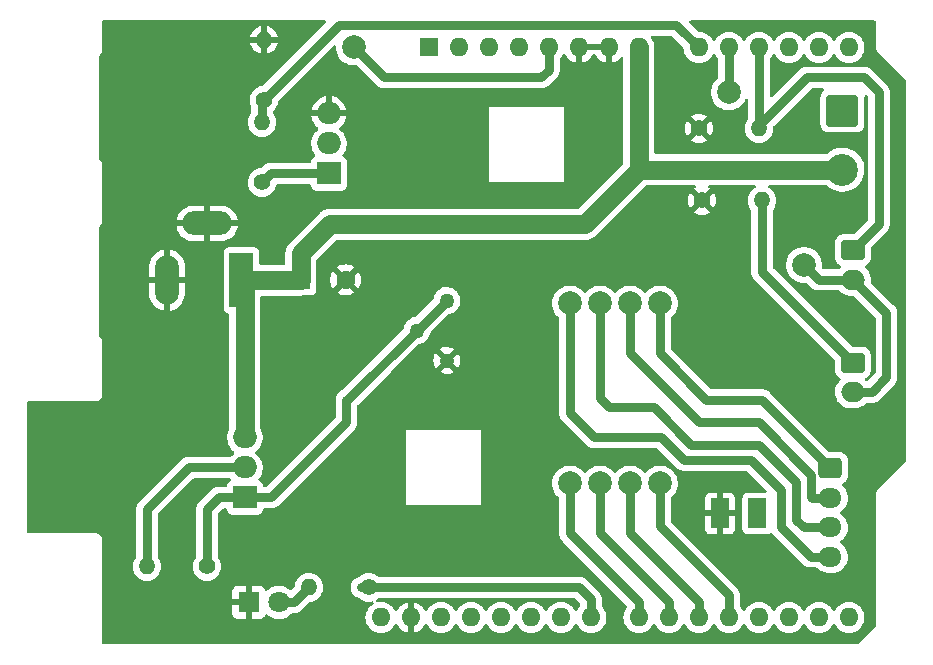
<source format=gbr>
%TF.GenerationSoftware,KiCad,Pcbnew,6.0.11+dfsg-1*%
%TF.CreationDate,2025-02-08T18:02:17+02:00*%
%TF.ProjectId,pet_puller_shield,7065745f-7075-46c6-9c65-725f73686965,rev?*%
%TF.SameCoordinates,Original*%
%TF.FileFunction,Copper,L1,Top*%
%TF.FilePolarity,Positive*%
%FSLAX46Y46*%
G04 Gerber Fmt 4.6, Leading zero omitted, Abs format (unit mm)*
G04 Created by KiCad (PCBNEW 6.0.11+dfsg-1) date 2025-02-08 18:02:17*
%MOMM*%
%LPD*%
G01*
G04 APERTURE LIST*
G04 Aperture macros list*
%AMRoundRect*
0 Rectangle with rounded corners*
0 $1 Rounding radius*
0 $2 $3 $4 $5 $6 $7 $8 $9 X,Y pos of 4 corners*
0 Add a 4 corners polygon primitive as box body*
4,1,4,$2,$3,$4,$5,$6,$7,$8,$9,$2,$3,0*
0 Add four circle primitives for the rounded corners*
1,1,$1+$1,$2,$3*
1,1,$1+$1,$4,$5*
1,1,$1+$1,$6,$7*
1,1,$1+$1,$8,$9*
0 Add four rect primitives between the rounded corners*
20,1,$1+$1,$2,$3,$4,$5,0*
20,1,$1+$1,$4,$5,$6,$7,0*
20,1,$1+$1,$6,$7,$8,$9,0*
20,1,$1+$1,$8,$9,$2,$3,0*%
G04 Aperture macros list end*
%TA.AperFunction,ComponentPad*%
%ADD10R,1.600000X1.600000*%
%TD*%
%TA.AperFunction,ComponentPad*%
%ADD11O,1.600000X1.600000*%
%TD*%
%TA.AperFunction,ComponentPad*%
%ADD12RoundRect,0.250001X-1.099999X1.099999X-1.099999X-1.099999X1.099999X-1.099999X1.099999X1.099999X0*%
%TD*%
%TA.AperFunction,ComponentPad*%
%ADD13C,2.700000*%
%TD*%
%TA.AperFunction,ComponentPad*%
%ADD14C,1.400000*%
%TD*%
%TA.AperFunction,ComponentPad*%
%ADD15O,1.400000X1.400000*%
%TD*%
%TA.AperFunction,ComponentPad*%
%ADD16R,2.000000X1.905000*%
%TD*%
%TA.AperFunction,ComponentPad*%
%ADD17O,2.000000X1.905000*%
%TD*%
%TA.AperFunction,ComponentPad*%
%ADD18R,1.800000X1.800000*%
%TD*%
%TA.AperFunction,ComponentPad*%
%ADD19C,1.800000*%
%TD*%
%TA.AperFunction,ComponentPad*%
%ADD20RoundRect,0.250000X-0.725000X0.600000X-0.725000X-0.600000X0.725000X-0.600000X0.725000X0.600000X0*%
%TD*%
%TA.AperFunction,ComponentPad*%
%ADD21O,1.950000X1.700000*%
%TD*%
%TA.AperFunction,ComponentPad*%
%ADD22RoundRect,0.250000X-0.750000X0.600000X-0.750000X-0.600000X0.750000X-0.600000X0.750000X0.600000X0*%
%TD*%
%TA.AperFunction,ComponentPad*%
%ADD23O,2.000000X1.700000*%
%TD*%
%TA.AperFunction,ComponentPad*%
%ADD24C,1.600000*%
%TD*%
%TA.AperFunction,ComponentPad*%
%ADD25R,2.000000X4.600000*%
%TD*%
%TA.AperFunction,ComponentPad*%
%ADD26O,2.000000X4.200000*%
%TD*%
%TA.AperFunction,ComponentPad*%
%ADD27O,4.200000X2.000000*%
%TD*%
%TA.AperFunction,ComponentPad*%
%ADD28C,1.260000*%
%TD*%
%TA.AperFunction,ComponentPad*%
%ADD29R,1.524000X2.524000*%
%TD*%
%TA.AperFunction,ComponentPad*%
%ADD30C,2.000000*%
%TD*%
%TA.AperFunction,ViaPad*%
%ADD31C,2.000000*%
%TD*%
%TA.AperFunction,Conductor*%
%ADD32C,0.800000*%
%TD*%
%TA.AperFunction,Conductor*%
%ADD33C,0.250000*%
%TD*%
%TA.AperFunction,Conductor*%
%ADD34C,1.600000*%
%TD*%
G04 APERTURE END LIST*
D10*
%TO.P,A1,1,NC*%
%TO.N,unconnected-(A1-Pad1)*%
X151130000Y-85090000D03*
D11*
%TO.P,A1,2,IOREF*%
%TO.N,unconnected-(A1-Pad2)*%
X153670000Y-85090000D03*
%TO.P,A1,3,~{RESET}*%
%TO.N,unconnected-(A1-Pad3)*%
X156210000Y-85090000D03*
%TO.P,A1,4,3V3*%
%TO.N,unconnected-(A1-Pad4)*%
X158750000Y-85090000D03*
%TO.P,A1,5,+5V*%
%TO.N,+5V*%
X161290000Y-85090000D03*
%TO.P,A1,6,GND*%
%TO.N,GND*%
X163830000Y-85090000D03*
%TO.P,A1,7,GND*%
X166370000Y-85090000D03*
%TO.P,A1,8,VIN*%
%TO.N,+12V*%
X168910000Y-85090000D03*
%TO.P,A1,9,A0*%
%TO.N,HOTEND*%
X173990000Y-85090000D03*
%TO.P,A1,10,A1*%
%TO.N,RUNOUT*%
X176530000Y-85090000D03*
%TO.P,A1,11,A2*%
%TO.N,THERMISTOR*%
X179070000Y-85090000D03*
%TO.P,A1,12,A3*%
%TO.N,unconnected-(A1-Pad12)*%
X181610000Y-85090000D03*
%TO.P,A1,13,SDA/A4*%
%TO.N,unconnected-(A1-Pad13)*%
X184150000Y-85090000D03*
%TO.P,A1,14,SCL/A5*%
%TO.N,unconnected-(A1-Pad14)*%
X186690000Y-85090000D03*
%TO.P,A1,15,D0/RX*%
%TO.N,unconnected-(A1-Pad15)*%
X186690000Y-133350000D03*
%TO.P,A1,16,D1/TX*%
%TO.N,unconnected-(A1-Pad16)*%
X184150000Y-133350000D03*
%TO.P,A1,17,D2*%
%TO.N,unconnected-(A1-Pad17)*%
X181610000Y-133350000D03*
%TO.P,A1,18,D3*%
%TO.N,unconnected-(A1-Pad18)*%
X179070000Y-133350000D03*
%TO.P,A1,19,D4*%
%TO.N,M0*%
X176530000Y-133350000D03*
%TO.P,A1,20,D5*%
%TO.N,M1*%
X173990000Y-133350000D03*
%TO.P,A1,21,D6*%
%TO.N,M2*%
X171450000Y-133350000D03*
%TO.P,A1,22,D7*%
%TO.N,M3*%
X168910000Y-133350000D03*
%TO.P,A1,23,D8*%
%TO.N,LED*%
X164850000Y-133350000D03*
%TO.P,A1,24,D9*%
%TO.N,unconnected-(A1-Pad24)*%
X162310000Y-133350000D03*
%TO.P,A1,25,D10*%
%TO.N,unconnected-(A1-Pad25)*%
X159770000Y-133350000D03*
%TO.P,A1,26,D11*%
%TO.N,unconnected-(A1-Pad26)*%
X157230000Y-133350000D03*
%TO.P,A1,27,D12*%
%TO.N,unconnected-(A1-Pad27)*%
X154690000Y-133350000D03*
%TO.P,A1,28,D13*%
%TO.N,unconnected-(A1-Pad28)*%
X152150000Y-133350000D03*
%TO.P,A1,29,GND*%
%TO.N,GND*%
X149610000Y-133350000D03*
%TO.P,A1,30,AREF*%
%TO.N,unconnected-(A1-Pad30)*%
X147070000Y-133350000D03*
%TD*%
D12*
%TO.P,J4,1,Pin_1*%
%TO.N,Net-(J4-Pad1)*%
X186140000Y-90432500D03*
D13*
%TO.P,J4,2,Pin_2*%
%TO.N,+12V*%
X186140000Y-95432500D03*
%TD*%
D14*
%TO.P,R1,1*%
%TO.N,GND*%
X174244000Y-98044000D03*
D15*
%TO.P,R1,2*%
%TO.N,RUNOUT*%
X179324000Y-98044000D03*
%TD*%
D16*
%TO.P,Q1,1,G*%
%TO.N,Net-(Q1-Pad1)*%
X142662000Y-95758000D03*
D17*
%TO.P,Q1,2,D*%
%TO.N,Net-(J4-Pad1)*%
X142662000Y-93218000D03*
%TO.P,Q1,3,S*%
%TO.N,GND*%
X142662000Y-90678000D03*
%TD*%
D14*
%TO.P,R2,1*%
%TO.N,LED*%
X146050000Y-130810000D03*
D15*
%TO.P,R2,2*%
%TO.N,Net-(D1-Pad2)*%
X140970000Y-130810000D03*
%TD*%
D18*
%TO.P,D1,1,K*%
%TO.N,GND*%
X135865000Y-132080000D03*
D19*
%TO.P,D1,2,A*%
%TO.N,Net-(D1-Pad2)*%
X138405000Y-132080000D03*
%TD*%
D20*
%TO.P,J5,1,Pin_1*%
%TO.N,Net-(J5-Pad1)*%
X185120000Y-120710000D03*
D21*
%TO.P,J5,2,Pin_2*%
%TO.N,Net-(J5-Pad2)*%
X185120000Y-123210000D03*
%TO.P,J5,3,Pin_3*%
%TO.N,Net-(J5-Pad3)*%
X185120000Y-125710000D03*
%TO.P,J5,4,Pin_4*%
%TO.N,Net-(J5-Pad4)*%
X185120000Y-128210000D03*
%TD*%
D14*
%TO.P,R3,1*%
%TO.N,GND*%
X173990000Y-91948000D03*
D15*
%TO.P,R3,2*%
%TO.N,THERMISTOR*%
X179070000Y-91948000D03*
%TD*%
D14*
%TO.P,R4,1*%
%TO.N,Net-(R4-Pad1)*%
X132334000Y-129032000D03*
D15*
%TO.P,R4,2*%
%TO.N,+9V*%
X127254000Y-129032000D03*
%TD*%
D22*
%TO.P,J3,1,Pin_1*%
%TO.N,THERMISTOR*%
X187025000Y-102255000D03*
D23*
%TO.P,J3,2,Pin_2*%
%TO.N,+5V*%
X187025000Y-104755000D03*
%TD*%
D16*
%TO.P,U1,1,ADJ*%
%TO.N,Net-(R4-Pad1)*%
X135550000Y-123190000D03*
D17*
%TO.P,U1,2,VO*%
%TO.N,+9V*%
X135550000Y-120650000D03*
%TO.P,U1,3,VI*%
%TO.N,+12V*%
X135550000Y-118110000D03*
%TD*%
D22*
%TO.P,J2,1,Pin_1*%
%TO.N,RUNOUT*%
X187025000Y-111780000D03*
D23*
%TO.P,J2,2,Pin_2*%
%TO.N,+5V*%
X187025000Y-114280000D03*
%TD*%
D14*
%TO.P,R6,1*%
%TO.N,Net-(Q1-Pad1)*%
X136995000Y-96520000D03*
D15*
%TO.P,R6,2*%
%TO.N,HOTEND*%
X136995000Y-91440000D03*
%TD*%
D10*
%TO.P,C1,1*%
%TO.N,+12V*%
X140289094Y-104775000D03*
D24*
%TO.P,C1,2*%
%TO.N,GND*%
X144089094Y-104775000D03*
%TD*%
D25*
%TO.P,J1,1*%
%TO.N,+12V*%
X135255000Y-104790000D03*
D26*
%TO.P,J1,2*%
%TO.N,GND*%
X128955000Y-104790000D03*
D27*
%TO.P,J1,3*%
X132355000Y-99990000D03*
%TD*%
D28*
%TO.P,RV1,1,1*%
%TO.N,Net-(R4-Pad1)*%
X152654000Y-106516000D03*
%TO.P,RV1,2,2*%
X150114000Y-109056000D03*
%TO.P,RV1,3,3*%
%TO.N,GND*%
X152654000Y-111596000D03*
%TD*%
D29*
%TO.P,U2,1,VCC*%
%TO.N,+9V*%
X178943000Y-124547500D03*
%TO.P,U2,2,GND*%
%TO.N,GND*%
X175768000Y-124547500D03*
D30*
%TO.P,U2,3,IN1*%
%TO.N,M0*%
X170688000Y-122007500D03*
%TO.P,U2,4,IN2*%
%TO.N,M1*%
X168148000Y-122007500D03*
%TO.P,U2,5,IN3*%
%TO.N,M2*%
X165608000Y-122007500D03*
%TO.P,U2,6,IN4*%
%TO.N,M3*%
X163068000Y-122007500D03*
%TO.P,U2,7,OUT4*%
%TO.N,Net-(J5-Pad4)*%
X163068000Y-106767500D03*
%TO.P,U2,8,OUT3*%
%TO.N,Net-(J5-Pad3)*%
X165608000Y-106767500D03*
%TO.P,U2,9,OUT2*%
%TO.N,Net-(J5-Pad2)*%
X168148000Y-106767500D03*
%TO.P,U2,10,OUT1*%
%TO.N,Net-(J5-Pad1)*%
X170688000Y-106767500D03*
%TD*%
D14*
%TO.P,R5,1*%
%TO.N,HOTEND*%
X137160000Y-89535000D03*
D15*
%TO.P,R5,2*%
%TO.N,GND*%
X137160000Y-84455000D03*
%TD*%
D31*
%TO.N,+5V*%
X182880000Y-103505000D03*
X144780000Y-85090000D03*
%TO.N,RUNOUT*%
X176530000Y-88900000D03*
%TD*%
D32*
%TO.N,Net-(D1-Pad2)*%
X138405000Y-132080000D02*
X139700000Y-132080000D01*
X139700000Y-132080000D02*
X140970000Y-130810000D01*
%TO.N,HOTEND*%
X137160000Y-89535000D02*
X143510000Y-83185000D01*
X143510000Y-83185000D02*
X172085000Y-83185000D01*
X172085000Y-83185000D02*
X173990000Y-85090000D01*
%TO.N,+5V*%
X187025000Y-104755000D02*
X184130000Y-104755000D01*
X161290000Y-86995000D02*
X161290000Y-85090000D01*
X184130000Y-104755000D02*
X182880000Y-103505000D01*
X144780000Y-85090000D02*
X147320000Y-87630000D01*
X147320000Y-87630000D02*
X160655000Y-87630000D01*
X160655000Y-87630000D02*
X161290000Y-86995000D01*
%TO.N,RUNOUT*%
X176530000Y-88900000D02*
X176530000Y-85090000D01*
%TO.N,HOTEND*%
X136995000Y-91440000D02*
X136995000Y-89700000D01*
X136995000Y-89700000D02*
X137160000Y-89535000D01*
%TO.N,Net-(Q1-Pad1)*%
X142662000Y-95758000D02*
X137757000Y-95758000D01*
X137757000Y-95758000D02*
X136995000Y-96520000D01*
%TO.N,LED*%
X164850000Y-131830000D02*
X163830000Y-130810000D01*
X163830000Y-130810000D02*
X145415000Y-130810000D01*
%TO.N,Net-(R4-Pad1)*%
X150114000Y-109056000D02*
X152654000Y-106516000D01*
X144145000Y-116840000D02*
X144145000Y-114935000D01*
X135550000Y-123190000D02*
X137795000Y-123190000D01*
X137795000Y-123190000D02*
X144145000Y-116840000D01*
X144145000Y-114935000D02*
X144235000Y-114935000D01*
X144235000Y-114935000D02*
X150114000Y-109056000D01*
%TO.N,+5V*%
X188615000Y-114280000D02*
X189865000Y-113030000D01*
X187025000Y-114280000D02*
X188615000Y-114280000D01*
X189865000Y-113030000D02*
X189865000Y-107595000D01*
X189865000Y-107595000D02*
X187025000Y-104755000D01*
%TO.N,THERMISTOR*%
X187025000Y-102255000D02*
X189230000Y-100050000D01*
X189230000Y-100050000D02*
X189230000Y-88900000D01*
X189230000Y-88900000D02*
X187960000Y-87630000D01*
X187960000Y-87630000D02*
X183134000Y-87630000D01*
X183134000Y-87630000D02*
X179070000Y-91694000D01*
%TO.N,RUNOUT*%
X187025000Y-111780000D02*
X179324000Y-104079000D01*
X179324000Y-104079000D02*
X179324000Y-98044000D01*
%TO.N,Net-(J5-Pad1)*%
X185120000Y-120710000D02*
X179345000Y-114935000D01*
X179345000Y-114935000D02*
X174625000Y-114935000D01*
X174625000Y-114935000D02*
X170688000Y-110998000D01*
X170688000Y-110998000D02*
X170688000Y-106767500D01*
%TO.N,Net-(J5-Pad2)*%
X185120000Y-123210000D02*
X183595000Y-123210000D01*
X183595000Y-123210000D02*
X183515000Y-123130000D01*
X183515000Y-121285000D02*
X179070000Y-116840000D01*
X183515000Y-123130000D02*
X183515000Y-121285000D01*
X173990000Y-116840000D02*
X168148000Y-110998000D01*
X179070000Y-116840000D02*
X173990000Y-116840000D01*
X168148000Y-110998000D02*
X168148000Y-106767500D01*
%TO.N,Net-(J5-Pad3)*%
X185120000Y-125710000D02*
X182860000Y-125710000D01*
X182860000Y-125710000D02*
X182245000Y-125095000D01*
X182245000Y-125095000D02*
X182245000Y-121920000D01*
X182245000Y-121920000D02*
X179070000Y-118745000D01*
X179070000Y-118745000D02*
X173355000Y-118745000D01*
X173355000Y-118745000D02*
X170180000Y-115570000D01*
X170180000Y-115570000D02*
X166370000Y-115570000D01*
X166370000Y-115570000D02*
X165608000Y-114808000D01*
X165608000Y-114808000D02*
X165608000Y-106767500D01*
%TO.N,Net-(J5-Pad4)*%
X185120000Y-128210000D02*
X183455000Y-128210000D01*
X180975000Y-125730000D02*
X180975000Y-122555000D01*
X183455000Y-128210000D02*
X180975000Y-125730000D01*
X180975000Y-122555000D02*
X178435000Y-120015000D01*
X178435000Y-120015000D02*
X172720000Y-120015000D01*
X172720000Y-120015000D02*
X170815000Y-118110000D01*
X165100000Y-118110000D02*
X163068000Y-116078000D01*
X170815000Y-118110000D02*
X165100000Y-118110000D01*
X163068000Y-116078000D02*
X163068000Y-106767500D01*
%TO.N,M0*%
X176530000Y-133350000D02*
X176530000Y-131445000D01*
X176530000Y-131445000D02*
X170688000Y-125603000D01*
X170688000Y-125603000D02*
X170688000Y-122007500D01*
%TO.N,M1*%
X173990000Y-133350000D02*
X173990000Y-132080000D01*
X173990000Y-132080000D02*
X168148000Y-126238000D01*
X168148000Y-126238000D02*
X168148000Y-122007500D01*
%TO.N,M2*%
X171450000Y-133350000D02*
X171450000Y-132080000D01*
X171450000Y-132080000D02*
X165608000Y-126238000D01*
X165608000Y-126238000D02*
X165608000Y-122007500D01*
%TO.N,M3*%
X168910000Y-133350000D02*
X168910000Y-132080000D01*
X168910000Y-132080000D02*
X163068000Y-126238000D01*
X163068000Y-126238000D02*
X163068000Y-122007500D01*
D33*
%TO.N,+12V*%
X169164000Y-95250000D02*
X169346500Y-95432500D01*
X169164000Y-95250000D02*
X168910000Y-94996000D01*
D34*
X135550000Y-118110000D02*
X135550000Y-105085000D01*
X142748000Y-100076000D02*
X164338000Y-100076000D01*
X169346500Y-95432500D02*
X186140000Y-95432500D01*
X168910000Y-94996000D02*
X168910000Y-85090000D01*
X140289094Y-104775000D02*
X140289094Y-102534906D01*
D33*
X140274094Y-104790000D02*
X140289094Y-104775000D01*
D34*
X140289094Y-102534906D02*
X142748000Y-100076000D01*
X164338000Y-100076000D02*
X169164000Y-95250000D01*
D33*
X135550000Y-105085000D02*
X135255000Y-104790000D01*
D34*
X135255000Y-104790000D02*
X140274094Y-104790000D01*
D32*
%TO.N,THERMISTOR*%
X179070000Y-85090000D02*
X179070000Y-91694000D01*
D33*
X179070000Y-91694000D02*
X179324000Y-91948000D01*
D32*
%TO.N,LED*%
X164850000Y-133350000D02*
X164850000Y-131830000D01*
%TO.N,Net-(R4-Pad1)*%
X133350000Y-123190000D02*
X135550000Y-123190000D01*
X132334000Y-124206000D02*
X133350000Y-123190000D01*
X132334000Y-129032000D02*
X132334000Y-124206000D01*
%TO.N,+9V*%
X127254000Y-124206000D02*
X130810000Y-120650000D01*
X130810000Y-120650000D02*
X135550000Y-120650000D01*
X127254000Y-129032000D02*
X127254000Y-124206000D01*
%TD*%
%TA.AperFunction,Conductor*%
%TO.N,GND*%
G36*
X142369618Y-82824502D02*
G01*
X142416111Y-82878158D01*
X142426215Y-82948432D01*
X142396721Y-83013012D01*
X142390592Y-83019595D01*
X137113858Y-88296329D01*
X137051546Y-88330355D01*
X137035747Y-88332755D01*
X136949345Y-88340314D01*
X136944032Y-88341738D01*
X136944030Y-88341738D01*
X136750400Y-88393621D01*
X136750398Y-88393622D01*
X136745090Y-88395044D01*
X136740109Y-88397366D01*
X136740108Y-88397367D01*
X136558423Y-88482088D01*
X136558420Y-88482090D01*
X136553442Y-88484411D01*
X136380224Y-88605699D01*
X136230699Y-88755224D01*
X136109411Y-88928442D01*
X136107090Y-88933420D01*
X136107088Y-88933423D01*
X136071491Y-89009762D01*
X136020044Y-89120090D01*
X136018622Y-89125398D01*
X136018621Y-89125400D01*
X135967938Y-89314553D01*
X135965314Y-89324345D01*
X135946884Y-89535000D01*
X135965314Y-89745655D01*
X135966738Y-89750968D01*
X135966738Y-89750970D01*
X136004777Y-89892931D01*
X136020044Y-89949910D01*
X136022366Y-89954891D01*
X136022367Y-89954892D01*
X136074695Y-90067109D01*
X136086500Y-90120359D01*
X136086500Y-90590790D01*
X136063713Y-90663060D01*
X135944411Y-90833442D01*
X135942090Y-90838420D01*
X135942088Y-90838423D01*
X135860908Y-91012515D01*
X135855044Y-91025090D01*
X135853622Y-91030398D01*
X135853621Y-91030400D01*
X135835296Y-91098790D01*
X135800314Y-91229345D01*
X135781884Y-91440000D01*
X135800314Y-91650655D01*
X135801738Y-91655968D01*
X135801738Y-91655970D01*
X135853594Y-91849497D01*
X135855044Y-91854910D01*
X135857366Y-91859891D01*
X135857367Y-91859892D01*
X135925407Y-92005803D01*
X135944411Y-92046558D01*
X136065699Y-92219776D01*
X136215224Y-92369301D01*
X136388442Y-92490589D01*
X136393420Y-92492910D01*
X136393423Y-92492912D01*
X136575108Y-92577633D01*
X136580090Y-92579956D01*
X136585398Y-92581378D01*
X136585400Y-92581379D01*
X136779030Y-92633262D01*
X136779032Y-92633262D01*
X136784345Y-92634686D01*
X136995000Y-92653116D01*
X137205655Y-92634686D01*
X137210968Y-92633262D01*
X137210970Y-92633262D01*
X137404600Y-92581379D01*
X137404602Y-92581378D01*
X137409910Y-92579956D01*
X137414892Y-92577633D01*
X137596577Y-92492912D01*
X137596580Y-92492910D01*
X137601558Y-92490589D01*
X137774776Y-92369301D01*
X137924301Y-92219776D01*
X138045589Y-92046558D01*
X138064594Y-92005803D01*
X138132633Y-91859892D01*
X138132634Y-91859891D01*
X138134956Y-91854910D01*
X138136407Y-91849497D01*
X138188262Y-91655970D01*
X138188262Y-91655968D01*
X138189686Y-91650655D01*
X138208116Y-91440000D01*
X138189686Y-91229345D01*
X138154704Y-91098790D01*
X138136379Y-91030400D01*
X138136378Y-91030398D01*
X138134956Y-91025090D01*
X138129092Y-91012515D01*
X138047912Y-90838423D01*
X138047910Y-90838420D01*
X138045589Y-90833442D01*
X137926287Y-90663060D01*
X137903500Y-90590790D01*
X137903500Y-90552767D01*
X137923502Y-90484646D01*
X137940405Y-90463672D01*
X137997914Y-90406163D01*
X141179353Y-90406163D01*
X141180813Y-90419460D01*
X141195370Y-90424000D01*
X142389885Y-90424000D01*
X142405124Y-90419525D01*
X142406329Y-90418135D01*
X142408000Y-90410452D01*
X142408000Y-90405885D01*
X142916000Y-90405885D01*
X142920475Y-90421124D01*
X142921865Y-90422329D01*
X142929548Y-90424000D01*
X144130096Y-90424000D01*
X144143440Y-90420082D01*
X144145427Y-90405806D01*
X144135890Y-90343485D01*
X144133501Y-90333457D01*
X144062102Y-90115012D01*
X144058105Y-90105503D01*
X143951989Y-89901656D01*
X143946495Y-89892931D01*
X143808507Y-89709148D01*
X143801664Y-89701441D01*
X143635509Y-89542661D01*
X143627499Y-89536174D01*
X143437653Y-89406670D01*
X143428679Y-89401571D01*
X143220231Y-89304813D01*
X143210544Y-89301250D01*
X142989092Y-89239835D01*
X142978970Y-89237904D01*
X142934013Y-89233099D01*
X142919392Y-89235747D01*
X142916000Y-89248124D01*
X142916000Y-90405885D01*
X142408000Y-90405885D01*
X142408000Y-89247588D01*
X142403675Y-89232859D01*
X142391889Y-89230798D01*
X142380296Y-89231751D01*
X142370134Y-89233433D01*
X142147229Y-89289422D01*
X142137481Y-89292741D01*
X141926711Y-89384385D01*
X141917636Y-89389251D01*
X141724673Y-89514085D01*
X141716502Y-89520378D01*
X141546520Y-89675050D01*
X141539494Y-89682583D01*
X141397055Y-89862944D01*
X141391350Y-89871531D01*
X141280286Y-90072722D01*
X141276056Y-90082134D01*
X141199341Y-90298768D01*
X141196707Y-90308739D01*
X141179353Y-90406163D01*
X137997914Y-90406163D01*
X138089301Y-90314776D01*
X138210589Y-90141558D01*
X138218695Y-90124176D01*
X138297633Y-89954892D01*
X138297634Y-89954891D01*
X138299956Y-89949910D01*
X138315224Y-89892931D01*
X138353262Y-89750970D01*
X138353262Y-89750968D01*
X138354686Y-89745655D01*
X138362245Y-89659255D01*
X138388109Y-89593137D01*
X138398671Y-89581142D01*
X143057538Y-84922275D01*
X143119850Y-84888249D01*
X143190665Y-84893314D01*
X143247501Y-84935861D01*
X143272312Y-85002381D01*
X143272245Y-85021255D01*
X143268911Y-85063623D01*
X143266835Y-85090000D01*
X143285465Y-85326711D01*
X143286619Y-85331518D01*
X143286620Y-85331524D01*
X143318662Y-85464985D01*
X143340895Y-85557594D01*
X143342788Y-85562165D01*
X143342789Y-85562167D01*
X143421009Y-85751007D01*
X143431760Y-85776963D01*
X143434346Y-85781183D01*
X143553241Y-85975202D01*
X143553245Y-85975208D01*
X143555824Y-85979416D01*
X143710031Y-86159969D01*
X143890584Y-86314176D01*
X143894792Y-86316755D01*
X143894798Y-86316759D01*
X144088817Y-86435654D01*
X144093037Y-86438240D01*
X144097607Y-86440133D01*
X144097611Y-86440135D01*
X144307833Y-86527211D01*
X144312406Y-86529105D01*
X144392609Y-86548360D01*
X144538476Y-86583380D01*
X144538482Y-86583381D01*
X144543289Y-86584535D01*
X144780000Y-86603165D01*
X144933785Y-86591061D01*
X145003264Y-86605657D01*
X145032765Y-86627578D01*
X146620019Y-88214832D01*
X146632860Y-88229865D01*
X146641134Y-88241253D01*
X146680551Y-88276744D01*
X146691959Y-88287016D01*
X146696744Y-88291557D01*
X146711259Y-88306072D01*
X146727220Y-88318997D01*
X146732221Y-88323269D01*
X146778145Y-88364619D01*
X146778150Y-88364623D01*
X146783056Y-88369040D01*
X146795237Y-88376073D01*
X146811526Y-88387267D01*
X146822469Y-88396129D01*
X146828349Y-88399125D01*
X146828352Y-88399127D01*
X146883426Y-88427188D01*
X146889220Y-88430335D01*
X146948444Y-88464527D01*
X146954726Y-88466568D01*
X146954728Y-88466569D01*
X146961826Y-88468875D01*
X146980092Y-88476440D01*
X146992630Y-88482829D01*
X146999006Y-88484538D01*
X146999010Y-88484539D01*
X147058685Y-88500529D01*
X147065010Y-88502402D01*
X147130072Y-88523542D01*
X147136640Y-88524232D01*
X147136644Y-88524233D01*
X147144061Y-88525012D01*
X147163508Y-88528616D01*
X147177096Y-88532257D01*
X147183695Y-88532603D01*
X147183696Y-88532603D01*
X147245385Y-88535836D01*
X147251960Y-88536353D01*
X147266222Y-88537852D01*
X147272390Y-88538500D01*
X147292925Y-88538500D01*
X147299519Y-88538673D01*
X147361217Y-88541907D01*
X147361222Y-88541907D01*
X147367809Y-88542252D01*
X147381707Y-88540051D01*
X147401416Y-88538500D01*
X160573583Y-88538500D01*
X160593292Y-88540051D01*
X160607190Y-88542252D01*
X160613777Y-88541907D01*
X160613782Y-88541907D01*
X160675480Y-88538673D01*
X160682074Y-88538500D01*
X160702610Y-88538500D01*
X160705882Y-88538156D01*
X160705884Y-88538156D01*
X160723042Y-88536353D01*
X160729616Y-88535836D01*
X160791308Y-88532603D01*
X160791312Y-88532602D01*
X160797903Y-88532257D01*
X160804284Y-88530547D01*
X160804286Y-88530547D01*
X160811491Y-88528617D01*
X160830925Y-88525015D01*
X160838354Y-88524234D01*
X160838363Y-88524232D01*
X160844928Y-88523542D01*
X160909997Y-88502400D01*
X160916299Y-88500533D01*
X160957852Y-88489399D01*
X160975996Y-88484537D01*
X160975997Y-88484537D01*
X160982370Y-88482829D01*
X160994908Y-88476440D01*
X161013174Y-88468875D01*
X161020272Y-88466569D01*
X161020274Y-88466568D01*
X161026556Y-88464527D01*
X161085785Y-88430331D01*
X161091579Y-88427185D01*
X161152530Y-88396129D01*
X161158205Y-88391534D01*
X161163466Y-88387273D01*
X161179763Y-88376073D01*
X161186224Y-88372343D01*
X161186230Y-88372339D01*
X161191944Y-88369040D01*
X161196850Y-88364623D01*
X161196855Y-88364619D01*
X161242769Y-88323278D01*
X161247784Y-88318994D01*
X161261177Y-88308148D01*
X161263741Y-88306072D01*
X161278256Y-88291557D01*
X161283041Y-88287016D01*
X161294449Y-88276744D01*
X161333866Y-88241253D01*
X161342140Y-88229865D01*
X161354981Y-88214832D01*
X161874832Y-87694981D01*
X161889865Y-87682140D01*
X161895913Y-87677746D01*
X161895914Y-87677745D01*
X161901253Y-87673866D01*
X161947016Y-87623041D01*
X161951557Y-87618256D01*
X161966072Y-87603741D01*
X161972112Y-87596282D01*
X161978994Y-87587784D01*
X161983278Y-87582769D01*
X162024619Y-87536855D01*
X162024623Y-87536850D01*
X162029040Y-87531944D01*
X162032340Y-87526228D01*
X162032343Y-87526224D01*
X162036073Y-87519763D01*
X162047273Y-87503466D01*
X162051975Y-87497660D01*
X162051976Y-87497658D01*
X162056129Y-87492530D01*
X162059552Y-87485813D01*
X162087188Y-87431574D01*
X162090336Y-87425777D01*
X162121224Y-87372277D01*
X162124527Y-87366556D01*
X162128875Y-87353174D01*
X162136438Y-87334915D01*
X162142830Y-87322370D01*
X162153069Y-87284160D01*
X162160535Y-87256294D01*
X162162409Y-87249969D01*
X162181501Y-87191210D01*
X162181501Y-87191209D01*
X162183542Y-87184928D01*
X162185014Y-87170925D01*
X162188615Y-87151496D01*
X162192257Y-87137903D01*
X162195836Y-87069616D01*
X162196353Y-87063042D01*
X162198156Y-87045884D01*
X162198156Y-87045882D01*
X162198500Y-87042610D01*
X162198500Y-87022074D01*
X162198673Y-87015480D01*
X162201907Y-86953782D01*
X162201907Y-86953777D01*
X162202252Y-86947190D01*
X162200051Y-86933293D01*
X162198500Y-86913583D01*
X162198500Y-86084188D01*
X162218502Y-86016067D01*
X162235405Y-85995093D01*
X162296198Y-85934300D01*
X162301701Y-85926442D01*
X162364272Y-85837080D01*
X162427523Y-85746749D01*
X162429846Y-85741767D01*
X162429849Y-85741762D01*
X162446081Y-85706951D01*
X162492998Y-85653666D01*
X162561275Y-85634205D01*
X162629235Y-85654747D01*
X162674471Y-85706951D01*
X162690586Y-85741511D01*
X162696069Y-85751007D01*
X162821028Y-85929467D01*
X162828084Y-85937875D01*
X162982125Y-86091916D01*
X162990533Y-86098972D01*
X163168993Y-86223931D01*
X163178489Y-86229414D01*
X163375947Y-86321490D01*
X163386239Y-86325236D01*
X163558503Y-86371394D01*
X163572599Y-86371058D01*
X163576000Y-86363116D01*
X163576000Y-86357967D01*
X164084000Y-86357967D01*
X164087973Y-86371498D01*
X164096522Y-86372727D01*
X164273761Y-86325236D01*
X164284053Y-86321490D01*
X164481511Y-86229414D01*
X164491007Y-86223931D01*
X164669467Y-86098972D01*
X164677875Y-86091916D01*
X164831916Y-85937875D01*
X164838972Y-85929467D01*
X164963931Y-85751007D01*
X164969414Y-85741511D01*
X164985805Y-85706359D01*
X165032722Y-85653074D01*
X165100999Y-85633613D01*
X165168959Y-85654155D01*
X165214195Y-85706359D01*
X165230586Y-85741511D01*
X165236069Y-85751007D01*
X165361028Y-85929467D01*
X165368084Y-85937875D01*
X165522125Y-86091916D01*
X165530533Y-86098972D01*
X165708993Y-86223931D01*
X165718489Y-86229414D01*
X165915947Y-86321490D01*
X165926239Y-86325236D01*
X166098503Y-86371394D01*
X166112599Y-86371058D01*
X166116000Y-86363116D01*
X166116000Y-85362115D01*
X166111525Y-85346876D01*
X166110135Y-85345671D01*
X166102452Y-85344000D01*
X164102115Y-85344000D01*
X164086876Y-85348475D01*
X164085671Y-85349865D01*
X164084000Y-85357548D01*
X164084000Y-86357967D01*
X163576000Y-86357967D01*
X163576000Y-84962000D01*
X163596002Y-84893879D01*
X163649658Y-84847386D01*
X163702000Y-84836000D01*
X166498000Y-84836000D01*
X166566121Y-84856002D01*
X166612614Y-84909658D01*
X166624000Y-84962000D01*
X166624000Y-86357967D01*
X166627973Y-86371498D01*
X166636522Y-86372727D01*
X166813761Y-86325236D01*
X166824053Y-86321490D01*
X167021511Y-86229414D01*
X167031007Y-86223931D01*
X167209467Y-86098972D01*
X167217875Y-86091916D01*
X167371922Y-85937869D01*
X167378982Y-85929456D01*
X167438093Y-85890132D01*
X167509081Y-85889008D01*
X167569407Y-85926442D01*
X167599918Y-85990548D01*
X167601500Y-86010451D01*
X167601500Y-94909812D01*
X167581498Y-94977933D01*
X167564595Y-94998907D01*
X163832907Y-98730595D01*
X163770595Y-98764621D01*
X163743812Y-98767500D01*
X142633521Y-98767500D01*
X142586029Y-98775874D01*
X142582462Y-98776503D01*
X142571565Y-98777938D01*
X142519913Y-98782457D01*
X142469837Y-98795875D01*
X142459112Y-98798253D01*
X142438781Y-98801838D01*
X142408041Y-98807258D01*
X142359301Y-98824998D01*
X142348861Y-98828290D01*
X142298757Y-98841716D01*
X142253943Y-98862613D01*
X142251766Y-98863628D01*
X142241611Y-98867834D01*
X142192892Y-98885567D01*
X142147995Y-98911488D01*
X142138250Y-98916561D01*
X142096242Y-98936149D01*
X142096236Y-98936152D01*
X142091251Y-98938477D01*
X142086741Y-98941635D01*
X142048780Y-98968216D01*
X142039506Y-98974124D01*
X141999378Y-98997291D01*
X141999373Y-98997295D01*
X141994609Y-99000045D01*
X141990394Y-99003582D01*
X141990388Y-99003586D01*
X141954893Y-99033370D01*
X141946173Y-99040062D01*
X141908211Y-99066643D01*
X141908208Y-99066645D01*
X141903700Y-99069802D01*
X139282896Y-101690606D01*
X139279739Y-101695114D01*
X139279737Y-101695117D01*
X139253156Y-101733079D01*
X139246464Y-101741799D01*
X139216680Y-101777294D01*
X139216676Y-101777300D01*
X139213139Y-101781515D01*
X139210389Y-101786279D01*
X139210385Y-101786284D01*
X139187218Y-101826412D01*
X139181313Y-101835682D01*
X139151571Y-101878157D01*
X139149246Y-101883142D01*
X139149243Y-101883148D01*
X139129655Y-101925156D01*
X139124582Y-101934901D01*
X139098661Y-101979798D01*
X139096780Y-101984966D01*
X139080928Y-102028518D01*
X139076722Y-102038672D01*
X139054810Y-102085663D01*
X139041384Y-102135767D01*
X139038092Y-102146207D01*
X139020352Y-102194947D01*
X139018522Y-102205325D01*
X139011347Y-102246018D01*
X139008969Y-102256743D01*
X138995551Y-102306819D01*
X138995072Y-102312298D01*
X138991032Y-102358471D01*
X138989597Y-102369367D01*
X138980594Y-102420427D01*
X138980594Y-103355500D01*
X138960592Y-103423621D01*
X138906936Y-103470114D01*
X138854594Y-103481500D01*
X136889500Y-103481500D01*
X136821379Y-103461498D01*
X136774886Y-103407842D01*
X136763500Y-103355500D01*
X136763500Y-102441866D01*
X136756745Y-102379684D01*
X136705615Y-102243295D01*
X136618261Y-102126739D01*
X136501705Y-102039385D01*
X136365316Y-101988255D01*
X136303134Y-101981500D01*
X134206866Y-101981500D01*
X134144684Y-101988255D01*
X134008295Y-102039385D01*
X133891739Y-102126739D01*
X133804385Y-102243295D01*
X133753255Y-102379684D01*
X133746500Y-102441866D01*
X133746500Y-107138134D01*
X133753255Y-107200316D01*
X133804385Y-107336705D01*
X133891739Y-107453261D01*
X134008295Y-107540615D01*
X134016703Y-107543767D01*
X134137289Y-107588973D01*
X134137291Y-107588973D01*
X134144684Y-107591745D01*
X134146847Y-107591980D01*
X134206290Y-107625936D01*
X134239112Y-107688890D01*
X134241500Y-107713304D01*
X134241500Y-117338591D01*
X134225809Y-117399484D01*
X134167826Y-117504521D01*
X134165326Y-117509050D01*
X134163602Y-117513919D01*
X134163600Y-117513923D01*
X134093674Y-117711387D01*
X134085130Y-117735515D01*
X134084223Y-117740608D01*
X134084222Y-117740611D01*
X134067142Y-117836500D01*
X134042999Y-117972037D01*
X134040064Y-118212263D01*
X134076404Y-118449744D01*
X134113094Y-118561997D01*
X134149434Y-118673183D01*
X134149437Y-118673189D01*
X134151042Y-118678101D01*
X134153429Y-118682687D01*
X134153431Y-118682691D01*
X134198477Y-118769222D01*
X134261975Y-118891200D01*
X134281164Y-118916757D01*
X134372573Y-119038502D01*
X134406223Y-119083320D01*
X134579912Y-119249301D01*
X134616903Y-119274535D01*
X134661904Y-119329444D01*
X134670075Y-119399968D01*
X134638821Y-119463716D01*
X134614340Y-119484411D01*
X134612707Y-119485468D01*
X134608023Y-119488498D01*
X134430330Y-119650186D01*
X134409406Y-119676680D01*
X134396050Y-119693592D01*
X134338133Y-119734655D01*
X134297168Y-119741500D01*
X130891416Y-119741500D01*
X130871707Y-119739949D01*
X130857809Y-119737748D01*
X130851222Y-119738093D01*
X130851217Y-119738093D01*
X130789519Y-119741327D01*
X130782925Y-119741500D01*
X130762390Y-119741500D01*
X130756222Y-119742148D01*
X130741960Y-119743647D01*
X130735385Y-119744164D01*
X130673696Y-119747397D01*
X130673695Y-119747397D01*
X130667096Y-119747743D01*
X130653508Y-119751384D01*
X130634061Y-119754988D01*
X130626644Y-119755767D01*
X130626640Y-119755768D01*
X130620072Y-119756458D01*
X130563276Y-119774912D01*
X130555009Y-119777598D01*
X130548685Y-119779471D01*
X130489010Y-119795461D01*
X130489006Y-119795462D01*
X130482630Y-119797171D01*
X130476748Y-119800168D01*
X130470093Y-119803559D01*
X130451826Y-119811125D01*
X130444728Y-119813431D01*
X130444726Y-119813432D01*
X130438444Y-119815473D01*
X130432722Y-119818777D01*
X130432721Y-119818777D01*
X130379223Y-119849664D01*
X130373426Y-119852812D01*
X130318352Y-119880873D01*
X130318349Y-119880875D01*
X130312469Y-119883871D01*
X130301526Y-119892733D01*
X130285237Y-119903927D01*
X130273056Y-119910960D01*
X130268150Y-119915377D01*
X130268145Y-119915381D01*
X130222221Y-119956731D01*
X130217220Y-119961003D01*
X130201259Y-119973928D01*
X130186744Y-119988443D01*
X130181959Y-119992984D01*
X130131134Y-120038747D01*
X130127255Y-120044086D01*
X130127254Y-120044087D01*
X130122860Y-120050135D01*
X130110019Y-120065168D01*
X126669168Y-123506019D01*
X126654135Y-123518860D01*
X126642747Y-123527134D01*
X126638327Y-123532043D01*
X126596984Y-123577959D01*
X126592443Y-123582744D01*
X126577928Y-123597259D01*
X126575852Y-123599823D01*
X126565006Y-123613216D01*
X126560722Y-123618231D01*
X126519381Y-123664145D01*
X126519377Y-123664150D01*
X126514960Y-123669056D01*
X126511660Y-123674772D01*
X126511657Y-123674776D01*
X126507927Y-123681237D01*
X126496727Y-123697533D01*
X126487871Y-123708470D01*
X126483091Y-123717852D01*
X126456815Y-123769421D01*
X126453667Y-123775218D01*
X126428312Y-123819135D01*
X126419473Y-123834444D01*
X126417432Y-123840726D01*
X126417431Y-123840728D01*
X126415125Y-123847826D01*
X126407560Y-123866092D01*
X126401171Y-123878630D01*
X126399463Y-123885003D01*
X126399463Y-123885004D01*
X126383469Y-123944695D01*
X126381600Y-123951003D01*
X126360458Y-124016072D01*
X126359768Y-124022637D01*
X126359766Y-124022646D01*
X126358985Y-124030075D01*
X126355383Y-124049509D01*
X126354732Y-124051940D01*
X126351743Y-124063097D01*
X126351398Y-124069688D01*
X126351397Y-124069692D01*
X126348164Y-124131384D01*
X126347647Y-124137958D01*
X126345844Y-124155116D01*
X126345500Y-124158390D01*
X126345500Y-124178926D01*
X126345327Y-124185520D01*
X126342212Y-124244960D01*
X126341748Y-124253810D01*
X126342780Y-124260325D01*
X126343949Y-124267705D01*
X126345500Y-124287417D01*
X126345500Y-128182790D01*
X126322713Y-128255060D01*
X126290702Y-128300777D01*
X126203411Y-128425442D01*
X126201090Y-128430420D01*
X126201088Y-128430423D01*
X126116367Y-128612108D01*
X126114044Y-128617090D01*
X126112622Y-128622398D01*
X126112621Y-128622400D01*
X126060738Y-128816030D01*
X126059314Y-128821345D01*
X126040884Y-129032000D01*
X126059314Y-129242655D01*
X126114044Y-129446910D01*
X126116366Y-129451891D01*
X126116367Y-129451892D01*
X126192349Y-129614835D01*
X126203411Y-129638558D01*
X126324699Y-129811776D01*
X126474224Y-129961301D01*
X126647442Y-130082589D01*
X126652420Y-130084910D01*
X126652423Y-130084912D01*
X126798404Y-130152984D01*
X126839090Y-130171956D01*
X126844398Y-130173378D01*
X126844400Y-130173379D01*
X127038030Y-130225262D01*
X127038032Y-130225262D01*
X127043345Y-130226686D01*
X127254000Y-130245116D01*
X127464655Y-130226686D01*
X127469968Y-130225262D01*
X127469970Y-130225262D01*
X127663600Y-130173379D01*
X127663602Y-130173378D01*
X127668910Y-130171956D01*
X127709596Y-130152984D01*
X127855577Y-130084912D01*
X127855580Y-130084910D01*
X127860558Y-130082589D01*
X128033776Y-129961301D01*
X128183301Y-129811776D01*
X128304589Y-129638558D01*
X128315652Y-129614835D01*
X128391633Y-129451892D01*
X128391634Y-129451891D01*
X128393956Y-129446910D01*
X128448686Y-129242655D01*
X128467116Y-129032000D01*
X128448686Y-128821345D01*
X128447262Y-128816030D01*
X128395379Y-128622400D01*
X128395378Y-128622398D01*
X128393956Y-128617090D01*
X128391633Y-128612108D01*
X128306912Y-128430423D01*
X128306910Y-128430420D01*
X128304589Y-128425442D01*
X128217298Y-128300777D01*
X128185287Y-128255060D01*
X128162500Y-128182790D01*
X128162500Y-124634503D01*
X128182502Y-124566382D01*
X128199405Y-124545408D01*
X131149408Y-121595405D01*
X131211720Y-121561379D01*
X131238503Y-121558500D01*
X134230577Y-121558500D01*
X134298698Y-121578502D01*
X134345191Y-121632158D01*
X134355295Y-121702432D01*
X134325801Y-121767012D01*
X134302495Y-121785817D01*
X134303295Y-121786885D01*
X134186739Y-121874239D01*
X134099385Y-121990795D01*
X134048255Y-122127184D01*
X134043701Y-122169107D01*
X134016460Y-122234669D01*
X133958097Y-122275096D01*
X133918438Y-122281500D01*
X133431417Y-122281500D01*
X133411708Y-122279949D01*
X133397810Y-122277748D01*
X133391223Y-122278093D01*
X133391218Y-122278093D01*
X133329520Y-122281327D01*
X133322926Y-122281500D01*
X133302390Y-122281500D01*
X133299118Y-122281844D01*
X133299116Y-122281844D01*
X133281958Y-122283647D01*
X133275384Y-122284164D01*
X133213692Y-122287397D01*
X133213688Y-122287398D01*
X133207097Y-122287743D01*
X133200716Y-122289453D01*
X133200714Y-122289453D01*
X133193509Y-122291383D01*
X133174075Y-122294985D01*
X133166646Y-122295766D01*
X133166637Y-122295768D01*
X133160072Y-122296458D01*
X133095003Y-122317600D01*
X133088701Y-122319467D01*
X133022630Y-122337171D01*
X133010093Y-122343559D01*
X132991826Y-122351125D01*
X132984728Y-122353431D01*
X132984726Y-122353432D01*
X132978444Y-122355473D01*
X132972722Y-122358776D01*
X132972721Y-122358777D01*
X132919218Y-122389667D01*
X132913423Y-122392814D01*
X132852470Y-122423871D01*
X132847342Y-122428024D01*
X132847340Y-122428025D01*
X132841534Y-122432727D01*
X132825237Y-122443927D01*
X132818776Y-122447657D01*
X132818772Y-122447660D01*
X132813056Y-122450960D01*
X132808150Y-122455377D01*
X132808145Y-122455381D01*
X132762231Y-122496722D01*
X132757216Y-122501006D01*
X132748718Y-122507888D01*
X132741259Y-122513928D01*
X132726744Y-122528443D01*
X132721959Y-122532984D01*
X132671134Y-122578747D01*
X132667255Y-122584086D01*
X132667254Y-122584087D01*
X132662860Y-122590135D01*
X132650019Y-122605168D01*
X131749168Y-123506019D01*
X131734135Y-123518860D01*
X131722747Y-123527134D01*
X131718327Y-123532043D01*
X131676984Y-123577959D01*
X131672443Y-123582744D01*
X131657928Y-123597259D01*
X131655852Y-123599823D01*
X131645006Y-123613216D01*
X131640722Y-123618231D01*
X131599381Y-123664145D01*
X131599377Y-123664150D01*
X131594960Y-123669056D01*
X131591660Y-123674772D01*
X131591657Y-123674776D01*
X131587927Y-123681237D01*
X131576727Y-123697533D01*
X131567871Y-123708470D01*
X131563091Y-123717852D01*
X131536815Y-123769421D01*
X131533667Y-123775218D01*
X131508312Y-123819135D01*
X131499473Y-123834444D01*
X131497432Y-123840726D01*
X131497431Y-123840728D01*
X131495125Y-123847826D01*
X131487560Y-123866092D01*
X131481171Y-123878630D01*
X131479463Y-123885003D01*
X131479463Y-123885004D01*
X131463469Y-123944695D01*
X131461600Y-123951003D01*
X131440458Y-124016072D01*
X131439768Y-124022637D01*
X131439766Y-124022646D01*
X131438985Y-124030075D01*
X131435383Y-124049509D01*
X131434732Y-124051940D01*
X131431743Y-124063097D01*
X131431398Y-124069688D01*
X131431397Y-124069692D01*
X131428164Y-124131384D01*
X131427647Y-124137958D01*
X131425844Y-124155116D01*
X131425500Y-124158390D01*
X131425500Y-124178926D01*
X131425327Y-124185520D01*
X131422212Y-124244960D01*
X131421748Y-124253810D01*
X131422780Y-124260325D01*
X131423949Y-124267705D01*
X131425500Y-124287417D01*
X131425500Y-128182790D01*
X131402713Y-128255060D01*
X131370702Y-128300777D01*
X131283411Y-128425442D01*
X131281090Y-128430420D01*
X131281088Y-128430423D01*
X131196367Y-128612108D01*
X131194044Y-128617090D01*
X131192622Y-128622398D01*
X131192621Y-128622400D01*
X131140738Y-128816030D01*
X131139314Y-128821345D01*
X131120884Y-129032000D01*
X131139314Y-129242655D01*
X131194044Y-129446910D01*
X131196366Y-129451891D01*
X131196367Y-129451892D01*
X131272349Y-129614835D01*
X131283411Y-129638558D01*
X131404699Y-129811776D01*
X131554224Y-129961301D01*
X131727442Y-130082589D01*
X131732420Y-130084910D01*
X131732423Y-130084912D01*
X131878404Y-130152984D01*
X131919090Y-130171956D01*
X131924398Y-130173378D01*
X131924400Y-130173379D01*
X132118030Y-130225262D01*
X132118032Y-130225262D01*
X132123345Y-130226686D01*
X132334000Y-130245116D01*
X132544655Y-130226686D01*
X132549968Y-130225262D01*
X132549970Y-130225262D01*
X132743600Y-130173379D01*
X132743602Y-130173378D01*
X132748910Y-130171956D01*
X132789596Y-130152984D01*
X132935577Y-130084912D01*
X132935580Y-130084910D01*
X132940558Y-130082589D01*
X133113776Y-129961301D01*
X133263301Y-129811776D01*
X133384589Y-129638558D01*
X133395652Y-129614835D01*
X133471633Y-129451892D01*
X133471634Y-129451891D01*
X133473956Y-129446910D01*
X133528686Y-129242655D01*
X133547116Y-129032000D01*
X133528686Y-128821345D01*
X133527262Y-128816030D01*
X133475379Y-128622400D01*
X133475378Y-128622398D01*
X133473956Y-128617090D01*
X133471633Y-128612108D01*
X133386912Y-128430423D01*
X133386910Y-128430420D01*
X133384589Y-128425442D01*
X133297298Y-128300777D01*
X133265287Y-128255060D01*
X133242500Y-128182790D01*
X133242500Y-124634503D01*
X133262502Y-124566382D01*
X133279405Y-124545408D01*
X133689408Y-124135405D01*
X133751720Y-124101379D01*
X133778503Y-124098500D01*
X133918438Y-124098500D01*
X133986559Y-124118502D01*
X134033052Y-124172158D01*
X134043701Y-124210892D01*
X134048255Y-124252816D01*
X134099385Y-124389205D01*
X134186739Y-124505761D01*
X134303295Y-124593115D01*
X134439684Y-124644245D01*
X134501866Y-124651000D01*
X136598134Y-124651000D01*
X136660316Y-124644245D01*
X136796705Y-124593115D01*
X136913261Y-124505761D01*
X137000615Y-124389205D01*
X137051745Y-124252816D01*
X137056299Y-124210892D01*
X137083540Y-124145331D01*
X137141903Y-124104904D01*
X137181562Y-124098500D01*
X137713583Y-124098500D01*
X137733292Y-124100051D01*
X137747190Y-124102252D01*
X137753777Y-124101907D01*
X137753782Y-124101907D01*
X137815480Y-124098673D01*
X137822074Y-124098500D01*
X137842610Y-124098500D01*
X137845882Y-124098156D01*
X137845884Y-124098156D01*
X137863042Y-124096353D01*
X137869616Y-124095836D01*
X137931308Y-124092603D01*
X137931312Y-124092602D01*
X137937903Y-124092257D01*
X137944284Y-124090547D01*
X137944286Y-124090547D01*
X137951491Y-124088617D01*
X137970925Y-124085015D01*
X137978354Y-124084234D01*
X137978363Y-124084232D01*
X137984928Y-124083542D01*
X138049997Y-124062400D01*
X138056299Y-124060533D01*
X138122370Y-124042829D01*
X138134908Y-124036440D01*
X138153174Y-124028875D01*
X138160272Y-124026569D01*
X138160274Y-124026568D01*
X138166556Y-124024527D01*
X138225785Y-123990331D01*
X138231579Y-123987185D01*
X138292530Y-123956129D01*
X138303467Y-123947273D01*
X138319763Y-123936073D01*
X138326224Y-123932343D01*
X138326228Y-123932340D01*
X138331944Y-123929040D01*
X138336850Y-123924623D01*
X138336855Y-123924619D01*
X138382769Y-123883278D01*
X138387784Y-123878994D01*
X138401177Y-123868148D01*
X138403741Y-123866072D01*
X138418256Y-123851557D01*
X138423041Y-123847016D01*
X138447492Y-123825000D01*
X149225000Y-123825000D01*
X155575000Y-123825000D01*
X155575000Y-122007500D01*
X161554835Y-122007500D01*
X161573465Y-122244211D01*
X161574619Y-122249018D01*
X161574620Y-122249024D01*
X161600970Y-122358777D01*
X161628895Y-122475094D01*
X161630788Y-122479665D01*
X161630789Y-122479667D01*
X161713572Y-122679523D01*
X161719760Y-122694463D01*
X161722346Y-122698683D01*
X161841241Y-122892702D01*
X161841245Y-122892708D01*
X161843824Y-122896916D01*
X161998031Y-123077469D01*
X162001787Y-123080677D01*
X162115331Y-123177653D01*
X162154140Y-123237104D01*
X162159500Y-123273464D01*
X162159500Y-126156583D01*
X162157949Y-126176292D01*
X162155748Y-126190190D01*
X162156093Y-126196777D01*
X162156093Y-126196782D01*
X162159327Y-126258480D01*
X162159500Y-126265074D01*
X162159500Y-126285610D01*
X162159844Y-126288882D01*
X162159844Y-126288884D01*
X162161647Y-126306042D01*
X162162164Y-126312616D01*
X162164945Y-126365673D01*
X162165743Y-126380903D01*
X162167453Y-126387284D01*
X162167453Y-126387286D01*
X162169383Y-126394491D01*
X162172985Y-126413925D01*
X162173766Y-126421354D01*
X162173768Y-126421363D01*
X162174458Y-126427928D01*
X162195600Y-126492997D01*
X162197467Y-126499299D01*
X162215171Y-126565370D01*
X162221559Y-126577907D01*
X162229125Y-126596173D01*
X162233473Y-126609556D01*
X162236776Y-126615278D01*
X162236777Y-126615279D01*
X162267667Y-126668782D01*
X162270814Y-126674577D01*
X162301871Y-126735530D01*
X162306024Y-126740658D01*
X162306025Y-126740660D01*
X162310727Y-126746466D01*
X162321927Y-126762763D01*
X162325657Y-126769224D01*
X162325660Y-126769228D01*
X162328960Y-126774944D01*
X162333377Y-126779850D01*
X162333381Y-126779855D01*
X162374722Y-126825769D01*
X162379006Y-126830784D01*
X162381306Y-126833624D01*
X162391928Y-126846741D01*
X162406443Y-126861256D01*
X162410984Y-126866041D01*
X162456747Y-126916866D01*
X162462086Y-126920745D01*
X162462087Y-126920746D01*
X162468135Y-126925140D01*
X162483168Y-126937981D01*
X167889617Y-132344430D01*
X167923643Y-132406742D01*
X167918578Y-132477557D01*
X167903736Y-132505795D01*
X167772477Y-132693251D01*
X167770154Y-132698233D01*
X167770151Y-132698238D01*
X167713821Y-132819040D01*
X167675716Y-132900757D01*
X167674294Y-132906065D01*
X167674293Y-132906067D01*
X167621237Y-133104075D01*
X167616457Y-133121913D01*
X167596502Y-133350000D01*
X167616457Y-133578087D01*
X167675716Y-133799243D01*
X167678039Y-133804224D01*
X167678039Y-133804225D01*
X167770151Y-134001762D01*
X167770154Y-134001767D01*
X167772477Y-134006749D01*
X167903802Y-134194300D01*
X168065700Y-134356198D01*
X168070208Y-134359355D01*
X168070211Y-134359357D01*
X168107423Y-134385413D01*
X168253251Y-134487523D01*
X168258233Y-134489846D01*
X168258238Y-134489849D01*
X168454765Y-134581490D01*
X168460757Y-134584284D01*
X168466065Y-134585706D01*
X168466067Y-134585707D01*
X168676598Y-134642119D01*
X168676600Y-134642119D01*
X168681913Y-134643543D01*
X168910000Y-134663498D01*
X169138087Y-134643543D01*
X169143400Y-134642119D01*
X169143402Y-134642119D01*
X169353933Y-134585707D01*
X169353935Y-134585706D01*
X169359243Y-134584284D01*
X169365235Y-134581490D01*
X169561762Y-134489849D01*
X169561767Y-134489846D01*
X169566749Y-134487523D01*
X169712577Y-134385413D01*
X169749789Y-134359357D01*
X169749792Y-134359355D01*
X169754300Y-134356198D01*
X169916198Y-134194300D01*
X170047523Y-134006749D01*
X170049846Y-134001767D01*
X170049849Y-134001762D01*
X170065805Y-133967543D01*
X170112722Y-133914258D01*
X170180999Y-133894797D01*
X170248959Y-133915339D01*
X170294195Y-133967543D01*
X170310151Y-134001762D01*
X170310154Y-134001767D01*
X170312477Y-134006749D01*
X170443802Y-134194300D01*
X170605700Y-134356198D01*
X170610208Y-134359355D01*
X170610211Y-134359357D01*
X170647423Y-134385413D01*
X170793251Y-134487523D01*
X170798233Y-134489846D01*
X170798238Y-134489849D01*
X170994765Y-134581490D01*
X171000757Y-134584284D01*
X171006065Y-134585706D01*
X171006067Y-134585707D01*
X171216598Y-134642119D01*
X171216600Y-134642119D01*
X171221913Y-134643543D01*
X171450000Y-134663498D01*
X171678087Y-134643543D01*
X171683400Y-134642119D01*
X171683402Y-134642119D01*
X171893933Y-134585707D01*
X171893935Y-134585706D01*
X171899243Y-134584284D01*
X171905235Y-134581490D01*
X172101762Y-134489849D01*
X172101767Y-134489846D01*
X172106749Y-134487523D01*
X172252577Y-134385413D01*
X172289789Y-134359357D01*
X172289792Y-134359355D01*
X172294300Y-134356198D01*
X172456198Y-134194300D01*
X172587523Y-134006749D01*
X172589846Y-134001767D01*
X172589849Y-134001762D01*
X172605805Y-133967543D01*
X172652722Y-133914258D01*
X172720999Y-133894797D01*
X172788959Y-133915339D01*
X172834195Y-133967543D01*
X172850151Y-134001762D01*
X172850154Y-134001767D01*
X172852477Y-134006749D01*
X172983802Y-134194300D01*
X173145700Y-134356198D01*
X173150208Y-134359355D01*
X173150211Y-134359357D01*
X173187423Y-134385413D01*
X173333251Y-134487523D01*
X173338233Y-134489846D01*
X173338238Y-134489849D01*
X173534765Y-134581490D01*
X173540757Y-134584284D01*
X173546065Y-134585706D01*
X173546067Y-134585707D01*
X173756598Y-134642119D01*
X173756600Y-134642119D01*
X173761913Y-134643543D01*
X173990000Y-134663498D01*
X174218087Y-134643543D01*
X174223400Y-134642119D01*
X174223402Y-134642119D01*
X174433933Y-134585707D01*
X174433935Y-134585706D01*
X174439243Y-134584284D01*
X174445235Y-134581490D01*
X174641762Y-134489849D01*
X174641767Y-134489846D01*
X174646749Y-134487523D01*
X174792577Y-134385413D01*
X174829789Y-134359357D01*
X174829792Y-134359355D01*
X174834300Y-134356198D01*
X174996198Y-134194300D01*
X175127523Y-134006749D01*
X175129846Y-134001767D01*
X175129849Y-134001762D01*
X175145805Y-133967543D01*
X175192722Y-133914258D01*
X175260999Y-133894797D01*
X175328959Y-133915339D01*
X175374195Y-133967543D01*
X175390151Y-134001762D01*
X175390154Y-134001767D01*
X175392477Y-134006749D01*
X175523802Y-134194300D01*
X175685700Y-134356198D01*
X175690208Y-134359355D01*
X175690211Y-134359357D01*
X175727423Y-134385413D01*
X175873251Y-134487523D01*
X175878233Y-134489846D01*
X175878238Y-134489849D01*
X176074765Y-134581490D01*
X176080757Y-134584284D01*
X176086065Y-134585706D01*
X176086067Y-134585707D01*
X176296598Y-134642119D01*
X176296600Y-134642119D01*
X176301913Y-134643543D01*
X176530000Y-134663498D01*
X176758087Y-134643543D01*
X176763400Y-134642119D01*
X176763402Y-134642119D01*
X176973933Y-134585707D01*
X176973935Y-134585706D01*
X176979243Y-134584284D01*
X176985235Y-134581490D01*
X177181762Y-134489849D01*
X177181767Y-134489846D01*
X177186749Y-134487523D01*
X177332577Y-134385413D01*
X177369789Y-134359357D01*
X177369792Y-134359355D01*
X177374300Y-134356198D01*
X177536198Y-134194300D01*
X177667523Y-134006749D01*
X177669846Y-134001767D01*
X177669849Y-134001762D01*
X177685805Y-133967543D01*
X177732722Y-133914258D01*
X177800999Y-133894797D01*
X177868959Y-133915339D01*
X177914195Y-133967543D01*
X177930151Y-134001762D01*
X177930154Y-134001767D01*
X177932477Y-134006749D01*
X178063802Y-134194300D01*
X178225700Y-134356198D01*
X178230208Y-134359355D01*
X178230211Y-134359357D01*
X178267423Y-134385413D01*
X178413251Y-134487523D01*
X178418233Y-134489846D01*
X178418238Y-134489849D01*
X178614765Y-134581490D01*
X178620757Y-134584284D01*
X178626065Y-134585706D01*
X178626067Y-134585707D01*
X178836598Y-134642119D01*
X178836600Y-134642119D01*
X178841913Y-134643543D01*
X179070000Y-134663498D01*
X179298087Y-134643543D01*
X179303400Y-134642119D01*
X179303402Y-134642119D01*
X179513933Y-134585707D01*
X179513935Y-134585706D01*
X179519243Y-134584284D01*
X179525235Y-134581490D01*
X179721762Y-134489849D01*
X179721767Y-134489846D01*
X179726749Y-134487523D01*
X179872577Y-134385413D01*
X179909789Y-134359357D01*
X179909792Y-134359355D01*
X179914300Y-134356198D01*
X180076198Y-134194300D01*
X180207523Y-134006749D01*
X180209846Y-134001767D01*
X180209849Y-134001762D01*
X180225805Y-133967543D01*
X180272722Y-133914258D01*
X180340999Y-133894797D01*
X180408959Y-133915339D01*
X180454195Y-133967543D01*
X180470151Y-134001762D01*
X180470154Y-134001767D01*
X180472477Y-134006749D01*
X180603802Y-134194300D01*
X180765700Y-134356198D01*
X180770208Y-134359355D01*
X180770211Y-134359357D01*
X180807423Y-134385413D01*
X180953251Y-134487523D01*
X180958233Y-134489846D01*
X180958238Y-134489849D01*
X181154765Y-134581490D01*
X181160757Y-134584284D01*
X181166065Y-134585706D01*
X181166067Y-134585707D01*
X181376598Y-134642119D01*
X181376600Y-134642119D01*
X181381913Y-134643543D01*
X181610000Y-134663498D01*
X181838087Y-134643543D01*
X181843400Y-134642119D01*
X181843402Y-134642119D01*
X182053933Y-134585707D01*
X182053935Y-134585706D01*
X182059243Y-134584284D01*
X182065235Y-134581490D01*
X182261762Y-134489849D01*
X182261767Y-134489846D01*
X182266749Y-134487523D01*
X182412577Y-134385413D01*
X182449789Y-134359357D01*
X182449792Y-134359355D01*
X182454300Y-134356198D01*
X182616198Y-134194300D01*
X182747523Y-134006749D01*
X182749846Y-134001767D01*
X182749849Y-134001762D01*
X182765805Y-133967543D01*
X182812722Y-133914258D01*
X182880999Y-133894797D01*
X182948959Y-133915339D01*
X182994195Y-133967543D01*
X183010151Y-134001762D01*
X183010154Y-134001767D01*
X183012477Y-134006749D01*
X183143802Y-134194300D01*
X183305700Y-134356198D01*
X183310208Y-134359355D01*
X183310211Y-134359357D01*
X183347423Y-134385413D01*
X183493251Y-134487523D01*
X183498233Y-134489846D01*
X183498238Y-134489849D01*
X183694765Y-134581490D01*
X183700757Y-134584284D01*
X183706065Y-134585706D01*
X183706067Y-134585707D01*
X183916598Y-134642119D01*
X183916600Y-134642119D01*
X183921913Y-134643543D01*
X184150000Y-134663498D01*
X184378087Y-134643543D01*
X184383400Y-134642119D01*
X184383402Y-134642119D01*
X184593933Y-134585707D01*
X184593935Y-134585706D01*
X184599243Y-134584284D01*
X184605235Y-134581490D01*
X184801762Y-134489849D01*
X184801767Y-134489846D01*
X184806749Y-134487523D01*
X184952577Y-134385413D01*
X184989789Y-134359357D01*
X184989792Y-134359355D01*
X184994300Y-134356198D01*
X185156198Y-134194300D01*
X185287523Y-134006749D01*
X185289846Y-134001767D01*
X185289849Y-134001762D01*
X185305805Y-133967543D01*
X185352722Y-133914258D01*
X185420999Y-133894797D01*
X185488959Y-133915339D01*
X185534195Y-133967543D01*
X185550151Y-134001762D01*
X185550154Y-134001767D01*
X185552477Y-134006749D01*
X185683802Y-134194300D01*
X185845700Y-134356198D01*
X185850208Y-134359355D01*
X185850211Y-134359357D01*
X185887423Y-134385413D01*
X186033251Y-134487523D01*
X186038233Y-134489846D01*
X186038238Y-134489849D01*
X186234765Y-134581490D01*
X186240757Y-134584284D01*
X186246065Y-134585706D01*
X186246067Y-134585707D01*
X186456598Y-134642119D01*
X186456600Y-134642119D01*
X186461913Y-134643543D01*
X186690000Y-134663498D01*
X186918087Y-134643543D01*
X186923400Y-134642119D01*
X186923402Y-134642119D01*
X187133933Y-134585707D01*
X187133935Y-134585706D01*
X187139243Y-134584284D01*
X187145235Y-134581490D01*
X187341762Y-134489849D01*
X187341767Y-134489846D01*
X187346749Y-134487523D01*
X187492577Y-134385413D01*
X187529789Y-134359357D01*
X187529792Y-134359355D01*
X187534300Y-134356198D01*
X187696198Y-134194300D01*
X187827523Y-134006749D01*
X187829846Y-134001767D01*
X187829849Y-134001762D01*
X187921961Y-133804225D01*
X187921961Y-133804224D01*
X187924284Y-133799243D01*
X187983543Y-133578087D01*
X188003498Y-133350000D01*
X187983543Y-133121913D01*
X187978763Y-133104075D01*
X187925707Y-132906067D01*
X187925706Y-132906065D01*
X187924284Y-132900757D01*
X187886179Y-132819040D01*
X187829849Y-132698238D01*
X187829846Y-132698233D01*
X187827523Y-132693251D01*
X187696198Y-132505700D01*
X187534300Y-132343802D01*
X187529792Y-132340645D01*
X187529789Y-132340643D01*
X187438464Y-132276697D01*
X187346749Y-132212477D01*
X187341767Y-132210154D01*
X187341762Y-132210151D01*
X187144225Y-132118039D01*
X187144224Y-132118039D01*
X187139243Y-132115716D01*
X187133935Y-132114294D01*
X187133933Y-132114293D01*
X186923402Y-132057881D01*
X186923400Y-132057881D01*
X186918087Y-132056457D01*
X186690000Y-132036502D01*
X186461913Y-132056457D01*
X186456600Y-132057881D01*
X186456598Y-132057881D01*
X186246067Y-132114293D01*
X186246065Y-132114294D01*
X186240757Y-132115716D01*
X186235776Y-132118039D01*
X186235775Y-132118039D01*
X186038238Y-132210151D01*
X186038233Y-132210154D01*
X186033251Y-132212477D01*
X185941536Y-132276697D01*
X185850211Y-132340643D01*
X185850208Y-132340645D01*
X185845700Y-132343802D01*
X185683802Y-132505700D01*
X185552477Y-132693251D01*
X185550154Y-132698233D01*
X185550151Y-132698238D01*
X185534195Y-132732457D01*
X185487278Y-132785742D01*
X185419001Y-132805203D01*
X185351041Y-132784661D01*
X185305805Y-132732457D01*
X185289849Y-132698238D01*
X185289846Y-132698233D01*
X185287523Y-132693251D01*
X185156198Y-132505700D01*
X184994300Y-132343802D01*
X184989792Y-132340645D01*
X184989789Y-132340643D01*
X184898464Y-132276697D01*
X184806749Y-132212477D01*
X184801767Y-132210154D01*
X184801762Y-132210151D01*
X184604225Y-132118039D01*
X184604224Y-132118039D01*
X184599243Y-132115716D01*
X184593935Y-132114294D01*
X184593933Y-132114293D01*
X184383402Y-132057881D01*
X184383400Y-132057881D01*
X184378087Y-132056457D01*
X184150000Y-132036502D01*
X183921913Y-132056457D01*
X183916600Y-132057881D01*
X183916598Y-132057881D01*
X183706067Y-132114293D01*
X183706065Y-132114294D01*
X183700757Y-132115716D01*
X183695776Y-132118039D01*
X183695775Y-132118039D01*
X183498238Y-132210151D01*
X183498233Y-132210154D01*
X183493251Y-132212477D01*
X183401536Y-132276697D01*
X183310211Y-132340643D01*
X183310208Y-132340645D01*
X183305700Y-132343802D01*
X183143802Y-132505700D01*
X183012477Y-132693251D01*
X183010154Y-132698233D01*
X183010151Y-132698238D01*
X182994195Y-132732457D01*
X182947278Y-132785742D01*
X182879001Y-132805203D01*
X182811041Y-132784661D01*
X182765805Y-132732457D01*
X182749849Y-132698238D01*
X182749846Y-132698233D01*
X182747523Y-132693251D01*
X182616198Y-132505700D01*
X182454300Y-132343802D01*
X182449792Y-132340645D01*
X182449789Y-132340643D01*
X182358464Y-132276697D01*
X182266749Y-132212477D01*
X182261767Y-132210154D01*
X182261762Y-132210151D01*
X182064225Y-132118039D01*
X182064224Y-132118039D01*
X182059243Y-132115716D01*
X182053935Y-132114294D01*
X182053933Y-132114293D01*
X181843402Y-132057881D01*
X181843400Y-132057881D01*
X181838087Y-132056457D01*
X181610000Y-132036502D01*
X181381913Y-132056457D01*
X181376600Y-132057881D01*
X181376598Y-132057881D01*
X181166067Y-132114293D01*
X181166065Y-132114294D01*
X181160757Y-132115716D01*
X181155776Y-132118039D01*
X181155775Y-132118039D01*
X180958238Y-132210151D01*
X180958233Y-132210154D01*
X180953251Y-132212477D01*
X180861536Y-132276697D01*
X180770211Y-132340643D01*
X180770208Y-132340645D01*
X180765700Y-132343802D01*
X180603802Y-132505700D01*
X180472477Y-132693251D01*
X180470154Y-132698233D01*
X180470151Y-132698238D01*
X180454195Y-132732457D01*
X180407278Y-132785742D01*
X180339001Y-132805203D01*
X180271041Y-132784661D01*
X180225805Y-132732457D01*
X180209849Y-132698238D01*
X180209846Y-132698233D01*
X180207523Y-132693251D01*
X180076198Y-132505700D01*
X179914300Y-132343802D01*
X179909792Y-132340645D01*
X179909789Y-132340643D01*
X179818464Y-132276697D01*
X179726749Y-132212477D01*
X179721767Y-132210154D01*
X179721762Y-132210151D01*
X179524225Y-132118039D01*
X179524224Y-132118039D01*
X179519243Y-132115716D01*
X179513935Y-132114294D01*
X179513933Y-132114293D01*
X179303402Y-132057881D01*
X179303400Y-132057881D01*
X179298087Y-132056457D01*
X179070000Y-132036502D01*
X178841913Y-132056457D01*
X178836600Y-132057881D01*
X178836598Y-132057881D01*
X178626067Y-132114293D01*
X178626065Y-132114294D01*
X178620757Y-132115716D01*
X178615776Y-132118039D01*
X178615775Y-132118039D01*
X178418238Y-132210151D01*
X178418233Y-132210154D01*
X178413251Y-132212477D01*
X178321536Y-132276697D01*
X178230211Y-132340643D01*
X178230208Y-132340645D01*
X178225700Y-132343802D01*
X178063802Y-132505700D01*
X177932477Y-132693251D01*
X177930154Y-132698233D01*
X177930151Y-132698238D01*
X177914195Y-132732457D01*
X177867278Y-132785742D01*
X177799001Y-132805203D01*
X177731041Y-132784661D01*
X177685805Y-132732457D01*
X177669849Y-132698238D01*
X177669846Y-132698233D01*
X177667523Y-132693251D01*
X177536198Y-132505700D01*
X177475405Y-132444907D01*
X177441379Y-132382595D01*
X177438500Y-132355812D01*
X177438500Y-131526417D01*
X177440051Y-131506707D01*
X177441220Y-131499327D01*
X177441220Y-131499326D01*
X177442252Y-131492810D01*
X177441647Y-131481255D01*
X177438673Y-131424520D01*
X177438500Y-131417926D01*
X177438500Y-131397390D01*
X177436872Y-131381899D01*
X177436353Y-131376958D01*
X177435836Y-131370384D01*
X177432603Y-131308696D01*
X177432603Y-131308694D01*
X177432257Y-131302097D01*
X177428615Y-131288504D01*
X177425014Y-131269075D01*
X177424232Y-131261639D01*
X177423542Y-131255072D01*
X177402407Y-131190025D01*
X177400535Y-131183706D01*
X177384538Y-131124003D01*
X177384537Y-131124000D01*
X177382830Y-131117630D01*
X177376438Y-131105085D01*
X177368874Y-131086823D01*
X177366568Y-131079726D01*
X177364527Y-131073444D01*
X177333678Y-131020012D01*
X177330336Y-131014223D01*
X177327188Y-131008426D01*
X177299126Y-130953351D01*
X177299124Y-130953348D01*
X177296129Y-130947470D01*
X177287273Y-130936533D01*
X177276073Y-130920237D01*
X177272343Y-130913776D01*
X177272340Y-130913772D01*
X177269040Y-130908056D01*
X177264623Y-130903150D01*
X177264619Y-130903145D01*
X177223278Y-130857231D01*
X177218994Y-130852216D01*
X177208148Y-130838823D01*
X177206072Y-130836259D01*
X177191557Y-130821744D01*
X177187016Y-130816959D01*
X177145673Y-130771043D01*
X177141253Y-130766134D01*
X177129865Y-130757860D01*
X177114832Y-130745019D01*
X172223982Y-125854169D01*
X174498001Y-125854169D01*
X174498371Y-125860990D01*
X174503895Y-125911852D01*
X174507521Y-125927104D01*
X174552676Y-126047554D01*
X174561214Y-126063149D01*
X174637715Y-126165224D01*
X174650276Y-126177785D01*
X174752351Y-126254286D01*
X174767946Y-126262824D01*
X174888394Y-126307978D01*
X174903649Y-126311605D01*
X174954514Y-126317131D01*
X174961328Y-126317500D01*
X175495885Y-126317500D01*
X175511124Y-126313025D01*
X175512329Y-126311635D01*
X175514000Y-126303952D01*
X175514000Y-126299384D01*
X176022000Y-126299384D01*
X176026475Y-126314623D01*
X176027865Y-126315828D01*
X176035548Y-126317499D01*
X176574669Y-126317499D01*
X176581490Y-126317129D01*
X176632352Y-126311605D01*
X176647604Y-126307979D01*
X176768054Y-126262824D01*
X176783649Y-126254286D01*
X176885724Y-126177785D01*
X176898285Y-126165224D01*
X176974786Y-126063149D01*
X176983324Y-126047554D01*
X177028478Y-125927106D01*
X177032105Y-125911851D01*
X177037631Y-125860986D01*
X177038000Y-125854172D01*
X177038000Y-124819615D01*
X177033525Y-124804376D01*
X177032135Y-124803171D01*
X177024452Y-124801500D01*
X176040115Y-124801500D01*
X176024876Y-124805975D01*
X176023671Y-124807365D01*
X176022000Y-124815048D01*
X176022000Y-126299384D01*
X175514000Y-126299384D01*
X175514000Y-124819615D01*
X175509525Y-124804376D01*
X175508135Y-124803171D01*
X175500452Y-124801500D01*
X174516116Y-124801500D01*
X174500877Y-124805975D01*
X174499672Y-124807365D01*
X174498001Y-124815048D01*
X174498001Y-125854169D01*
X172223982Y-125854169D01*
X171633405Y-125263592D01*
X171599379Y-125201280D01*
X171596500Y-125174497D01*
X171596500Y-124275385D01*
X174498000Y-124275385D01*
X174502475Y-124290624D01*
X174503865Y-124291829D01*
X174511548Y-124293500D01*
X175495885Y-124293500D01*
X175511124Y-124289025D01*
X175512329Y-124287635D01*
X175514000Y-124279952D01*
X175514000Y-124275385D01*
X176022000Y-124275385D01*
X176026475Y-124290624D01*
X176027865Y-124291829D01*
X176035548Y-124293500D01*
X177019884Y-124293500D01*
X177035123Y-124289025D01*
X177036328Y-124287635D01*
X177037999Y-124279952D01*
X177037999Y-123240831D01*
X177037629Y-123234010D01*
X177032105Y-123183148D01*
X177028479Y-123167896D01*
X176983324Y-123047446D01*
X176974786Y-123031851D01*
X176898285Y-122929776D01*
X176885724Y-122917215D01*
X176783649Y-122840714D01*
X176768054Y-122832176D01*
X176647606Y-122787022D01*
X176632351Y-122783395D01*
X176581486Y-122777869D01*
X176574672Y-122777500D01*
X176040115Y-122777500D01*
X176024876Y-122781975D01*
X176023671Y-122783365D01*
X176022000Y-122791048D01*
X176022000Y-124275385D01*
X175514000Y-124275385D01*
X175514000Y-122795616D01*
X175509525Y-122780377D01*
X175508135Y-122779172D01*
X175500452Y-122777501D01*
X174961331Y-122777501D01*
X174954510Y-122777871D01*
X174903648Y-122783395D01*
X174888396Y-122787021D01*
X174767946Y-122832176D01*
X174752351Y-122840714D01*
X174650276Y-122917215D01*
X174637715Y-122929776D01*
X174561214Y-123031851D01*
X174552676Y-123047446D01*
X174507522Y-123167894D01*
X174503895Y-123183149D01*
X174498369Y-123234014D01*
X174498000Y-123240828D01*
X174498000Y-124275385D01*
X171596500Y-124275385D01*
X171596500Y-123273464D01*
X171616502Y-123205343D01*
X171640669Y-123177653D01*
X171754213Y-123080677D01*
X171757969Y-123077469D01*
X171912176Y-122896916D01*
X171914755Y-122892708D01*
X171914759Y-122892702D01*
X172033654Y-122698683D01*
X172036240Y-122694463D01*
X172042429Y-122679523D01*
X172125211Y-122479667D01*
X172125212Y-122479665D01*
X172127105Y-122475094D01*
X172155030Y-122358777D01*
X172181380Y-122249024D01*
X172181381Y-122249018D01*
X172182535Y-122244211D01*
X172201165Y-122007500D01*
X172182535Y-121770789D01*
X172172503Y-121729000D01*
X172128260Y-121544718D01*
X172127105Y-121539906D01*
X172092664Y-121456757D01*
X172038135Y-121325111D01*
X172038133Y-121325107D01*
X172036240Y-121320537D01*
X171990611Y-121246077D01*
X171914759Y-121122298D01*
X171914755Y-121122292D01*
X171912176Y-121118084D01*
X171757969Y-120937531D01*
X171577416Y-120783324D01*
X171573208Y-120780745D01*
X171573202Y-120780741D01*
X171379183Y-120661846D01*
X171374963Y-120659260D01*
X171370393Y-120657367D01*
X171370389Y-120657365D01*
X171160167Y-120570289D01*
X171160165Y-120570288D01*
X171155594Y-120568395D01*
X171048246Y-120542623D01*
X170929524Y-120514120D01*
X170929518Y-120514119D01*
X170924711Y-120512965D01*
X170688000Y-120494335D01*
X170451289Y-120512965D01*
X170446482Y-120514119D01*
X170446476Y-120514120D01*
X170327754Y-120542623D01*
X170220406Y-120568395D01*
X170215835Y-120570288D01*
X170215833Y-120570289D01*
X170005611Y-120657365D01*
X170005607Y-120657367D01*
X170001037Y-120659260D01*
X169996817Y-120661846D01*
X169802798Y-120780741D01*
X169802792Y-120780745D01*
X169798584Y-120783324D01*
X169618031Y-120937531D01*
X169614823Y-120941287D01*
X169614818Y-120941292D01*
X169513811Y-121059556D01*
X169454361Y-121098366D01*
X169383366Y-121098872D01*
X169322189Y-121059556D01*
X169221182Y-120941292D01*
X169221177Y-120941287D01*
X169217969Y-120937531D01*
X169037416Y-120783324D01*
X169033208Y-120780745D01*
X169033202Y-120780741D01*
X168839183Y-120661846D01*
X168834963Y-120659260D01*
X168830393Y-120657367D01*
X168830389Y-120657365D01*
X168620167Y-120570289D01*
X168620165Y-120570288D01*
X168615594Y-120568395D01*
X168508246Y-120542623D01*
X168389524Y-120514120D01*
X168389518Y-120514119D01*
X168384711Y-120512965D01*
X168148000Y-120494335D01*
X167911289Y-120512965D01*
X167906482Y-120514119D01*
X167906476Y-120514120D01*
X167787754Y-120542623D01*
X167680406Y-120568395D01*
X167675835Y-120570288D01*
X167675833Y-120570289D01*
X167465611Y-120657365D01*
X167465607Y-120657367D01*
X167461037Y-120659260D01*
X167456817Y-120661846D01*
X167262798Y-120780741D01*
X167262792Y-120780745D01*
X167258584Y-120783324D01*
X167078031Y-120937531D01*
X167074823Y-120941287D01*
X167074818Y-120941292D01*
X166973811Y-121059556D01*
X166914361Y-121098366D01*
X166843366Y-121098872D01*
X166782189Y-121059556D01*
X166681182Y-120941292D01*
X166681177Y-120941287D01*
X166677969Y-120937531D01*
X166497416Y-120783324D01*
X166493208Y-120780745D01*
X166493202Y-120780741D01*
X166299183Y-120661846D01*
X166294963Y-120659260D01*
X166290393Y-120657367D01*
X166290389Y-120657365D01*
X166080167Y-120570289D01*
X166080165Y-120570288D01*
X166075594Y-120568395D01*
X165968246Y-120542623D01*
X165849524Y-120514120D01*
X165849518Y-120514119D01*
X165844711Y-120512965D01*
X165608000Y-120494335D01*
X165371289Y-120512965D01*
X165366482Y-120514119D01*
X165366476Y-120514120D01*
X165247754Y-120542623D01*
X165140406Y-120568395D01*
X165135835Y-120570288D01*
X165135833Y-120570289D01*
X164925611Y-120657365D01*
X164925607Y-120657367D01*
X164921037Y-120659260D01*
X164916817Y-120661846D01*
X164722798Y-120780741D01*
X164722792Y-120780745D01*
X164718584Y-120783324D01*
X164538031Y-120937531D01*
X164534823Y-120941287D01*
X164534818Y-120941292D01*
X164433811Y-121059556D01*
X164374361Y-121098366D01*
X164303366Y-121098872D01*
X164242189Y-121059556D01*
X164141182Y-120941292D01*
X164141177Y-120941287D01*
X164137969Y-120937531D01*
X163957416Y-120783324D01*
X163953208Y-120780745D01*
X163953202Y-120780741D01*
X163759183Y-120661846D01*
X163754963Y-120659260D01*
X163750393Y-120657367D01*
X163750389Y-120657365D01*
X163540167Y-120570289D01*
X163540165Y-120570288D01*
X163535594Y-120568395D01*
X163428246Y-120542623D01*
X163309524Y-120514120D01*
X163309518Y-120514119D01*
X163304711Y-120512965D01*
X163068000Y-120494335D01*
X162831289Y-120512965D01*
X162826482Y-120514119D01*
X162826476Y-120514120D01*
X162707754Y-120542623D01*
X162600406Y-120568395D01*
X162595835Y-120570288D01*
X162595833Y-120570289D01*
X162385611Y-120657365D01*
X162385607Y-120657367D01*
X162381037Y-120659260D01*
X162376817Y-120661846D01*
X162182798Y-120780741D01*
X162182792Y-120780745D01*
X162178584Y-120783324D01*
X161998031Y-120937531D01*
X161843824Y-121118084D01*
X161841245Y-121122292D01*
X161841241Y-121122298D01*
X161765389Y-121246077D01*
X161719760Y-121320537D01*
X161717867Y-121325107D01*
X161717865Y-121325111D01*
X161663336Y-121456757D01*
X161628895Y-121539906D01*
X161627740Y-121544718D01*
X161583498Y-121729000D01*
X161573465Y-121770789D01*
X161554835Y-122007500D01*
X155575000Y-122007500D01*
X155575000Y-117475000D01*
X149225000Y-117475000D01*
X149225000Y-123825000D01*
X138447492Y-123825000D01*
X138468957Y-123805673D01*
X138473866Y-123801253D01*
X138482140Y-123789865D01*
X138494981Y-123774832D01*
X144729832Y-117539981D01*
X144744865Y-117527140D01*
X144750913Y-117522746D01*
X144750914Y-117522745D01*
X144756253Y-117518866D01*
X144802016Y-117468041D01*
X144806557Y-117463256D01*
X144821072Y-117448741D01*
X144833994Y-117432784D01*
X144838278Y-117427769D01*
X144879619Y-117381855D01*
X144879623Y-117381850D01*
X144884040Y-117376944D01*
X144887340Y-117371228D01*
X144887343Y-117371224D01*
X144891073Y-117364763D01*
X144902273Y-117348466D01*
X144906975Y-117342660D01*
X144906976Y-117342658D01*
X144911129Y-117337530D01*
X144942186Y-117276577D01*
X144945333Y-117270782D01*
X144976223Y-117217279D01*
X144976224Y-117217278D01*
X144979527Y-117211556D01*
X144983875Y-117198173D01*
X144991441Y-117179907D01*
X144994832Y-117173252D01*
X144997829Y-117167370D01*
X145015529Y-117101315D01*
X145017402Y-117094991D01*
X145036500Y-117036212D01*
X145038542Y-117029928D01*
X145040012Y-117015939D01*
X145043617Y-116996486D01*
X145045547Y-116989285D01*
X145047257Y-116982904D01*
X145050836Y-116914615D01*
X145051353Y-116908040D01*
X145053156Y-116890882D01*
X145053500Y-116887610D01*
X145053500Y-116867075D01*
X145053673Y-116860481D01*
X145056907Y-116798782D01*
X145056907Y-116798777D01*
X145057252Y-116792190D01*
X145055051Y-116778292D01*
X145053500Y-116758583D01*
X145053500Y-115453503D01*
X145073502Y-115385382D01*
X145090405Y-115364408D01*
X147895888Y-112558925D01*
X152055436Y-112558925D01*
X152065316Y-112571412D01*
X152103866Y-112597170D01*
X152113971Y-112602657D01*
X152295525Y-112680659D01*
X152306468Y-112684214D01*
X152499188Y-112727823D01*
X152510598Y-112729325D01*
X152708045Y-112737082D01*
X152719527Y-112736480D01*
X152915085Y-112708126D01*
X152926268Y-112705441D01*
X153113381Y-112641924D01*
X153123884Y-112637248D01*
X153244074Y-112569939D01*
X153253936Y-112559863D01*
X153250981Y-112552191D01*
X152666812Y-111968022D01*
X152652868Y-111960408D01*
X152651035Y-111960539D01*
X152644420Y-111964790D01*
X152061632Y-112547578D01*
X152055436Y-112558925D01*
X147895888Y-112558925D01*
X148882964Y-111571849D01*
X151511895Y-111571849D01*
X151524818Y-111769017D01*
X151526619Y-111780387D01*
X151575257Y-111971900D01*
X151579098Y-111982747D01*
X151661824Y-112162194D01*
X151667572Y-112172150D01*
X151678263Y-112187278D01*
X151688851Y-112195666D01*
X151702152Y-112188638D01*
X152281978Y-111608812D01*
X152288356Y-111597132D01*
X153018408Y-111597132D01*
X153018539Y-111598965D01*
X153022790Y-111605580D01*
X153606276Y-112189066D01*
X153618656Y-112195826D01*
X153625236Y-112190900D01*
X153695248Y-112065884D01*
X153699924Y-112055381D01*
X153763441Y-111868268D01*
X153766126Y-111857085D01*
X153794776Y-111659487D01*
X153795406Y-111652104D01*
X153796778Y-111599704D01*
X153796535Y-111592305D01*
X153778266Y-111393481D01*
X153776170Y-111382173D01*
X153722533Y-111191987D01*
X153718412Y-111181251D01*
X153631015Y-111004028D01*
X153629385Y-111001368D01*
X153620303Y-110994553D01*
X153607886Y-111001324D01*
X153026022Y-111583188D01*
X153018408Y-111597132D01*
X152288356Y-111597132D01*
X152289592Y-111594868D01*
X152289461Y-111593035D01*
X152285210Y-111586420D01*
X151700329Y-111001539D01*
X151687949Y-110994779D01*
X151681983Y-110999245D01*
X151600813Y-111153524D01*
X151596408Y-111164158D01*
X151537813Y-111352866D01*
X151535421Y-111364120D01*
X151512196Y-111560348D01*
X151511895Y-111571849D01*
X148882964Y-111571849D01*
X149822026Y-110632787D01*
X152054899Y-110632787D01*
X152058386Y-110641176D01*
X152641188Y-111223978D01*
X152655132Y-111231592D01*
X152656965Y-111231461D01*
X152663580Y-111227210D01*
X153246032Y-110644758D01*
X153252792Y-110632378D01*
X153246762Y-110624323D01*
X153177738Y-110580772D01*
X153167490Y-110575551D01*
X152983958Y-110502329D01*
X152972930Y-110499062D01*
X152779130Y-110460513D01*
X152767684Y-110459310D01*
X152570113Y-110456724D01*
X152558633Y-110457627D01*
X152363899Y-110491089D01*
X152352779Y-110494069D01*
X152167396Y-110562460D01*
X152157018Y-110567410D01*
X152064497Y-110622454D01*
X152054899Y-110632787D01*
X149822026Y-110632787D01*
X150241511Y-110213302D01*
X150303823Y-110179276D01*
X150312519Y-110177702D01*
X150334679Y-110174489D01*
X150375202Y-110168614D01*
X150375207Y-110168613D01*
X150380916Y-110167785D01*
X150386380Y-110165930D01*
X150386385Y-110165929D01*
X150573585Y-110102383D01*
X150579053Y-110100527D01*
X150761616Y-109998287D01*
X150791035Y-109973820D01*
X150918052Y-109868181D01*
X150922490Y-109864490D01*
X151056287Y-109703616D01*
X151158527Y-109521053D01*
X151225785Y-109322916D01*
X151235701Y-109254525D01*
X151265271Y-109189980D01*
X151271302Y-109183511D01*
X152781511Y-107673302D01*
X152843823Y-107639276D01*
X152852519Y-107637702D01*
X152874679Y-107634489D01*
X152915202Y-107628614D01*
X152915207Y-107628613D01*
X152920916Y-107627785D01*
X152926380Y-107625930D01*
X152926385Y-107625929D01*
X153113585Y-107562383D01*
X153119053Y-107560527D01*
X153301616Y-107458287D01*
X153462490Y-107324490D01*
X153596287Y-107163616D01*
X153698527Y-106981053D01*
X153724067Y-106905814D01*
X153763929Y-106788385D01*
X153763930Y-106788380D01*
X153765785Y-106782916D01*
X153767306Y-106772430D01*
X153768021Y-106767500D01*
X161554835Y-106767500D01*
X161573465Y-107004211D01*
X161574619Y-107009018D01*
X161574620Y-107009024D01*
X161604797Y-107134717D01*
X161628895Y-107235094D01*
X161630788Y-107239665D01*
X161630789Y-107239667D01*
X161716139Y-107445720D01*
X161719760Y-107454463D01*
X161722346Y-107458683D01*
X161841241Y-107652702D01*
X161841245Y-107652708D01*
X161843824Y-107656916D01*
X161998031Y-107837469D01*
X162001787Y-107840677D01*
X162115331Y-107937653D01*
X162154140Y-107997104D01*
X162159500Y-108033464D01*
X162159500Y-115996583D01*
X162157949Y-116016292D01*
X162155748Y-116030190D01*
X162156093Y-116036777D01*
X162156093Y-116036782D01*
X162159327Y-116098480D01*
X162159500Y-116105074D01*
X162159500Y-116125610D01*
X162159844Y-116128882D01*
X162159844Y-116128884D01*
X162161647Y-116146042D01*
X162162164Y-116152616D01*
X162163897Y-116185673D01*
X162165743Y-116220903D01*
X162167453Y-116227284D01*
X162167453Y-116227286D01*
X162169383Y-116234491D01*
X162172985Y-116253925D01*
X162173766Y-116261354D01*
X162173768Y-116261363D01*
X162174458Y-116267928D01*
X162195600Y-116332997D01*
X162197467Y-116339299D01*
X162215171Y-116405370D01*
X162220813Y-116416443D01*
X162221559Y-116417907D01*
X162229125Y-116436173D01*
X162233473Y-116449556D01*
X162236776Y-116455278D01*
X162236777Y-116455279D01*
X162267667Y-116508782D01*
X162270814Y-116514577D01*
X162301871Y-116575530D01*
X162306024Y-116580658D01*
X162306025Y-116580660D01*
X162310727Y-116586466D01*
X162321927Y-116602763D01*
X162325657Y-116609224D01*
X162325660Y-116609228D01*
X162328960Y-116614944D01*
X162333377Y-116619850D01*
X162333381Y-116619855D01*
X162374722Y-116665769D01*
X162379006Y-116670784D01*
X162391928Y-116686741D01*
X162406443Y-116701256D01*
X162410984Y-116706041D01*
X162456747Y-116756866D01*
X162462086Y-116760745D01*
X162462087Y-116760746D01*
X162468135Y-116765140D01*
X162483168Y-116777981D01*
X164400019Y-118694832D01*
X164412860Y-118709865D01*
X164421134Y-118721253D01*
X164426043Y-118725673D01*
X164471959Y-118767016D01*
X164476744Y-118771557D01*
X164491259Y-118786072D01*
X164493823Y-118788148D01*
X164507216Y-118798994D01*
X164512231Y-118803278D01*
X164558145Y-118844619D01*
X164558150Y-118844623D01*
X164563056Y-118849040D01*
X164568772Y-118852340D01*
X164568776Y-118852343D01*
X164575237Y-118856073D01*
X164591533Y-118867273D01*
X164602470Y-118876129D01*
X164632049Y-118891200D01*
X164663421Y-118907185D01*
X164669215Y-118910331D01*
X164728444Y-118944527D01*
X164734726Y-118946568D01*
X164734728Y-118946569D01*
X164741826Y-118948875D01*
X164760092Y-118956440D01*
X164772630Y-118962829D01*
X164838701Y-118980533D01*
X164845003Y-118982400D01*
X164910072Y-119003542D01*
X164916637Y-119004232D01*
X164916646Y-119004234D01*
X164924075Y-119005015D01*
X164943509Y-119008617D01*
X164950714Y-119010547D01*
X164950716Y-119010547D01*
X164957097Y-119012257D01*
X164963688Y-119012602D01*
X164963692Y-119012603D01*
X165025384Y-119015836D01*
X165031958Y-119016353D01*
X165049116Y-119018156D01*
X165049118Y-119018156D01*
X165052390Y-119018500D01*
X165072926Y-119018500D01*
X165079520Y-119018673D01*
X165141218Y-119021907D01*
X165141223Y-119021907D01*
X165147810Y-119022252D01*
X165161708Y-119020051D01*
X165181417Y-119018500D01*
X170386497Y-119018500D01*
X170454618Y-119038502D01*
X170475592Y-119055405D01*
X172020019Y-120599832D01*
X172032860Y-120614865D01*
X172041134Y-120626253D01*
X172046043Y-120630673D01*
X172091959Y-120672016D01*
X172096744Y-120676557D01*
X172111259Y-120691072D01*
X172113823Y-120693148D01*
X172127216Y-120703994D01*
X172132231Y-120708278D01*
X172178145Y-120749619D01*
X172178150Y-120749623D01*
X172183056Y-120754040D01*
X172188772Y-120757340D01*
X172188776Y-120757343D01*
X172195237Y-120761073D01*
X172211533Y-120772273D01*
X172222470Y-120781129D01*
X172228348Y-120784124D01*
X172228351Y-120784126D01*
X172283426Y-120812188D01*
X172289223Y-120815336D01*
X172342723Y-120846224D01*
X172348444Y-120849527D01*
X172361826Y-120853875D01*
X172380085Y-120861438D01*
X172392630Y-120867830D01*
X172399000Y-120869537D01*
X172399003Y-120869538D01*
X172438074Y-120880007D01*
X172458712Y-120885537D01*
X172465025Y-120887407D01*
X172530072Y-120908542D01*
X172544075Y-120910014D01*
X172563504Y-120913615D01*
X172577097Y-120917257D01*
X172583694Y-120917603D01*
X172583696Y-120917603D01*
X172645384Y-120920836D01*
X172651958Y-120921353D01*
X172669116Y-120923156D01*
X172669118Y-120923156D01*
X172672390Y-120923500D01*
X172692926Y-120923500D01*
X172699520Y-120923673D01*
X172761218Y-120926907D01*
X172761223Y-120926907D01*
X172767810Y-120927252D01*
X172781708Y-120925051D01*
X172801417Y-120923500D01*
X178006497Y-120923500D01*
X178074618Y-120943502D01*
X178095592Y-120960405D01*
X179697092Y-122561905D01*
X179731118Y-122624217D01*
X179726053Y-122695032D01*
X179683506Y-122751868D01*
X179616986Y-122776679D01*
X179607997Y-122777000D01*
X178132866Y-122777000D01*
X178070684Y-122783755D01*
X177934295Y-122834885D01*
X177817739Y-122922239D01*
X177730385Y-123038795D01*
X177679255Y-123175184D01*
X177672500Y-123237366D01*
X177672500Y-125857634D01*
X177679255Y-125919816D01*
X177730385Y-126056205D01*
X177817739Y-126172761D01*
X177934295Y-126260115D01*
X178070684Y-126311245D01*
X178132866Y-126318000D01*
X179753134Y-126318000D01*
X179815316Y-126311245D01*
X179951705Y-126260115D01*
X179966739Y-126248848D01*
X180031630Y-126200215D01*
X180098137Y-126175367D01*
X180167519Y-126190420D01*
X180208188Y-126228083D01*
X180208871Y-126227530D01*
X180213026Y-126232661D01*
X180217727Y-126238466D01*
X180228927Y-126254763D01*
X180232657Y-126261224D01*
X180232660Y-126261228D01*
X180235960Y-126266944D01*
X180240377Y-126271850D01*
X180240381Y-126271855D01*
X180281722Y-126317769D01*
X180286006Y-126322784D01*
X180298928Y-126338741D01*
X180313443Y-126353256D01*
X180317984Y-126358041D01*
X180363747Y-126408866D01*
X180369086Y-126412745D01*
X180369087Y-126412746D01*
X180375135Y-126417140D01*
X180390168Y-126429981D01*
X182755019Y-128794832D01*
X182767860Y-128809865D01*
X182776134Y-128821253D01*
X182781043Y-128825673D01*
X182826959Y-128867016D01*
X182831744Y-128871557D01*
X182846259Y-128886072D01*
X182848823Y-128888148D01*
X182862216Y-128898994D01*
X182867231Y-128903278D01*
X182913145Y-128944619D01*
X182913150Y-128944623D01*
X182918056Y-128949040D01*
X182923772Y-128952340D01*
X182923776Y-128952343D01*
X182930237Y-128956073D01*
X182946533Y-128967273D01*
X182957470Y-128976129D01*
X182963348Y-128979124D01*
X182963351Y-128979126D01*
X183018426Y-129007188D01*
X183024223Y-129010336D01*
X183077723Y-129041224D01*
X183083444Y-129044527D01*
X183096826Y-129048875D01*
X183115085Y-129056438D01*
X183127630Y-129062830D01*
X183134000Y-129064537D01*
X183134003Y-129064538D01*
X183173074Y-129075007D01*
X183193712Y-129080537D01*
X183200025Y-129082407D01*
X183265072Y-129103542D01*
X183279075Y-129105014D01*
X183298504Y-129108615D01*
X183312097Y-129112257D01*
X183318694Y-129112603D01*
X183318696Y-129112603D01*
X183380384Y-129115836D01*
X183386958Y-129116353D01*
X183404116Y-129118156D01*
X183404118Y-129118156D01*
X183407390Y-129118500D01*
X183427926Y-129118500D01*
X183434520Y-129118673D01*
X183496218Y-129121907D01*
X183496223Y-129121907D01*
X183502810Y-129122252D01*
X183509326Y-129121220D01*
X183509327Y-129121220D01*
X183516707Y-129120051D01*
X183536417Y-129118500D01*
X183927162Y-129118500D01*
X183995283Y-129138502D01*
X184022328Y-129161921D01*
X184040972Y-129183407D01*
X184040979Y-129183413D01*
X184044477Y-129187445D01*
X184048608Y-129190832D01*
X184218627Y-129330240D01*
X184218633Y-129330244D01*
X184222755Y-129333624D01*
X184227391Y-129336263D01*
X184227394Y-129336265D01*
X184336422Y-129398327D01*
X184423114Y-129447675D01*
X184639825Y-129526337D01*
X184645074Y-129527286D01*
X184645077Y-129527287D01*
X184862608Y-129566623D01*
X184862615Y-129566624D01*
X184866692Y-129567361D01*
X184884414Y-129568197D01*
X184889356Y-129568430D01*
X184889363Y-129568430D01*
X184890844Y-129568500D01*
X185302890Y-129568500D01*
X185369809Y-129562822D01*
X185469409Y-129554371D01*
X185469413Y-129554370D01*
X185474720Y-129553920D01*
X185479875Y-129552582D01*
X185479881Y-129552581D01*
X185692703Y-129497343D01*
X185692707Y-129497342D01*
X185697872Y-129496001D01*
X185702738Y-129493809D01*
X185702741Y-129493808D01*
X185903202Y-129403507D01*
X185908075Y-129401312D01*
X186099319Y-129272559D01*
X186130667Y-129242655D01*
X186215297Y-129161921D01*
X186266135Y-129113424D01*
X186273488Y-129103542D01*
X186385983Y-128952343D01*
X186403754Y-128928458D01*
X186417680Y-128901069D01*
X186505822Y-128727704D01*
X186508240Y-128722949D01*
X186541111Y-128617090D01*
X186575024Y-128507871D01*
X186576607Y-128502773D01*
X186606898Y-128274226D01*
X186606179Y-128255060D01*
X186598449Y-128049173D01*
X186598249Y-128043842D01*
X186550907Y-127818209D01*
X186466224Y-127603779D01*
X186346623Y-127406683D01*
X186253369Y-127299217D01*
X186199023Y-127236588D01*
X186199021Y-127236586D01*
X186195523Y-127232555D01*
X186153970Y-127198484D01*
X186021373Y-127089760D01*
X186021367Y-127089756D01*
X186017245Y-127086376D01*
X185985750Y-127068448D01*
X185936445Y-127017368D01*
X185922583Y-126947738D01*
X185948566Y-126881667D01*
X185977716Y-126854427D01*
X186035208Y-126815721D01*
X186099319Y-126772559D01*
X186118593Y-126754173D01*
X186238706Y-126639590D01*
X186266135Y-126613424D01*
X186292561Y-126577907D01*
X186400568Y-126432740D01*
X186403754Y-126428458D01*
X186406548Y-126422964D01*
X186468859Y-126300406D01*
X186508240Y-126222949D01*
X186511721Y-126211741D01*
X186575024Y-126007871D01*
X186576607Y-126002773D01*
X186581180Y-125968272D01*
X186606198Y-125779511D01*
X186606198Y-125779506D01*
X186606898Y-125774226D01*
X186598249Y-125543842D01*
X186550907Y-125318209D01*
X186466224Y-125103779D01*
X186346623Y-124906683D01*
X186260440Y-124807365D01*
X186199023Y-124736588D01*
X186199021Y-124736586D01*
X186195523Y-124732555D01*
X186114960Y-124666497D01*
X186021373Y-124589760D01*
X186021367Y-124589756D01*
X186017245Y-124586376D01*
X185985750Y-124568448D01*
X185936445Y-124517368D01*
X185922583Y-124447738D01*
X185948566Y-124381667D01*
X185977716Y-124354427D01*
X186074861Y-124289025D01*
X186099319Y-124272559D01*
X186104408Y-124267705D01*
X186215550Y-124161680D01*
X186266135Y-124113424D01*
X186273488Y-124103542D01*
X186400568Y-123932740D01*
X186403754Y-123928458D01*
X186439954Y-123857259D01*
X186505822Y-123727704D01*
X186508240Y-123722949D01*
X186524975Y-123669056D01*
X186575024Y-123507871D01*
X186576607Y-123502773D01*
X186606898Y-123274226D01*
X186605643Y-123240783D01*
X186598449Y-123049173D01*
X186598249Y-123043842D01*
X186550907Y-122818209D01*
X186546194Y-122806275D01*
X186468185Y-122608744D01*
X186468184Y-122608742D01*
X186466224Y-122603779D01*
X186463372Y-122599078D01*
X186349390Y-122411243D01*
X186346623Y-122406683D01*
X186331857Y-122389667D01*
X186199023Y-122236588D01*
X186199021Y-122236586D01*
X186195523Y-122232555D01*
X186159880Y-122203330D01*
X186119886Y-122144671D01*
X186117954Y-122073701D01*
X186154698Y-122012952D01*
X186173468Y-121998752D01*
X186313120Y-121912332D01*
X186319348Y-121908478D01*
X186444305Y-121783303D01*
X186448146Y-121777072D01*
X186533275Y-121638968D01*
X186533276Y-121638966D01*
X186537115Y-121632738D01*
X186592797Y-121464861D01*
X186593628Y-121456757D01*
X186603172Y-121363598D01*
X186603500Y-121360400D01*
X186603500Y-120059600D01*
X186602518Y-120050135D01*
X186593238Y-119960692D01*
X186593237Y-119960688D01*
X186592526Y-119953834D01*
X186577122Y-119907661D01*
X186538868Y-119793002D01*
X186536550Y-119786054D01*
X186443478Y-119635652D01*
X186318303Y-119510695D01*
X186277736Y-119485689D01*
X186173968Y-119421725D01*
X186173966Y-119421724D01*
X186167738Y-119417885D01*
X186049288Y-119378597D01*
X186006389Y-119364368D01*
X186006387Y-119364368D01*
X185999861Y-119362203D01*
X185993025Y-119361503D01*
X185993022Y-119361502D01*
X185949969Y-119357091D01*
X185895400Y-119351500D01*
X185098503Y-119351500D01*
X185030382Y-119331498D01*
X185009408Y-119314595D01*
X180044981Y-114350168D01*
X180032140Y-114335135D01*
X180027746Y-114329087D01*
X180027745Y-114329086D01*
X180023866Y-114323747D01*
X179973041Y-114277984D01*
X179968256Y-114273443D01*
X179953741Y-114258928D01*
X179945503Y-114252257D01*
X179937784Y-114246006D01*
X179932769Y-114241722D01*
X179886855Y-114200381D01*
X179886850Y-114200377D01*
X179881944Y-114195960D01*
X179876228Y-114192660D01*
X179876224Y-114192657D01*
X179869763Y-114188927D01*
X179853466Y-114177727D01*
X179847660Y-114173025D01*
X179847658Y-114173024D01*
X179842530Y-114168871D01*
X179781577Y-114137814D01*
X179775782Y-114134667D01*
X179722279Y-114103777D01*
X179722278Y-114103776D01*
X179716556Y-114100473D01*
X179710274Y-114098432D01*
X179710272Y-114098431D01*
X179703174Y-114096125D01*
X179684907Y-114088559D01*
X179672370Y-114082171D01*
X179606299Y-114064467D01*
X179599997Y-114062600D01*
X179534928Y-114041458D01*
X179528363Y-114040768D01*
X179528354Y-114040766D01*
X179520925Y-114039985D01*
X179501491Y-114036383D01*
X179494286Y-114034453D01*
X179494284Y-114034453D01*
X179487903Y-114032743D01*
X179481312Y-114032398D01*
X179481308Y-114032397D01*
X179419616Y-114029164D01*
X179413042Y-114028647D01*
X179395884Y-114026844D01*
X179395882Y-114026844D01*
X179392610Y-114026500D01*
X179372074Y-114026500D01*
X179365480Y-114026327D01*
X179303782Y-114023093D01*
X179303777Y-114023093D01*
X179297190Y-114022748D01*
X179283292Y-114024949D01*
X179263583Y-114026500D01*
X175053503Y-114026500D01*
X174985382Y-114006498D01*
X174964408Y-113989595D01*
X171633405Y-110658592D01*
X171599379Y-110596280D01*
X171596500Y-110569497D01*
X171596500Y-108033464D01*
X171616502Y-107965343D01*
X171640669Y-107937653D01*
X171754213Y-107840677D01*
X171757969Y-107837469D01*
X171912176Y-107656916D01*
X171914755Y-107652708D01*
X171914759Y-107652702D01*
X172033654Y-107458683D01*
X172036240Y-107454463D01*
X172039862Y-107445720D01*
X172125211Y-107239667D01*
X172125212Y-107239665D01*
X172127105Y-107235094D01*
X172151203Y-107134717D01*
X172181380Y-107009024D01*
X172181381Y-107009018D01*
X172182535Y-107004211D01*
X172201165Y-106767500D01*
X172182535Y-106530789D01*
X172178985Y-106516000D01*
X172128260Y-106304718D01*
X172127105Y-106299906D01*
X172058179Y-106133502D01*
X172038135Y-106085111D01*
X172038133Y-106085107D01*
X172036240Y-106080537D01*
X172002584Y-106025615D01*
X171914759Y-105882298D01*
X171914755Y-105882292D01*
X171912176Y-105878084D01*
X171757969Y-105697531D01*
X171577416Y-105543324D01*
X171573208Y-105540745D01*
X171573202Y-105540741D01*
X171379183Y-105421846D01*
X171374963Y-105419260D01*
X171370393Y-105417367D01*
X171370389Y-105417365D01*
X171160167Y-105330289D01*
X171160165Y-105330288D01*
X171155594Y-105328395D01*
X171075391Y-105309140D01*
X170929524Y-105274120D01*
X170929518Y-105274119D01*
X170924711Y-105272965D01*
X170688000Y-105254335D01*
X170451289Y-105272965D01*
X170446482Y-105274119D01*
X170446476Y-105274120D01*
X170300609Y-105309140D01*
X170220406Y-105328395D01*
X170215835Y-105330288D01*
X170215833Y-105330289D01*
X170005611Y-105417365D01*
X170005607Y-105417367D01*
X170001037Y-105419260D01*
X169996817Y-105421846D01*
X169802798Y-105540741D01*
X169802792Y-105540745D01*
X169798584Y-105543324D01*
X169618031Y-105697531D01*
X169614823Y-105701287D01*
X169614818Y-105701292D01*
X169513811Y-105819556D01*
X169454361Y-105858366D01*
X169383366Y-105858872D01*
X169322189Y-105819556D01*
X169221182Y-105701292D01*
X169221177Y-105701287D01*
X169217969Y-105697531D01*
X169037416Y-105543324D01*
X169033208Y-105540745D01*
X169033202Y-105540741D01*
X168839183Y-105421846D01*
X168834963Y-105419260D01*
X168830393Y-105417367D01*
X168830389Y-105417365D01*
X168620167Y-105330289D01*
X168620165Y-105330288D01*
X168615594Y-105328395D01*
X168535391Y-105309140D01*
X168389524Y-105274120D01*
X168389518Y-105274119D01*
X168384711Y-105272965D01*
X168148000Y-105254335D01*
X167911289Y-105272965D01*
X167906482Y-105274119D01*
X167906476Y-105274120D01*
X167760609Y-105309140D01*
X167680406Y-105328395D01*
X167675835Y-105330288D01*
X167675833Y-105330289D01*
X167465611Y-105417365D01*
X167465607Y-105417367D01*
X167461037Y-105419260D01*
X167456817Y-105421846D01*
X167262798Y-105540741D01*
X167262792Y-105540745D01*
X167258584Y-105543324D01*
X167078031Y-105697531D01*
X167074823Y-105701287D01*
X167074818Y-105701292D01*
X166973811Y-105819556D01*
X166914361Y-105858366D01*
X166843366Y-105858872D01*
X166782189Y-105819556D01*
X166681182Y-105701292D01*
X166681177Y-105701287D01*
X166677969Y-105697531D01*
X166497416Y-105543324D01*
X166493208Y-105540745D01*
X166493202Y-105540741D01*
X166299183Y-105421846D01*
X166294963Y-105419260D01*
X166290393Y-105417367D01*
X166290389Y-105417365D01*
X166080167Y-105330289D01*
X166080165Y-105330288D01*
X166075594Y-105328395D01*
X165995391Y-105309140D01*
X165849524Y-105274120D01*
X165849518Y-105274119D01*
X165844711Y-105272965D01*
X165608000Y-105254335D01*
X165371289Y-105272965D01*
X165366482Y-105274119D01*
X165366476Y-105274120D01*
X165220609Y-105309140D01*
X165140406Y-105328395D01*
X165135835Y-105330288D01*
X165135833Y-105330289D01*
X164925611Y-105417365D01*
X164925607Y-105417367D01*
X164921037Y-105419260D01*
X164916817Y-105421846D01*
X164722798Y-105540741D01*
X164722792Y-105540745D01*
X164718584Y-105543324D01*
X164538031Y-105697531D01*
X164534823Y-105701287D01*
X164534818Y-105701292D01*
X164433811Y-105819556D01*
X164374361Y-105858366D01*
X164303366Y-105858872D01*
X164242189Y-105819556D01*
X164141182Y-105701292D01*
X164141177Y-105701287D01*
X164137969Y-105697531D01*
X163957416Y-105543324D01*
X163953208Y-105540745D01*
X163953202Y-105540741D01*
X163759183Y-105421846D01*
X163754963Y-105419260D01*
X163750393Y-105417367D01*
X163750389Y-105417365D01*
X163540167Y-105330289D01*
X163540165Y-105330288D01*
X163535594Y-105328395D01*
X163455391Y-105309140D01*
X163309524Y-105274120D01*
X163309518Y-105274119D01*
X163304711Y-105272965D01*
X163068000Y-105254335D01*
X162831289Y-105272965D01*
X162826482Y-105274119D01*
X162826476Y-105274120D01*
X162680609Y-105309140D01*
X162600406Y-105328395D01*
X162595835Y-105330288D01*
X162595833Y-105330289D01*
X162385611Y-105417365D01*
X162385607Y-105417367D01*
X162381037Y-105419260D01*
X162376817Y-105421846D01*
X162182798Y-105540741D01*
X162182792Y-105540745D01*
X162178584Y-105543324D01*
X161998031Y-105697531D01*
X161843824Y-105878084D01*
X161841245Y-105882292D01*
X161841241Y-105882298D01*
X161753416Y-106025615D01*
X161719760Y-106080537D01*
X161717867Y-106085107D01*
X161717865Y-106085111D01*
X161697821Y-106133502D01*
X161628895Y-106299906D01*
X161627740Y-106304718D01*
X161577016Y-106516000D01*
X161573465Y-106530789D01*
X161554835Y-106767500D01*
X153768021Y-106767500D01*
X153795277Y-106579514D01*
X153795810Y-106575840D01*
X153797377Y-106516000D01*
X153783285Y-106362633D01*
X153778760Y-106313390D01*
X153778759Y-106313387D01*
X153778231Y-106307636D01*
X153774761Y-106295333D01*
X153723002Y-106111809D01*
X153723001Y-106111807D01*
X153721434Y-106106250D01*
X153717613Y-106098500D01*
X153631444Y-105923768D01*
X153628889Y-105918587D01*
X153609986Y-105893272D01*
X153507148Y-105755555D01*
X153507147Y-105755554D01*
X153503695Y-105750931D01*
X153449996Y-105701292D01*
X153354284Y-105612817D01*
X153354281Y-105612815D01*
X153350044Y-105608898D01*
X153265153Y-105555336D01*
X153177966Y-105500325D01*
X153177961Y-105500323D01*
X153173082Y-105497244D01*
X152978737Y-105419708D01*
X152973077Y-105418582D01*
X152973073Y-105418581D01*
X152779182Y-105380014D01*
X152779180Y-105380014D01*
X152773515Y-105378887D01*
X152767740Y-105378811D01*
X152767736Y-105378811D01*
X152662948Y-105377440D01*
X152564292Y-105376148D01*
X152558595Y-105377127D01*
X152558594Y-105377127D01*
X152541793Y-105380014D01*
X152358072Y-105411583D01*
X152161764Y-105484005D01*
X152156803Y-105486957D01*
X152156802Y-105486957D01*
X152047159Y-105552188D01*
X151981940Y-105590989D01*
X151824624Y-105728951D01*
X151821052Y-105733482D01*
X151704549Y-105881265D01*
X151695083Y-105893272D01*
X151597657Y-106078449D01*
X151535609Y-106278279D01*
X151532135Y-106307636D01*
X151531173Y-106315760D01*
X151503303Y-106381058D01*
X151495141Y-106390046D01*
X149985881Y-107899306D01*
X149918124Y-107934391D01*
X149818072Y-107951583D01*
X149621764Y-108024005D01*
X149441940Y-108130989D01*
X149284624Y-108268951D01*
X149155083Y-108433272D01*
X149057657Y-108618449D01*
X148995609Y-108818279D01*
X148994930Y-108824016D01*
X148991173Y-108855760D01*
X148963303Y-108921058D01*
X148955141Y-108930046D01*
X143808911Y-114076276D01*
X143773941Y-114100312D01*
X143773444Y-114100473D01*
X143767729Y-114103773D01*
X143767728Y-114103773D01*
X143737710Y-114121104D01*
X143725959Y-114127092D01*
X143701875Y-114137815D01*
X143688248Y-114143882D01*
X143682909Y-114147761D01*
X143682904Y-114147764D01*
X143654851Y-114168146D01*
X143643798Y-114175325D01*
X143608056Y-114195960D01*
X143603147Y-114200380D01*
X143603143Y-114200383D01*
X143577386Y-114223575D01*
X143567143Y-114231871D01*
X143533747Y-114256134D01*
X143529333Y-114261036D01*
X143529331Y-114261038D01*
X143506129Y-114286806D01*
X143496806Y-114296129D01*
X143471038Y-114319331D01*
X143466134Y-114323747D01*
X143441871Y-114357143D01*
X143433575Y-114367386D01*
X143410383Y-114393143D01*
X143410380Y-114393147D01*
X143405960Y-114398056D01*
X143385325Y-114433798D01*
X143378146Y-114444851D01*
X143357764Y-114472904D01*
X143357761Y-114472909D01*
X143353882Y-114478248D01*
X143351199Y-114484275D01*
X143351198Y-114484276D01*
X143337092Y-114515959D01*
X143331105Y-114527708D01*
X143310473Y-114563444D01*
X143308432Y-114569727D01*
X143308431Y-114569728D01*
X143297719Y-114602696D01*
X143292999Y-114614994D01*
X143276206Y-114652712D01*
X143274834Y-114659165D01*
X143274833Y-114659169D01*
X143267625Y-114693080D01*
X143264212Y-114705817D01*
X143253498Y-114738791D01*
X143253497Y-114738798D01*
X143251458Y-114745072D01*
X143250768Y-114751633D01*
X143250768Y-114751635D01*
X143247144Y-114786122D01*
X143245082Y-114799136D01*
X143236500Y-114839513D01*
X143236500Y-116411497D01*
X143216498Y-116479618D01*
X143199595Y-116500592D01*
X137455592Y-122244595D01*
X137393280Y-122278621D01*
X137366497Y-122281500D01*
X137181562Y-122281500D01*
X137113441Y-122261498D01*
X137066948Y-122207842D01*
X137056299Y-122169107D01*
X137051745Y-122127184D01*
X137000615Y-121990795D01*
X136913261Y-121874239D01*
X136796705Y-121786885D01*
X136776811Y-121779427D01*
X136720047Y-121736787D01*
X136695346Y-121670226D01*
X136710553Y-121600877D01*
X136722158Y-121583353D01*
X136815367Y-121465330D01*
X136815370Y-121465325D01*
X136818568Y-121461276D01*
X136874255Y-121360400D01*
X136932177Y-121255474D01*
X136932179Y-121255470D01*
X136934674Y-121250950D01*
X136955245Y-121192862D01*
X137013144Y-121029360D01*
X137013145Y-121029356D01*
X137014870Y-121024485D01*
X137015778Y-121019389D01*
X137056095Y-120793052D01*
X137056096Y-120793046D01*
X137057001Y-120787963D01*
X137059375Y-120593630D01*
X137059873Y-120552907D01*
X137059873Y-120552905D01*
X137059936Y-120547737D01*
X137023596Y-120310256D01*
X136965720Y-120133182D01*
X136950566Y-120086817D01*
X136950563Y-120086811D01*
X136948958Y-120081899D01*
X136940249Y-120065168D01*
X136840416Y-119873393D01*
X136838025Y-119868800D01*
X136784244Y-119797171D01*
X136696882Y-119680815D01*
X136696880Y-119680812D01*
X136693777Y-119676680D01*
X136520088Y-119510699D01*
X136483097Y-119485465D01*
X136438096Y-119430556D01*
X136429925Y-119360032D01*
X136461179Y-119296284D01*
X136485660Y-119275589D01*
X136487635Y-119274311D01*
X136491977Y-119271502D01*
X136669670Y-119109814D01*
X136743889Y-119015836D01*
X136815367Y-118925330D01*
X136815370Y-118925325D01*
X136818568Y-118921276D01*
X136832885Y-118895342D01*
X136932177Y-118715474D01*
X136932179Y-118715470D01*
X136934674Y-118710950D01*
X137014870Y-118484485D01*
X137020183Y-118454659D01*
X137056095Y-118253052D01*
X137056096Y-118253046D01*
X137057001Y-118247963D01*
X137059936Y-118007737D01*
X137023596Y-117770256D01*
X136972828Y-117614930D01*
X136950566Y-117546817D01*
X136950563Y-117546811D01*
X136948958Y-117541899D01*
X136934413Y-117513957D01*
X136872737Y-117395481D01*
X136858500Y-117337300D01*
X136858500Y-106224500D01*
X136878502Y-106156379D01*
X136932158Y-106109886D01*
X136984500Y-106098500D01*
X140331221Y-106098500D01*
X140333938Y-106098262D01*
X140333945Y-106098262D01*
X140478281Y-106085634D01*
X140497198Y-106083979D01*
X140508179Y-106083500D01*
X141137228Y-106083500D01*
X141199410Y-106076745D01*
X141335799Y-106025615D01*
X141452355Y-105938261D01*
X141510213Y-105861062D01*
X143367587Y-105861062D01*
X143376883Y-105873077D01*
X143428088Y-105908931D01*
X143437583Y-105914414D01*
X143635041Y-106006490D01*
X143645333Y-106010236D01*
X143855782Y-106066625D01*
X143866575Y-106068528D01*
X144083619Y-106087517D01*
X144094569Y-106087517D01*
X144311613Y-106068528D01*
X144322406Y-106066625D01*
X144532855Y-106010236D01*
X144543147Y-106006490D01*
X144740605Y-105914414D01*
X144750100Y-105908931D01*
X144802142Y-105872491D01*
X144810518Y-105862012D01*
X144803450Y-105848566D01*
X144101906Y-105147022D01*
X144087962Y-105139408D01*
X144086129Y-105139539D01*
X144079514Y-105143790D01*
X143374017Y-105849287D01*
X143367587Y-105861062D01*
X141510213Y-105861062D01*
X141539709Y-105821705D01*
X141590839Y-105685316D01*
X141597594Y-105623134D01*
X141597594Y-104780475D01*
X142776577Y-104780475D01*
X142795566Y-104997519D01*
X142797469Y-105008312D01*
X142853858Y-105218761D01*
X142857604Y-105229053D01*
X142949680Y-105426511D01*
X142955163Y-105436006D01*
X142991603Y-105488048D01*
X143002082Y-105496424D01*
X143015528Y-105489356D01*
X143717072Y-104787812D01*
X143723450Y-104776132D01*
X144453502Y-104776132D01*
X144453633Y-104777965D01*
X144457884Y-104784580D01*
X145163381Y-105490077D01*
X145175156Y-105496507D01*
X145187171Y-105487211D01*
X145223025Y-105436006D01*
X145228508Y-105426511D01*
X145320584Y-105229053D01*
X145324330Y-105218761D01*
X145380719Y-105008312D01*
X145382622Y-104997519D01*
X145401611Y-104780475D01*
X145401611Y-104769525D01*
X145382622Y-104552481D01*
X145380719Y-104541688D01*
X145324330Y-104331239D01*
X145320584Y-104320947D01*
X145228508Y-104123489D01*
X145223025Y-104113994D01*
X145186585Y-104061952D01*
X145176106Y-104053576D01*
X145162660Y-104060644D01*
X144461116Y-104762188D01*
X144453502Y-104776132D01*
X143723450Y-104776132D01*
X143724686Y-104773868D01*
X143724555Y-104772035D01*
X143720304Y-104765420D01*
X143014807Y-104059923D01*
X143003032Y-104053493D01*
X142991017Y-104062789D01*
X142955163Y-104113994D01*
X142949680Y-104123489D01*
X142857604Y-104320947D01*
X142853858Y-104331239D01*
X142797469Y-104541688D01*
X142795566Y-104552481D01*
X142776577Y-104769525D01*
X142776577Y-104780475D01*
X141597594Y-104780475D01*
X141597594Y-103687988D01*
X143367670Y-103687988D01*
X143374738Y-103701434D01*
X144076282Y-104402978D01*
X144090226Y-104410592D01*
X144092059Y-104410461D01*
X144098674Y-104406210D01*
X144804171Y-103700713D01*
X144810601Y-103688938D01*
X144801305Y-103676923D01*
X144750100Y-103641069D01*
X144740605Y-103635586D01*
X144543147Y-103543510D01*
X144532855Y-103539764D01*
X144322406Y-103483375D01*
X144311613Y-103481472D01*
X144094569Y-103462483D01*
X144083619Y-103462483D01*
X143866575Y-103481472D01*
X143855782Y-103483375D01*
X143645333Y-103539764D01*
X143635041Y-103543510D01*
X143437583Y-103635586D01*
X143428088Y-103641069D01*
X143376046Y-103677509D01*
X143367670Y-103687988D01*
X141597594Y-103687988D01*
X141597594Y-103129094D01*
X141617596Y-103060973D01*
X141634499Y-103039999D01*
X143253093Y-101421405D01*
X143315405Y-101387379D01*
X143342188Y-101384500D01*
X164452479Y-101384500D01*
X164503539Y-101375497D01*
X164514435Y-101374062D01*
X164515395Y-101373978D01*
X164566087Y-101369543D01*
X164616163Y-101356125D01*
X164626888Y-101353747D01*
X164647219Y-101350162D01*
X164677959Y-101344742D01*
X164726699Y-101327002D01*
X164737139Y-101323710D01*
X164787243Y-101310284D01*
X164834234Y-101288372D01*
X164844388Y-101284166D01*
X164887940Y-101268314D01*
X164893108Y-101266433D01*
X164938005Y-101240512D01*
X164947750Y-101235439D01*
X164989758Y-101215851D01*
X164989764Y-101215848D01*
X164994749Y-101213523D01*
X165037224Y-101183781D01*
X165046494Y-101177876D01*
X165086622Y-101154709D01*
X165086627Y-101154705D01*
X165091391Y-101151955D01*
X165095606Y-101148418D01*
X165095612Y-101148414D01*
X165131107Y-101118630D01*
X165139827Y-101111938D01*
X165177789Y-101085357D01*
X165177792Y-101085355D01*
X165182300Y-101082198D01*
X167206237Y-99058261D01*
X173594294Y-99058261D01*
X173603590Y-99070276D01*
X173633189Y-99091001D01*
X173642677Y-99096479D01*
X173824277Y-99181159D01*
X173834571Y-99184907D01*
X174028122Y-99236769D01*
X174038909Y-99238671D01*
X174238525Y-99256135D01*
X174249475Y-99256135D01*
X174449091Y-99238671D01*
X174459878Y-99236769D01*
X174653429Y-99184907D01*
X174663723Y-99181159D01*
X174845323Y-99096479D01*
X174854811Y-99091001D01*
X174885248Y-99069689D01*
X174893623Y-99059212D01*
X174886554Y-99045764D01*
X174256812Y-98416022D01*
X174242868Y-98408408D01*
X174241035Y-98408539D01*
X174234420Y-98412790D01*
X173600724Y-99046486D01*
X173594294Y-99058261D01*
X167206237Y-99058261D01*
X168215023Y-98049475D01*
X173031865Y-98049475D01*
X173049329Y-98249091D01*
X173051231Y-98259878D01*
X173103093Y-98453429D01*
X173106841Y-98463723D01*
X173191521Y-98645323D01*
X173196999Y-98654811D01*
X173218311Y-98685248D01*
X173228788Y-98693623D01*
X173242236Y-98686554D01*
X173871978Y-98056812D01*
X173878356Y-98045132D01*
X174608408Y-98045132D01*
X174608539Y-98046965D01*
X174612790Y-98053580D01*
X175246486Y-98687276D01*
X175258261Y-98693706D01*
X175270276Y-98684410D01*
X175291001Y-98654811D01*
X175296479Y-98645323D01*
X175381159Y-98463723D01*
X175384907Y-98453429D01*
X175436769Y-98259878D01*
X175438671Y-98249091D01*
X175456135Y-98049475D01*
X175456135Y-98038525D01*
X175438671Y-97838909D01*
X175436769Y-97828122D01*
X175384907Y-97634571D01*
X175381159Y-97624277D01*
X175296479Y-97442677D01*
X175291001Y-97433189D01*
X175269689Y-97402752D01*
X175259212Y-97394377D01*
X175245764Y-97401446D01*
X174616022Y-98031188D01*
X174608408Y-98045132D01*
X173878356Y-98045132D01*
X173879592Y-98042868D01*
X173879461Y-98041035D01*
X173875210Y-98034420D01*
X173241514Y-97400724D01*
X173229739Y-97394294D01*
X173217724Y-97403590D01*
X173196999Y-97433189D01*
X173191521Y-97442677D01*
X173106841Y-97624277D01*
X173103093Y-97634571D01*
X173051231Y-97828122D01*
X173049329Y-97838909D01*
X173031865Y-98038525D01*
X173031865Y-98049475D01*
X168215023Y-98049475D01*
X169486593Y-96777905D01*
X169548905Y-96743879D01*
X169575688Y-96741000D01*
X173611572Y-96741000D01*
X173679693Y-96761002D01*
X173726186Y-96814658D01*
X173736290Y-96884932D01*
X173706796Y-96949512D01*
X173664822Y-96981195D01*
X173642673Y-96991523D01*
X173633189Y-96996999D01*
X173602752Y-97018311D01*
X173594377Y-97028788D01*
X173601446Y-97042236D01*
X174231188Y-97671978D01*
X174245132Y-97679592D01*
X174246965Y-97679461D01*
X174253580Y-97675210D01*
X174887276Y-97041514D01*
X174893706Y-97029739D01*
X174884410Y-97017724D01*
X174854811Y-96996999D01*
X174845327Y-96991523D01*
X174823178Y-96981195D01*
X174769893Y-96934278D01*
X174750432Y-96866000D01*
X174770974Y-96798040D01*
X174824997Y-96751975D01*
X174876428Y-96741000D01*
X178690389Y-96741000D01*
X178758510Y-96761002D01*
X178805003Y-96814658D01*
X178815107Y-96884932D01*
X178785613Y-96949512D01*
X178743639Y-96981195D01*
X178722423Y-96991088D01*
X178722420Y-96991090D01*
X178717442Y-96993411D01*
X178544224Y-97114699D01*
X178394699Y-97264224D01*
X178273411Y-97437442D01*
X178271090Y-97442420D01*
X178271088Y-97442423D01*
X178211323Y-97570589D01*
X178184044Y-97629090D01*
X178182622Y-97634398D01*
X178182621Y-97634400D01*
X178156170Y-97733116D01*
X178129314Y-97833345D01*
X178110884Y-98044000D01*
X178129314Y-98254655D01*
X178184044Y-98458910D01*
X178186366Y-98463891D01*
X178186367Y-98463892D01*
X178252644Y-98606022D01*
X178273411Y-98650558D01*
X178329453Y-98730595D01*
X178392713Y-98820940D01*
X178415500Y-98893210D01*
X178415500Y-103997583D01*
X178413949Y-104017292D01*
X178411748Y-104031190D01*
X178412093Y-104037777D01*
X178412093Y-104037782D01*
X178415327Y-104099480D01*
X178415500Y-104106074D01*
X178415500Y-104126610D01*
X178415844Y-104129882D01*
X178415844Y-104129884D01*
X178417647Y-104147042D01*
X178418164Y-104153616D01*
X178421743Y-104221903D01*
X178423453Y-104228284D01*
X178423453Y-104228286D01*
X178425383Y-104235491D01*
X178428985Y-104254925D01*
X178429766Y-104262354D01*
X178429768Y-104262363D01*
X178430458Y-104268928D01*
X178451600Y-104333997D01*
X178453467Y-104340299D01*
X178471171Y-104406370D01*
X178477559Y-104418907D01*
X178485125Y-104437173D01*
X178489473Y-104450556D01*
X178492776Y-104456278D01*
X178492777Y-104456279D01*
X178523667Y-104509782D01*
X178526814Y-104515577D01*
X178557871Y-104576530D01*
X178562024Y-104581658D01*
X178562025Y-104581660D01*
X178566727Y-104587466D01*
X178577927Y-104603763D01*
X178581657Y-104610224D01*
X178581660Y-104610228D01*
X178584960Y-104615944D01*
X178589377Y-104620850D01*
X178589381Y-104620855D01*
X178630722Y-104666769D01*
X178635006Y-104671784D01*
X178647928Y-104687741D01*
X178662443Y-104702256D01*
X178666984Y-104707041D01*
X178712747Y-104757866D01*
X178718086Y-104761745D01*
X178718087Y-104761746D01*
X178724135Y-104766140D01*
X178739168Y-104778981D01*
X185479595Y-111519408D01*
X185513621Y-111581720D01*
X185516500Y-111608503D01*
X185516500Y-112430400D01*
X185527474Y-112536166D01*
X185529655Y-112542702D01*
X185529655Y-112542704D01*
X185549270Y-112601497D01*
X185583450Y-112703946D01*
X185676522Y-112854348D01*
X185801697Y-112979305D01*
X185947340Y-113069081D01*
X185994832Y-113121852D01*
X186006256Y-113191924D01*
X185977982Y-113257048D01*
X185968195Y-113267510D01*
X185946596Y-113288115D01*
X185853865Y-113376576D01*
X185716246Y-113561542D01*
X185713830Y-113566293D01*
X185713828Y-113566297D01*
X185687659Y-113617769D01*
X185611760Y-113767051D01*
X185543393Y-113987227D01*
X185542692Y-113992516D01*
X185515142Y-114200383D01*
X185513102Y-114215774D01*
X185513302Y-114221103D01*
X185513302Y-114221105D01*
X185514076Y-114241722D01*
X185521751Y-114446158D01*
X185522846Y-114451377D01*
X185536397Y-114515959D01*
X185569093Y-114671791D01*
X185571051Y-114676750D01*
X185571052Y-114676752D01*
X185651047Y-114879310D01*
X185653776Y-114886221D01*
X185656543Y-114890780D01*
X185656544Y-114890783D01*
X185713064Y-114983925D01*
X185773377Y-115083317D01*
X185776874Y-115087347D01*
X185894874Y-115223330D01*
X185924477Y-115257445D01*
X185928608Y-115260832D01*
X186098627Y-115400240D01*
X186098633Y-115400244D01*
X186102755Y-115403624D01*
X186107391Y-115406263D01*
X186107394Y-115406265D01*
X186263526Y-115495140D01*
X186303114Y-115517675D01*
X186519825Y-115596337D01*
X186525074Y-115597286D01*
X186525077Y-115597287D01*
X186742608Y-115636623D01*
X186742615Y-115636624D01*
X186746692Y-115637361D01*
X186764414Y-115638197D01*
X186769356Y-115638430D01*
X186769363Y-115638430D01*
X186770844Y-115638500D01*
X187232890Y-115638500D01*
X187299809Y-115632822D01*
X187399409Y-115624371D01*
X187399413Y-115624370D01*
X187404720Y-115623920D01*
X187409875Y-115622582D01*
X187409881Y-115622581D01*
X187622703Y-115567343D01*
X187622707Y-115567342D01*
X187627872Y-115566001D01*
X187632738Y-115563809D01*
X187632741Y-115563808D01*
X187833202Y-115473507D01*
X187838075Y-115471312D01*
X188029319Y-115342559D01*
X188048593Y-115324173D01*
X188154303Y-115223330D01*
X188217400Y-115190783D01*
X188241275Y-115188500D01*
X188533583Y-115188500D01*
X188553292Y-115190051D01*
X188567190Y-115192252D01*
X188573777Y-115191907D01*
X188573782Y-115191907D01*
X188635480Y-115188673D01*
X188642074Y-115188500D01*
X188662610Y-115188500D01*
X188665882Y-115188156D01*
X188665884Y-115188156D01*
X188683042Y-115186353D01*
X188689616Y-115185836D01*
X188751308Y-115182603D01*
X188751312Y-115182602D01*
X188757903Y-115182257D01*
X188764284Y-115180547D01*
X188764286Y-115180547D01*
X188771491Y-115178617D01*
X188790925Y-115175015D01*
X188798354Y-115174234D01*
X188798363Y-115174232D01*
X188804928Y-115173542D01*
X188869997Y-115152400D01*
X188876299Y-115150533D01*
X188942370Y-115132829D01*
X188954908Y-115126440D01*
X188973174Y-115118875D01*
X188980272Y-115116569D01*
X188980274Y-115116568D01*
X188986556Y-115114527D01*
X189045785Y-115080331D01*
X189051579Y-115077185D01*
X189058054Y-115073886D01*
X189112530Y-115046129D01*
X189123467Y-115037273D01*
X189139763Y-115026073D01*
X189146224Y-115022343D01*
X189146228Y-115022340D01*
X189151944Y-115019040D01*
X189156850Y-115014623D01*
X189156855Y-115014619D01*
X189202769Y-114973278D01*
X189207784Y-114968994D01*
X189221177Y-114958148D01*
X189223741Y-114956072D01*
X189238256Y-114941557D01*
X189243041Y-114937016D01*
X189293866Y-114891253D01*
X189302140Y-114879865D01*
X189314981Y-114864832D01*
X190449832Y-113729981D01*
X190464865Y-113717140D01*
X190470913Y-113712746D01*
X190470914Y-113712745D01*
X190476253Y-113708866D01*
X190522016Y-113658041D01*
X190526557Y-113653256D01*
X190541072Y-113638741D01*
X190553994Y-113622784D01*
X190558278Y-113617769D01*
X190599619Y-113571855D01*
X190599623Y-113571850D01*
X190604040Y-113566944D01*
X190607340Y-113561228D01*
X190607343Y-113561224D01*
X190611073Y-113554763D01*
X190622273Y-113538466D01*
X190626975Y-113532660D01*
X190626976Y-113532658D01*
X190631129Y-113527530D01*
X190662188Y-113466574D01*
X190665336Y-113460777D01*
X190696224Y-113407277D01*
X190699527Y-113401556D01*
X190703875Y-113388174D01*
X190711438Y-113369915D01*
X190717830Y-113357370D01*
X190735537Y-113291288D01*
X190737409Y-113284969D01*
X190741191Y-113273331D01*
X190758542Y-113219928D01*
X190760014Y-113205925D01*
X190763615Y-113186496D01*
X190767257Y-113172903D01*
X190768123Y-113156376D01*
X190770836Y-113104616D01*
X190771353Y-113098042D01*
X190773156Y-113080884D01*
X190773156Y-113080882D01*
X190773500Y-113077610D01*
X190773500Y-113057074D01*
X190773673Y-113050480D01*
X190776907Y-112988782D01*
X190776907Y-112988777D01*
X190777252Y-112982190D01*
X190775051Y-112968292D01*
X190773500Y-112948583D01*
X190773500Y-107676417D01*
X190775051Y-107656707D01*
X190776220Y-107649327D01*
X190776220Y-107649326D01*
X190777252Y-107642810D01*
X190776368Y-107625929D01*
X190773673Y-107574520D01*
X190773500Y-107567926D01*
X190773500Y-107547390D01*
X190772222Y-107535229D01*
X190771353Y-107526958D01*
X190770836Y-107520384D01*
X190767603Y-107458696D01*
X190767603Y-107458694D01*
X190767257Y-107452097D01*
X190763615Y-107438504D01*
X190760014Y-107419075D01*
X190759232Y-107411639D01*
X190758542Y-107405072D01*
X190737407Y-107340025D01*
X190735535Y-107333706D01*
X190719538Y-107274003D01*
X190719537Y-107274000D01*
X190717830Y-107267630D01*
X190711438Y-107255085D01*
X190703874Y-107236823D01*
X190701568Y-107229726D01*
X190699527Y-107223444D01*
X190690380Y-107207601D01*
X190665336Y-107164223D01*
X190662188Y-107158426D01*
X190634126Y-107103351D01*
X190634124Y-107103348D01*
X190631129Y-107097470D01*
X190622273Y-107086533D01*
X190611073Y-107070237D01*
X190607343Y-107063776D01*
X190607340Y-107063772D01*
X190604040Y-107058056D01*
X190599623Y-107053150D01*
X190599619Y-107053145D01*
X190558278Y-107007231D01*
X190553994Y-107002216D01*
X190543148Y-106988823D01*
X190541072Y-106986259D01*
X190526557Y-106971744D01*
X190522016Y-106966959D01*
X190480673Y-106921043D01*
X190476253Y-106916134D01*
X190464865Y-106907860D01*
X190449832Y-106895019D01*
X188561825Y-105007012D01*
X188527799Y-104944700D01*
X188526012Y-104901362D01*
X188536198Y-104824511D01*
X188536198Y-104824506D01*
X188536898Y-104819226D01*
X188534595Y-104757866D01*
X188531267Y-104669221D01*
X188528249Y-104588842D01*
X188480907Y-104363209D01*
X188470606Y-104337126D01*
X188398185Y-104153744D01*
X188398184Y-104153742D01*
X188396224Y-104148779D01*
X188382772Y-104126610D01*
X188279390Y-103956243D01*
X188276623Y-103951683D01*
X188183369Y-103844217D01*
X188129023Y-103781588D01*
X188129021Y-103781586D01*
X188125523Y-103777555D01*
X188089880Y-103748330D01*
X188049886Y-103689671D01*
X188047954Y-103618701D01*
X188084698Y-103557952D01*
X188103468Y-103543752D01*
X188243120Y-103457332D01*
X188249348Y-103453478D01*
X188374305Y-103328303D01*
X188380198Y-103318743D01*
X188463275Y-103183968D01*
X188463276Y-103183966D01*
X188467115Y-103177738D01*
X188522797Y-103009861D01*
X188525366Y-102984793D01*
X188533172Y-102908598D01*
X188533500Y-102905400D01*
X188533500Y-102083503D01*
X188553502Y-102015382D01*
X188570405Y-101994408D01*
X189814832Y-100749981D01*
X189829865Y-100737140D01*
X189835913Y-100732746D01*
X189835914Y-100732745D01*
X189841253Y-100728866D01*
X189887016Y-100678041D01*
X189891557Y-100673256D01*
X189906072Y-100658741D01*
X189918994Y-100642784D01*
X189923278Y-100637769D01*
X189964619Y-100591855D01*
X189964623Y-100591850D01*
X189969040Y-100586944D01*
X189972340Y-100581228D01*
X189972343Y-100581224D01*
X189976073Y-100574763D01*
X189987273Y-100558466D01*
X189991975Y-100552660D01*
X189991976Y-100552658D01*
X189996129Y-100547530D01*
X190027188Y-100486574D01*
X190030336Y-100480777D01*
X190061224Y-100427277D01*
X190064527Y-100421556D01*
X190068875Y-100408174D01*
X190076438Y-100389915D01*
X190082830Y-100377370D01*
X190100537Y-100311288D01*
X190102409Y-100304969D01*
X190121501Y-100246210D01*
X190121501Y-100246209D01*
X190123542Y-100239928D01*
X190125014Y-100225925D01*
X190128615Y-100206496D01*
X190132257Y-100192903D01*
X190133689Y-100165573D01*
X190135836Y-100124616D01*
X190136353Y-100118042D01*
X190138156Y-100100884D01*
X190138156Y-100100882D01*
X190138500Y-100097610D01*
X190138500Y-100077074D01*
X190138673Y-100070480D01*
X190141907Y-100008782D01*
X190141907Y-100008777D01*
X190142252Y-100002190D01*
X190140051Y-99988292D01*
X190138500Y-99968583D01*
X190138500Y-88981416D01*
X190140051Y-88961704D01*
X190141220Y-88954324D01*
X190142252Y-88947809D01*
X190139747Y-88900000D01*
X190138673Y-88879519D01*
X190138500Y-88872925D01*
X190138500Y-88852390D01*
X190136353Y-88831960D01*
X190135836Y-88825385D01*
X190132603Y-88763696D01*
X190132603Y-88763695D01*
X190132257Y-88757096D01*
X190128616Y-88743508D01*
X190125012Y-88724061D01*
X190124233Y-88716644D01*
X190124232Y-88716640D01*
X190123542Y-88710072D01*
X190102402Y-88645009D01*
X190100529Y-88638685D01*
X190084539Y-88579010D01*
X190084538Y-88579006D01*
X190082829Y-88572630D01*
X190076440Y-88560092D01*
X190068875Y-88541826D01*
X190066569Y-88534728D01*
X190066568Y-88534726D01*
X190064527Y-88528444D01*
X190049494Y-88502405D01*
X190030333Y-88469218D01*
X190027185Y-88463421D01*
X190010326Y-88430333D01*
X189996129Y-88402470D01*
X189990116Y-88395044D01*
X189987273Y-88391534D01*
X189976073Y-88375237D01*
X189972343Y-88368776D01*
X189972340Y-88368772D01*
X189969040Y-88363056D01*
X189964623Y-88358150D01*
X189964619Y-88358145D01*
X189923278Y-88312231D01*
X189918994Y-88307216D01*
X189912112Y-88298718D01*
X189906072Y-88291259D01*
X189891557Y-88276744D01*
X189887016Y-88271959D01*
X189845673Y-88226043D01*
X189841253Y-88221134D01*
X189829865Y-88212860D01*
X189814832Y-88200019D01*
X188659981Y-87045168D01*
X188647140Y-87030135D01*
X188642746Y-87024087D01*
X188642745Y-87024086D01*
X188638866Y-87018747D01*
X188588041Y-86972984D01*
X188583256Y-86968443D01*
X188568741Y-86953928D01*
X188560420Y-86947190D01*
X188552784Y-86941006D01*
X188547769Y-86936722D01*
X188501855Y-86895381D01*
X188501850Y-86895377D01*
X188496944Y-86890960D01*
X188491228Y-86887660D01*
X188491224Y-86887657D01*
X188484763Y-86883927D01*
X188468466Y-86872727D01*
X188462660Y-86868025D01*
X188462658Y-86868024D01*
X188457530Y-86863871D01*
X188396573Y-86832812D01*
X188390782Y-86829667D01*
X188337279Y-86798777D01*
X188337278Y-86798776D01*
X188331556Y-86795473D01*
X188325274Y-86793432D01*
X188325272Y-86793431D01*
X188318174Y-86791125D01*
X188299907Y-86783559D01*
X188299903Y-86783557D01*
X188287370Y-86777171D01*
X188221291Y-86759465D01*
X188214997Y-86757600D01*
X188149928Y-86736458D01*
X188143363Y-86735768D01*
X188143354Y-86735766D01*
X188135925Y-86734985D01*
X188116491Y-86731383D01*
X188109286Y-86729453D01*
X188109284Y-86729453D01*
X188102903Y-86727743D01*
X188096312Y-86727398D01*
X188096308Y-86727397D01*
X188034616Y-86724164D01*
X188028042Y-86723647D01*
X188010884Y-86721844D01*
X188010882Y-86721844D01*
X188007610Y-86721500D01*
X187987074Y-86721500D01*
X187980480Y-86721327D01*
X187918782Y-86718093D01*
X187918777Y-86718093D01*
X187912190Y-86717748D01*
X187898292Y-86719949D01*
X187878583Y-86721500D01*
X183215417Y-86721500D01*
X183195708Y-86719949D01*
X183181810Y-86717748D01*
X183175223Y-86718093D01*
X183175218Y-86718093D01*
X183113520Y-86721327D01*
X183106926Y-86721500D01*
X183086390Y-86721500D01*
X183083118Y-86721844D01*
X183083116Y-86721844D01*
X183065958Y-86723647D01*
X183059384Y-86724164D01*
X182997696Y-86727397D01*
X182997694Y-86727397D01*
X182991097Y-86727743D01*
X182977504Y-86731385D01*
X182958075Y-86734986D01*
X182944072Y-86736458D01*
X182879025Y-86757593D01*
X182872712Y-86759463D01*
X182852074Y-86764993D01*
X182813003Y-86775462D01*
X182813000Y-86775463D01*
X182806630Y-86777170D01*
X182794085Y-86783562D01*
X182775826Y-86791125D01*
X182762444Y-86795473D01*
X182756723Y-86798776D01*
X182703223Y-86829664D01*
X182697426Y-86832812D01*
X182642351Y-86860874D01*
X182642348Y-86860876D01*
X182636470Y-86863871D01*
X182631342Y-86868024D01*
X182631340Y-86868025D01*
X182625534Y-86872727D01*
X182609237Y-86883927D01*
X182602776Y-86887657D01*
X182602772Y-86887660D01*
X182597056Y-86890960D01*
X182592150Y-86895377D01*
X182592145Y-86895381D01*
X182546231Y-86936722D01*
X182541216Y-86941006D01*
X182533580Y-86947190D01*
X182525259Y-86953928D01*
X182510744Y-86968443D01*
X182505959Y-86972984D01*
X182455134Y-87018747D01*
X182451255Y-87024086D01*
X182451254Y-87024087D01*
X182446860Y-87030135D01*
X182434019Y-87045168D01*
X180193595Y-89285592D01*
X180131283Y-89319618D01*
X180060468Y-89314553D01*
X180003632Y-89272006D01*
X179978821Y-89205486D01*
X179978500Y-89196497D01*
X179978500Y-86084188D01*
X179998502Y-86016067D01*
X180015405Y-85995093D01*
X180076198Y-85934300D01*
X180081701Y-85926442D01*
X180144272Y-85837080D01*
X180207523Y-85746749D01*
X180209846Y-85741767D01*
X180209849Y-85741762D01*
X180225805Y-85707543D01*
X180272722Y-85654258D01*
X180340999Y-85634797D01*
X180408959Y-85655339D01*
X180454195Y-85707543D01*
X180470151Y-85741762D01*
X180470154Y-85741767D01*
X180472477Y-85746749D01*
X180535728Y-85837080D01*
X180598300Y-85926442D01*
X180603802Y-85934300D01*
X180765700Y-86096198D01*
X180770208Y-86099355D01*
X180770211Y-86099357D01*
X180811542Y-86128297D01*
X180953251Y-86227523D01*
X180958233Y-86229846D01*
X180958238Y-86229849D01*
X181132194Y-86310965D01*
X181160757Y-86324284D01*
X181166065Y-86325706D01*
X181166067Y-86325707D01*
X181376598Y-86382119D01*
X181376600Y-86382119D01*
X181381913Y-86383543D01*
X181610000Y-86403498D01*
X181838087Y-86383543D01*
X181843400Y-86382119D01*
X181843402Y-86382119D01*
X182053933Y-86325707D01*
X182053935Y-86325706D01*
X182059243Y-86324284D01*
X182087806Y-86310965D01*
X182261762Y-86229849D01*
X182261767Y-86229846D01*
X182266749Y-86227523D01*
X182408458Y-86128297D01*
X182449789Y-86099357D01*
X182449792Y-86099355D01*
X182454300Y-86096198D01*
X182616198Y-85934300D01*
X182621701Y-85926442D01*
X182684272Y-85837080D01*
X182747523Y-85746749D01*
X182749846Y-85741767D01*
X182749849Y-85741762D01*
X182765805Y-85707543D01*
X182812722Y-85654258D01*
X182880999Y-85634797D01*
X182948959Y-85655339D01*
X182994195Y-85707543D01*
X183010151Y-85741762D01*
X183010154Y-85741767D01*
X183012477Y-85746749D01*
X183075728Y-85837080D01*
X183138300Y-85926442D01*
X183143802Y-85934300D01*
X183305700Y-86096198D01*
X183310208Y-86099355D01*
X183310211Y-86099357D01*
X183351542Y-86128297D01*
X183493251Y-86227523D01*
X183498233Y-86229846D01*
X183498238Y-86229849D01*
X183672194Y-86310965D01*
X183700757Y-86324284D01*
X183706065Y-86325706D01*
X183706067Y-86325707D01*
X183916598Y-86382119D01*
X183916600Y-86382119D01*
X183921913Y-86383543D01*
X184150000Y-86403498D01*
X184378087Y-86383543D01*
X184383400Y-86382119D01*
X184383402Y-86382119D01*
X184593933Y-86325707D01*
X184593935Y-86325706D01*
X184599243Y-86324284D01*
X184627806Y-86310965D01*
X184801762Y-86229849D01*
X184801767Y-86229846D01*
X184806749Y-86227523D01*
X184948458Y-86128297D01*
X184989789Y-86099357D01*
X184989792Y-86099355D01*
X184994300Y-86096198D01*
X185156198Y-85934300D01*
X185161701Y-85926442D01*
X185224272Y-85837080D01*
X185287523Y-85746749D01*
X185289846Y-85741767D01*
X185289849Y-85741762D01*
X185305805Y-85707543D01*
X185352722Y-85654258D01*
X185420999Y-85634797D01*
X185488959Y-85655339D01*
X185534195Y-85707543D01*
X185550151Y-85741762D01*
X185550154Y-85741767D01*
X185552477Y-85746749D01*
X185615728Y-85837080D01*
X185678300Y-85926442D01*
X185683802Y-85934300D01*
X185845700Y-86096198D01*
X185850208Y-86099355D01*
X185850211Y-86099357D01*
X185891542Y-86128297D01*
X186033251Y-86227523D01*
X186038233Y-86229846D01*
X186038238Y-86229849D01*
X186212194Y-86310965D01*
X186240757Y-86324284D01*
X186246065Y-86325706D01*
X186246067Y-86325707D01*
X186456598Y-86382119D01*
X186456600Y-86382119D01*
X186461913Y-86383543D01*
X186690000Y-86403498D01*
X186918087Y-86383543D01*
X186923400Y-86382119D01*
X186923402Y-86382119D01*
X187133933Y-86325707D01*
X187133935Y-86325706D01*
X187139243Y-86324284D01*
X187167806Y-86310965D01*
X187341762Y-86229849D01*
X187341767Y-86229846D01*
X187346749Y-86227523D01*
X187488458Y-86128297D01*
X187529789Y-86099357D01*
X187529792Y-86099355D01*
X187534300Y-86096198D01*
X187696198Y-85934300D01*
X187701701Y-85926442D01*
X187764272Y-85837080D01*
X187827523Y-85746749D01*
X187829846Y-85741767D01*
X187829849Y-85741762D01*
X187921961Y-85544225D01*
X187921961Y-85544224D01*
X187924284Y-85539243D01*
X187934177Y-85502324D01*
X187982119Y-85323402D01*
X187982119Y-85323400D01*
X187983543Y-85318087D01*
X188003498Y-85090000D01*
X187983543Y-84861913D01*
X187981232Y-84853289D01*
X187925707Y-84646067D01*
X187925706Y-84646065D01*
X187924284Y-84640757D01*
X187915727Y-84622406D01*
X187829849Y-84438238D01*
X187829846Y-84438233D01*
X187827523Y-84433251D01*
X187754098Y-84328389D01*
X187699357Y-84250211D01*
X187699355Y-84250208D01*
X187696198Y-84245700D01*
X187534300Y-84083802D01*
X187529792Y-84080645D01*
X187529789Y-84080643D01*
X187451611Y-84025902D01*
X187346749Y-83952477D01*
X187341767Y-83950154D01*
X187341762Y-83950151D01*
X187144225Y-83858039D01*
X187144224Y-83858039D01*
X187139243Y-83855716D01*
X187133935Y-83854294D01*
X187133933Y-83854293D01*
X186923402Y-83797881D01*
X186923400Y-83797881D01*
X186918087Y-83796457D01*
X186690000Y-83776502D01*
X186461913Y-83796457D01*
X186456600Y-83797881D01*
X186456598Y-83797881D01*
X186246067Y-83854293D01*
X186246065Y-83854294D01*
X186240757Y-83855716D01*
X186235776Y-83858039D01*
X186235775Y-83858039D01*
X186038238Y-83950151D01*
X186038233Y-83950154D01*
X186033251Y-83952477D01*
X185928389Y-84025902D01*
X185850211Y-84080643D01*
X185850208Y-84080645D01*
X185845700Y-84083802D01*
X185683802Y-84245700D01*
X185680645Y-84250208D01*
X185680643Y-84250211D01*
X185625902Y-84328389D01*
X185552477Y-84433251D01*
X185550154Y-84438233D01*
X185550151Y-84438238D01*
X185534195Y-84472457D01*
X185487278Y-84525742D01*
X185419001Y-84545203D01*
X185351041Y-84524661D01*
X185305805Y-84472457D01*
X185289849Y-84438238D01*
X185289846Y-84438233D01*
X185287523Y-84433251D01*
X185214098Y-84328389D01*
X185159357Y-84250211D01*
X185159355Y-84250208D01*
X185156198Y-84245700D01*
X184994300Y-84083802D01*
X184989792Y-84080645D01*
X184989789Y-84080643D01*
X184911611Y-84025902D01*
X184806749Y-83952477D01*
X184801767Y-83950154D01*
X184801762Y-83950151D01*
X184604225Y-83858039D01*
X184604224Y-83858039D01*
X184599243Y-83855716D01*
X184593935Y-83854294D01*
X184593933Y-83854293D01*
X184383402Y-83797881D01*
X184383400Y-83797881D01*
X184378087Y-83796457D01*
X184150000Y-83776502D01*
X183921913Y-83796457D01*
X183916600Y-83797881D01*
X183916598Y-83797881D01*
X183706067Y-83854293D01*
X183706065Y-83854294D01*
X183700757Y-83855716D01*
X183695776Y-83858039D01*
X183695775Y-83858039D01*
X183498238Y-83950151D01*
X183498233Y-83950154D01*
X183493251Y-83952477D01*
X183388389Y-84025902D01*
X183310211Y-84080643D01*
X183310208Y-84080645D01*
X183305700Y-84083802D01*
X183143802Y-84245700D01*
X183140645Y-84250208D01*
X183140643Y-84250211D01*
X183085902Y-84328389D01*
X183012477Y-84433251D01*
X183010154Y-84438233D01*
X183010151Y-84438238D01*
X182994195Y-84472457D01*
X182947278Y-84525742D01*
X182879001Y-84545203D01*
X182811041Y-84524661D01*
X182765805Y-84472457D01*
X182749849Y-84438238D01*
X182749846Y-84438233D01*
X182747523Y-84433251D01*
X182674098Y-84328389D01*
X182619357Y-84250211D01*
X182619355Y-84250208D01*
X182616198Y-84245700D01*
X182454300Y-84083802D01*
X182449792Y-84080645D01*
X182449789Y-84080643D01*
X182371611Y-84025902D01*
X182266749Y-83952477D01*
X182261767Y-83950154D01*
X182261762Y-83950151D01*
X182064225Y-83858039D01*
X182064224Y-83858039D01*
X182059243Y-83855716D01*
X182053935Y-83854294D01*
X182053933Y-83854293D01*
X181843402Y-83797881D01*
X181843400Y-83797881D01*
X181838087Y-83796457D01*
X181610000Y-83776502D01*
X181381913Y-83796457D01*
X181376600Y-83797881D01*
X181376598Y-83797881D01*
X181166067Y-83854293D01*
X181166065Y-83854294D01*
X181160757Y-83855716D01*
X181155776Y-83858039D01*
X181155775Y-83858039D01*
X180958238Y-83950151D01*
X180958233Y-83950154D01*
X180953251Y-83952477D01*
X180848389Y-84025902D01*
X180770211Y-84080643D01*
X180770208Y-84080645D01*
X180765700Y-84083802D01*
X180603802Y-84245700D01*
X180600645Y-84250208D01*
X180600643Y-84250211D01*
X180545902Y-84328389D01*
X180472477Y-84433251D01*
X180470154Y-84438233D01*
X180470151Y-84438238D01*
X180454195Y-84472457D01*
X180407278Y-84525742D01*
X180339001Y-84545203D01*
X180271041Y-84524661D01*
X180225805Y-84472457D01*
X180209849Y-84438238D01*
X180209846Y-84438233D01*
X180207523Y-84433251D01*
X180134098Y-84328389D01*
X180079357Y-84250211D01*
X180079355Y-84250208D01*
X180076198Y-84245700D01*
X179914300Y-84083802D01*
X179909792Y-84080645D01*
X179909789Y-84080643D01*
X179831611Y-84025902D01*
X179726749Y-83952477D01*
X179721767Y-83950154D01*
X179721762Y-83950151D01*
X179524225Y-83858039D01*
X179524224Y-83858039D01*
X179519243Y-83855716D01*
X179513935Y-83854294D01*
X179513933Y-83854293D01*
X179303402Y-83797881D01*
X179303400Y-83797881D01*
X179298087Y-83796457D01*
X179070000Y-83776502D01*
X178841913Y-83796457D01*
X178836600Y-83797881D01*
X178836598Y-83797881D01*
X178626067Y-83854293D01*
X178626065Y-83854294D01*
X178620757Y-83855716D01*
X178615776Y-83858039D01*
X178615775Y-83858039D01*
X178418238Y-83950151D01*
X178418233Y-83950154D01*
X178413251Y-83952477D01*
X178308389Y-84025902D01*
X178230211Y-84080643D01*
X178230208Y-84080645D01*
X178225700Y-84083802D01*
X178063802Y-84245700D01*
X178060645Y-84250208D01*
X178060643Y-84250211D01*
X178005902Y-84328389D01*
X177932477Y-84433251D01*
X177930154Y-84438233D01*
X177930151Y-84438238D01*
X177914195Y-84472457D01*
X177867278Y-84525742D01*
X177799001Y-84545203D01*
X177731041Y-84524661D01*
X177685805Y-84472457D01*
X177669849Y-84438238D01*
X177669846Y-84438233D01*
X177667523Y-84433251D01*
X177594098Y-84328389D01*
X177539357Y-84250211D01*
X177539355Y-84250208D01*
X177536198Y-84245700D01*
X177374300Y-84083802D01*
X177369792Y-84080645D01*
X177369789Y-84080643D01*
X177291611Y-84025902D01*
X177186749Y-83952477D01*
X177181767Y-83950154D01*
X177181762Y-83950151D01*
X176984225Y-83858039D01*
X176984224Y-83858039D01*
X176979243Y-83855716D01*
X176973935Y-83854294D01*
X176973933Y-83854293D01*
X176763402Y-83797881D01*
X176763400Y-83797881D01*
X176758087Y-83796457D01*
X176530000Y-83776502D01*
X176301913Y-83796457D01*
X176296600Y-83797881D01*
X176296598Y-83797881D01*
X176086067Y-83854293D01*
X176086065Y-83854294D01*
X176080757Y-83855716D01*
X176075776Y-83858039D01*
X176075775Y-83858039D01*
X175878238Y-83950151D01*
X175878233Y-83950154D01*
X175873251Y-83952477D01*
X175768389Y-84025902D01*
X175690211Y-84080643D01*
X175690208Y-84080645D01*
X175685700Y-84083802D01*
X175523802Y-84245700D01*
X175520645Y-84250208D01*
X175520643Y-84250211D01*
X175465902Y-84328389D01*
X175392477Y-84433251D01*
X175390154Y-84438233D01*
X175390151Y-84438238D01*
X175374195Y-84472457D01*
X175327278Y-84525742D01*
X175259001Y-84545203D01*
X175191041Y-84524661D01*
X175145805Y-84472457D01*
X175129849Y-84438238D01*
X175129846Y-84438233D01*
X175127523Y-84433251D01*
X175054098Y-84328389D01*
X174999357Y-84250211D01*
X174999355Y-84250208D01*
X174996198Y-84245700D01*
X174834300Y-84083802D01*
X174829792Y-84080645D01*
X174829789Y-84080643D01*
X174751611Y-84025902D01*
X174646749Y-83952477D01*
X174641767Y-83950154D01*
X174641762Y-83950151D01*
X174444225Y-83858039D01*
X174444224Y-83858039D01*
X174439243Y-83855716D01*
X174433935Y-83854294D01*
X174433933Y-83854293D01*
X174223402Y-83797881D01*
X174223400Y-83797881D01*
X174218087Y-83796457D01*
X174212611Y-83795978D01*
X174212606Y-83795977D01*
X174082904Y-83784630D01*
X174004249Y-83777749D01*
X173938131Y-83751886D01*
X173926136Y-83741323D01*
X173204408Y-83019595D01*
X173170382Y-82957283D01*
X173175447Y-82886468D01*
X173217994Y-82829632D01*
X173284514Y-82804821D01*
X173293503Y-82804500D01*
X188849500Y-82804500D01*
X188917621Y-82824502D01*
X188964114Y-82878158D01*
X188975500Y-82930500D01*
X188975500Y-85018928D01*
X188974145Y-85031058D01*
X188974627Y-85031097D01*
X188973907Y-85040044D01*
X188971926Y-85048800D01*
X188972482Y-85057760D01*
X188975258Y-85102508D01*
X188975500Y-85110310D01*
X188975500Y-85126513D01*
X188976136Y-85130953D01*
X188976984Y-85136878D01*
X188978013Y-85146928D01*
X188978367Y-85152634D01*
X188980945Y-85194177D01*
X188983994Y-85202623D01*
X188984593Y-85205514D01*
X188988822Y-85222480D01*
X188989648Y-85225305D01*
X188990920Y-85234187D01*
X189010522Y-85277298D01*
X189014327Y-85286647D01*
X189030404Y-85331181D01*
X189035699Y-85338429D01*
X189037080Y-85341027D01*
X189045915Y-85356145D01*
X189047494Y-85358614D01*
X189051208Y-85366782D01*
X189067339Y-85385503D01*
X189082115Y-85402652D01*
X189088401Y-85410569D01*
X189093548Y-85417615D01*
X189093553Y-85417620D01*
X189096425Y-85421552D01*
X189107400Y-85432527D01*
X189113758Y-85439374D01*
X189146287Y-85477127D01*
X189153822Y-85482011D01*
X189160066Y-85487458D01*
X189171931Y-85497058D01*
X191478595Y-87803723D01*
X191512621Y-87866035D01*
X191515500Y-87892818D01*
X191515500Y-120133182D01*
X191495498Y-120201303D01*
X191478595Y-120222277D01*
X189174696Y-122526177D01*
X189165156Y-122533800D01*
X189165470Y-122534168D01*
X189158634Y-122539986D01*
X189151042Y-122544776D01*
X189145100Y-122551504D01*
X189115407Y-122585125D01*
X189110061Y-122590812D01*
X189098618Y-122602255D01*
X189093755Y-122608744D01*
X189092341Y-122610630D01*
X189085967Y-122618459D01*
X189054622Y-122653951D01*
X189050808Y-122662074D01*
X189049174Y-122664562D01*
X189040186Y-122679523D01*
X189038771Y-122682108D01*
X189033384Y-122689295D01*
X189030233Y-122697701D01*
X189016759Y-122733642D01*
X189012832Y-122742960D01*
X188996851Y-122777000D01*
X188992719Y-122785800D01*
X188991338Y-122794669D01*
X188990472Y-122797502D01*
X188986042Y-122814389D01*
X188985408Y-122817274D01*
X188982255Y-122825684D01*
X188980088Y-122854842D01*
X188978746Y-122872906D01*
X188977592Y-122882952D01*
X188975500Y-122896386D01*
X188975500Y-122911906D01*
X188975154Y-122921243D01*
X188971461Y-122970941D01*
X188973335Y-122979720D01*
X188973898Y-122987978D01*
X188975500Y-123003161D01*
X188975500Y-134103183D01*
X188955498Y-134171304D01*
X188938595Y-134192278D01*
X187532278Y-135598595D01*
X187469966Y-135632621D01*
X187443183Y-135635500D01*
X123570500Y-135635500D01*
X123502379Y-135615498D01*
X123455886Y-135561842D01*
X123444500Y-135509500D01*
X123444500Y-133024669D01*
X134457001Y-133024669D01*
X134457371Y-133031490D01*
X134462895Y-133082352D01*
X134466521Y-133097604D01*
X134511676Y-133218054D01*
X134520214Y-133233649D01*
X134596715Y-133335724D01*
X134609276Y-133348285D01*
X134711351Y-133424786D01*
X134726946Y-133433324D01*
X134847394Y-133478478D01*
X134862649Y-133482105D01*
X134913514Y-133487631D01*
X134920328Y-133488000D01*
X135592885Y-133488000D01*
X135608124Y-133483525D01*
X135609329Y-133482135D01*
X135611000Y-133474452D01*
X135611000Y-133469884D01*
X136119000Y-133469884D01*
X136123475Y-133485123D01*
X136124865Y-133486328D01*
X136132548Y-133487999D01*
X136809669Y-133487999D01*
X136816490Y-133487629D01*
X136867352Y-133482105D01*
X136882604Y-133478479D01*
X137003054Y-133433324D01*
X137018649Y-133424786D01*
X137120724Y-133348285D01*
X137133285Y-133335724D01*
X137209786Y-133233649D01*
X137218324Y-133218054D01*
X137239773Y-133160840D01*
X137282415Y-133104075D01*
X137348977Y-133079376D01*
X137418325Y-133094584D01*
X137438240Y-133108126D01*
X137594349Y-133237730D01*
X137794322Y-133354584D01*
X138010694Y-133437209D01*
X138015760Y-133438240D01*
X138015761Y-133438240D01*
X138068846Y-133449040D01*
X138237656Y-133483385D01*
X138368324Y-133488176D01*
X138463949Y-133491683D01*
X138463953Y-133491683D01*
X138469113Y-133491872D01*
X138474233Y-133491216D01*
X138474235Y-133491216D01*
X138573668Y-133478478D01*
X138698847Y-133462442D01*
X138703795Y-133460957D01*
X138703802Y-133460956D01*
X138915747Y-133397369D01*
X138920690Y-133395886D01*
X139001236Y-133356427D01*
X139124049Y-133296262D01*
X139124052Y-133296260D01*
X139128684Y-133293991D01*
X139317243Y-133159494D01*
X139451957Y-133025249D01*
X139514329Y-132991333D01*
X139540897Y-132988500D01*
X139618583Y-132988500D01*
X139638292Y-132990051D01*
X139652190Y-132992252D01*
X139658777Y-132991907D01*
X139658782Y-132991907D01*
X139720480Y-132988673D01*
X139727074Y-132988500D01*
X139747610Y-132988500D01*
X139750882Y-132988156D01*
X139750884Y-132988156D01*
X139768042Y-132986353D01*
X139774616Y-132985836D01*
X139836308Y-132982603D01*
X139836312Y-132982602D01*
X139842903Y-132982257D01*
X139849284Y-132980547D01*
X139849286Y-132980547D01*
X139856491Y-132978617D01*
X139875925Y-132975015D01*
X139883354Y-132974234D01*
X139883363Y-132974232D01*
X139889928Y-132973542D01*
X139954997Y-132952400D01*
X139961299Y-132950533D01*
X140027370Y-132932829D01*
X140039908Y-132926440D01*
X140058174Y-132918875D01*
X140065272Y-132916569D01*
X140065274Y-132916568D01*
X140071556Y-132914527D01*
X140130785Y-132880331D01*
X140136579Y-132877185D01*
X140197530Y-132846129D01*
X140208467Y-132837273D01*
X140224763Y-132826073D01*
X140231224Y-132822343D01*
X140231228Y-132822340D01*
X140236944Y-132819040D01*
X140241850Y-132814623D01*
X140241855Y-132814619D01*
X140287769Y-132773278D01*
X140292784Y-132768994D01*
X140306177Y-132758148D01*
X140308741Y-132756072D01*
X140323256Y-132741557D01*
X140328041Y-132737016D01*
X140373957Y-132695673D01*
X140378866Y-132691253D01*
X140387140Y-132679865D01*
X140399981Y-132664832D01*
X141016142Y-132048671D01*
X141078454Y-132014645D01*
X141094253Y-132012245D01*
X141180655Y-132004686D01*
X141185968Y-132003262D01*
X141185970Y-132003262D01*
X141379600Y-131951379D01*
X141379602Y-131951378D01*
X141384910Y-131949956D01*
X141398335Y-131943696D01*
X141571577Y-131862912D01*
X141571580Y-131862910D01*
X141576558Y-131860589D01*
X141749776Y-131739301D01*
X141899301Y-131589776D01*
X142020589Y-131416558D01*
X142025493Y-131406043D01*
X142107633Y-131229892D01*
X142107634Y-131229891D01*
X142109956Y-131224910D01*
X142133960Y-131135328D01*
X142163262Y-131025970D01*
X142163262Y-131025968D01*
X142164686Y-131020655D01*
X142174762Y-130905487D01*
X144506500Y-130905487D01*
X144507872Y-130911939D01*
X144507872Y-130911944D01*
X144514333Y-130942340D01*
X144546206Y-131092288D01*
X144548891Y-131098318D01*
X144548891Y-131098319D01*
X144618682Y-131255072D01*
X144623882Y-131266752D01*
X144627762Y-131272093D01*
X144627763Y-131272094D01*
X144647149Y-131298776D01*
X144736134Y-131421253D01*
X144741044Y-131425674D01*
X144741045Y-131425675D01*
X144852931Y-131526417D01*
X144878056Y-131549040D01*
X144940798Y-131585264D01*
X145035728Y-131640072D01*
X145043444Y-131644527D01*
X145210218Y-131698716D01*
X145260376Y-131729453D01*
X145270224Y-131739301D01*
X145443442Y-131860589D01*
X145448420Y-131862910D01*
X145448423Y-131862912D01*
X145621665Y-131943696D01*
X145635090Y-131949956D01*
X145640398Y-131951378D01*
X145640400Y-131951379D01*
X145834030Y-132003262D01*
X145834032Y-132003262D01*
X145839345Y-132004686D01*
X146050000Y-132023116D01*
X146260655Y-132004686D01*
X146265968Y-132003262D01*
X146265970Y-132003262D01*
X146298319Y-131994594D01*
X146369295Y-131996284D01*
X146428091Y-132036078D01*
X146456039Y-132101343D01*
X146444265Y-132171356D01*
X146403201Y-132219514D01*
X146230211Y-132340643D01*
X146230208Y-132340645D01*
X146225700Y-132343802D01*
X146063802Y-132505700D01*
X145932477Y-132693251D01*
X145930154Y-132698233D01*
X145930151Y-132698238D01*
X145873821Y-132819040D01*
X145835716Y-132900757D01*
X145834294Y-132906065D01*
X145834293Y-132906067D01*
X145781237Y-133104075D01*
X145776457Y-133121913D01*
X145756502Y-133350000D01*
X145776457Y-133578087D01*
X145835716Y-133799243D01*
X145838039Y-133804224D01*
X145838039Y-133804225D01*
X145930151Y-134001762D01*
X145930154Y-134001767D01*
X145932477Y-134006749D01*
X146063802Y-134194300D01*
X146225700Y-134356198D01*
X146230208Y-134359355D01*
X146230211Y-134359357D01*
X146267423Y-134385413D01*
X146413251Y-134487523D01*
X146418233Y-134489846D01*
X146418238Y-134489849D01*
X146614765Y-134581490D01*
X146620757Y-134584284D01*
X146626065Y-134585706D01*
X146626067Y-134585707D01*
X146836598Y-134642119D01*
X146836600Y-134642119D01*
X146841913Y-134643543D01*
X147070000Y-134663498D01*
X147298087Y-134643543D01*
X147303400Y-134642119D01*
X147303402Y-134642119D01*
X147513933Y-134585707D01*
X147513935Y-134585706D01*
X147519243Y-134584284D01*
X147525235Y-134581490D01*
X147721762Y-134489849D01*
X147721767Y-134489846D01*
X147726749Y-134487523D01*
X147872577Y-134385413D01*
X147909789Y-134359357D01*
X147909792Y-134359355D01*
X147914300Y-134356198D01*
X148076198Y-134194300D01*
X148207523Y-134006749D01*
X148209846Y-134001767D01*
X148209849Y-134001762D01*
X148226081Y-133966951D01*
X148272998Y-133913666D01*
X148341275Y-133894205D01*
X148409235Y-133914747D01*
X148454471Y-133966951D01*
X148470586Y-134001511D01*
X148476069Y-134011007D01*
X148601028Y-134189467D01*
X148608084Y-134197875D01*
X148762125Y-134351916D01*
X148770533Y-134358972D01*
X148948993Y-134483931D01*
X148958489Y-134489414D01*
X149155947Y-134581490D01*
X149166239Y-134585236D01*
X149338503Y-134631394D01*
X149352599Y-134631058D01*
X149356000Y-134623116D01*
X149356000Y-132082033D01*
X149352027Y-132068502D01*
X149343478Y-132067273D01*
X149166239Y-132114764D01*
X149155947Y-132118510D01*
X148958489Y-132210586D01*
X148948993Y-132216069D01*
X148770533Y-132341028D01*
X148762125Y-132348084D01*
X148608084Y-132502125D01*
X148601028Y-132510533D01*
X148476069Y-132688993D01*
X148470586Y-132698489D01*
X148454471Y-132733049D01*
X148407554Y-132786334D01*
X148339277Y-132805795D01*
X148271317Y-132785253D01*
X148226081Y-132733049D01*
X148209849Y-132698238D01*
X148209846Y-132698233D01*
X148207523Y-132693251D01*
X148076198Y-132505700D01*
X147914300Y-132343802D01*
X147909792Y-132340645D01*
X147909789Y-132340643D01*
X147818464Y-132276697D01*
X147726749Y-132212477D01*
X147721767Y-132210154D01*
X147721762Y-132210151D01*
X147524225Y-132118039D01*
X147524224Y-132118039D01*
X147519243Y-132115716D01*
X147513935Y-132114294D01*
X147513933Y-132114293D01*
X147303402Y-132057881D01*
X147303400Y-132057881D01*
X147298087Y-132056457D01*
X147070000Y-132036502D01*
X146841913Y-132056457D01*
X146778764Y-132073378D01*
X146707788Y-132071688D01*
X146648992Y-132031894D01*
X146621044Y-131966630D01*
X146632817Y-131896616D01*
X146673883Y-131848458D01*
X146826940Y-131741287D01*
X146899210Y-131718500D01*
X163401497Y-131718500D01*
X163469618Y-131738502D01*
X163490592Y-131755405D01*
X163904595Y-132169408D01*
X163938621Y-132231720D01*
X163941500Y-132258503D01*
X163941500Y-132355812D01*
X163921498Y-132423933D01*
X163904595Y-132444907D01*
X163843802Y-132505700D01*
X163712477Y-132693251D01*
X163710154Y-132698233D01*
X163710151Y-132698238D01*
X163694195Y-132732457D01*
X163647278Y-132785742D01*
X163579001Y-132805203D01*
X163511041Y-132784661D01*
X163465805Y-132732457D01*
X163449849Y-132698238D01*
X163449846Y-132698233D01*
X163447523Y-132693251D01*
X163316198Y-132505700D01*
X163154300Y-132343802D01*
X163149792Y-132340645D01*
X163149789Y-132340643D01*
X163058464Y-132276697D01*
X162966749Y-132212477D01*
X162961767Y-132210154D01*
X162961762Y-132210151D01*
X162764225Y-132118039D01*
X162764224Y-132118039D01*
X162759243Y-132115716D01*
X162753935Y-132114294D01*
X162753933Y-132114293D01*
X162543402Y-132057881D01*
X162543400Y-132057881D01*
X162538087Y-132056457D01*
X162310000Y-132036502D01*
X162081913Y-132056457D01*
X162076600Y-132057881D01*
X162076598Y-132057881D01*
X161866067Y-132114293D01*
X161866065Y-132114294D01*
X161860757Y-132115716D01*
X161855776Y-132118039D01*
X161855775Y-132118039D01*
X161658238Y-132210151D01*
X161658233Y-132210154D01*
X161653251Y-132212477D01*
X161561536Y-132276697D01*
X161470211Y-132340643D01*
X161470208Y-132340645D01*
X161465700Y-132343802D01*
X161303802Y-132505700D01*
X161172477Y-132693251D01*
X161170154Y-132698233D01*
X161170151Y-132698238D01*
X161154195Y-132732457D01*
X161107278Y-132785742D01*
X161039001Y-132805203D01*
X160971041Y-132784661D01*
X160925805Y-132732457D01*
X160909849Y-132698238D01*
X160909846Y-132698233D01*
X160907523Y-132693251D01*
X160776198Y-132505700D01*
X160614300Y-132343802D01*
X160609792Y-132340645D01*
X160609789Y-132340643D01*
X160518464Y-132276697D01*
X160426749Y-132212477D01*
X160421767Y-132210154D01*
X160421762Y-132210151D01*
X160224225Y-132118039D01*
X160224224Y-132118039D01*
X160219243Y-132115716D01*
X160213935Y-132114294D01*
X160213933Y-132114293D01*
X160003402Y-132057881D01*
X160003400Y-132057881D01*
X159998087Y-132056457D01*
X159770000Y-132036502D01*
X159541913Y-132056457D01*
X159536600Y-132057881D01*
X159536598Y-132057881D01*
X159326067Y-132114293D01*
X159326065Y-132114294D01*
X159320757Y-132115716D01*
X159315776Y-132118039D01*
X159315775Y-132118039D01*
X159118238Y-132210151D01*
X159118233Y-132210154D01*
X159113251Y-132212477D01*
X159021536Y-132276697D01*
X158930211Y-132340643D01*
X158930208Y-132340645D01*
X158925700Y-132343802D01*
X158763802Y-132505700D01*
X158632477Y-132693251D01*
X158630154Y-132698233D01*
X158630151Y-132698238D01*
X158614195Y-132732457D01*
X158567278Y-132785742D01*
X158499001Y-132805203D01*
X158431041Y-132784661D01*
X158385805Y-132732457D01*
X158369849Y-132698238D01*
X158369846Y-132698233D01*
X158367523Y-132693251D01*
X158236198Y-132505700D01*
X158074300Y-132343802D01*
X158069792Y-132340645D01*
X158069789Y-132340643D01*
X157978464Y-132276697D01*
X157886749Y-132212477D01*
X157881767Y-132210154D01*
X157881762Y-132210151D01*
X157684225Y-132118039D01*
X157684224Y-132118039D01*
X157679243Y-132115716D01*
X157673935Y-132114294D01*
X157673933Y-132114293D01*
X157463402Y-132057881D01*
X157463400Y-132057881D01*
X157458087Y-132056457D01*
X157230000Y-132036502D01*
X157001913Y-132056457D01*
X156996600Y-132057881D01*
X156996598Y-132057881D01*
X156786067Y-132114293D01*
X156786065Y-132114294D01*
X156780757Y-132115716D01*
X156775776Y-132118039D01*
X156775775Y-132118039D01*
X156578238Y-132210151D01*
X156578233Y-132210154D01*
X156573251Y-132212477D01*
X156481536Y-132276697D01*
X156390211Y-132340643D01*
X156390208Y-132340645D01*
X156385700Y-132343802D01*
X156223802Y-132505700D01*
X156092477Y-132693251D01*
X156090154Y-132698233D01*
X156090151Y-132698238D01*
X156074195Y-132732457D01*
X156027278Y-132785742D01*
X155959001Y-132805203D01*
X155891041Y-132784661D01*
X155845805Y-132732457D01*
X155829849Y-132698238D01*
X155829846Y-132698233D01*
X155827523Y-132693251D01*
X155696198Y-132505700D01*
X155534300Y-132343802D01*
X155529792Y-132340645D01*
X155529789Y-132340643D01*
X155438464Y-132276697D01*
X155346749Y-132212477D01*
X155341767Y-132210154D01*
X155341762Y-132210151D01*
X155144225Y-132118039D01*
X155144224Y-132118039D01*
X155139243Y-132115716D01*
X155133935Y-132114294D01*
X155133933Y-132114293D01*
X154923402Y-132057881D01*
X154923400Y-132057881D01*
X154918087Y-132056457D01*
X154690000Y-132036502D01*
X154461913Y-132056457D01*
X154456600Y-132057881D01*
X154456598Y-132057881D01*
X154246067Y-132114293D01*
X154246065Y-132114294D01*
X154240757Y-132115716D01*
X154235776Y-132118039D01*
X154235775Y-132118039D01*
X154038238Y-132210151D01*
X154038233Y-132210154D01*
X154033251Y-132212477D01*
X153941536Y-132276697D01*
X153850211Y-132340643D01*
X153850208Y-132340645D01*
X153845700Y-132343802D01*
X153683802Y-132505700D01*
X153552477Y-132693251D01*
X153550154Y-132698233D01*
X153550151Y-132698238D01*
X153534195Y-132732457D01*
X153487278Y-132785742D01*
X153419001Y-132805203D01*
X153351041Y-132784661D01*
X153305805Y-132732457D01*
X153289849Y-132698238D01*
X153289846Y-132698233D01*
X153287523Y-132693251D01*
X153156198Y-132505700D01*
X152994300Y-132343802D01*
X152989792Y-132340645D01*
X152989789Y-132340643D01*
X152898464Y-132276697D01*
X152806749Y-132212477D01*
X152801767Y-132210154D01*
X152801762Y-132210151D01*
X152604225Y-132118039D01*
X152604224Y-132118039D01*
X152599243Y-132115716D01*
X152593935Y-132114294D01*
X152593933Y-132114293D01*
X152383402Y-132057881D01*
X152383400Y-132057881D01*
X152378087Y-132056457D01*
X152150000Y-132036502D01*
X151921913Y-132056457D01*
X151916600Y-132057881D01*
X151916598Y-132057881D01*
X151706067Y-132114293D01*
X151706065Y-132114294D01*
X151700757Y-132115716D01*
X151695776Y-132118039D01*
X151695775Y-132118039D01*
X151498238Y-132210151D01*
X151498233Y-132210154D01*
X151493251Y-132212477D01*
X151401536Y-132276697D01*
X151310211Y-132340643D01*
X151310208Y-132340645D01*
X151305700Y-132343802D01*
X151143802Y-132505700D01*
X151012477Y-132693251D01*
X151010154Y-132698233D01*
X151010151Y-132698238D01*
X150993919Y-132733049D01*
X150947002Y-132786334D01*
X150878725Y-132805795D01*
X150810765Y-132785253D01*
X150765529Y-132733049D01*
X150749414Y-132698489D01*
X150743931Y-132688993D01*
X150618972Y-132510533D01*
X150611916Y-132502125D01*
X150457875Y-132348084D01*
X150449467Y-132341028D01*
X150271007Y-132216069D01*
X150261511Y-132210586D01*
X150064053Y-132118510D01*
X150053761Y-132114764D01*
X149881497Y-132068606D01*
X149867401Y-132068942D01*
X149864000Y-132076884D01*
X149864000Y-134617967D01*
X149867973Y-134631498D01*
X149876522Y-134632727D01*
X150053761Y-134585236D01*
X150064053Y-134581490D01*
X150261511Y-134489414D01*
X150271007Y-134483931D01*
X150449467Y-134358972D01*
X150457875Y-134351916D01*
X150611916Y-134197875D01*
X150618972Y-134189467D01*
X150743931Y-134011007D01*
X150749414Y-134001511D01*
X150765529Y-133966951D01*
X150812446Y-133913666D01*
X150880723Y-133894205D01*
X150948683Y-133914747D01*
X150993919Y-133966951D01*
X151010151Y-134001762D01*
X151010154Y-134001767D01*
X151012477Y-134006749D01*
X151143802Y-134194300D01*
X151305700Y-134356198D01*
X151310208Y-134359355D01*
X151310211Y-134359357D01*
X151347423Y-134385413D01*
X151493251Y-134487523D01*
X151498233Y-134489846D01*
X151498238Y-134489849D01*
X151694765Y-134581490D01*
X151700757Y-134584284D01*
X151706065Y-134585706D01*
X151706067Y-134585707D01*
X151916598Y-134642119D01*
X151916600Y-134642119D01*
X151921913Y-134643543D01*
X152150000Y-134663498D01*
X152378087Y-134643543D01*
X152383400Y-134642119D01*
X152383402Y-134642119D01*
X152593933Y-134585707D01*
X152593935Y-134585706D01*
X152599243Y-134584284D01*
X152605235Y-134581490D01*
X152801762Y-134489849D01*
X152801767Y-134489846D01*
X152806749Y-134487523D01*
X152952577Y-134385413D01*
X152989789Y-134359357D01*
X152989792Y-134359355D01*
X152994300Y-134356198D01*
X153156198Y-134194300D01*
X153287523Y-134006749D01*
X153289846Y-134001767D01*
X153289849Y-134001762D01*
X153305805Y-133967543D01*
X153352722Y-133914258D01*
X153420999Y-133894797D01*
X153488959Y-133915339D01*
X153534195Y-133967543D01*
X153550151Y-134001762D01*
X153550154Y-134001767D01*
X153552477Y-134006749D01*
X153683802Y-134194300D01*
X153845700Y-134356198D01*
X153850208Y-134359355D01*
X153850211Y-134359357D01*
X153887423Y-134385413D01*
X154033251Y-134487523D01*
X154038233Y-134489846D01*
X154038238Y-134489849D01*
X154234765Y-134581490D01*
X154240757Y-134584284D01*
X154246065Y-134585706D01*
X154246067Y-134585707D01*
X154456598Y-134642119D01*
X154456600Y-134642119D01*
X154461913Y-134643543D01*
X154690000Y-134663498D01*
X154918087Y-134643543D01*
X154923400Y-134642119D01*
X154923402Y-134642119D01*
X155133933Y-134585707D01*
X155133935Y-134585706D01*
X155139243Y-134584284D01*
X155145235Y-134581490D01*
X155341762Y-134489849D01*
X155341767Y-134489846D01*
X155346749Y-134487523D01*
X155492577Y-134385413D01*
X155529789Y-134359357D01*
X155529792Y-134359355D01*
X155534300Y-134356198D01*
X155696198Y-134194300D01*
X155827523Y-134006749D01*
X155829846Y-134001767D01*
X155829849Y-134001762D01*
X155845805Y-133967543D01*
X155892722Y-133914258D01*
X155960999Y-133894797D01*
X156028959Y-133915339D01*
X156074195Y-133967543D01*
X156090151Y-134001762D01*
X156090154Y-134001767D01*
X156092477Y-134006749D01*
X156223802Y-134194300D01*
X156385700Y-134356198D01*
X156390208Y-134359355D01*
X156390211Y-134359357D01*
X156427423Y-134385413D01*
X156573251Y-134487523D01*
X156578233Y-134489846D01*
X156578238Y-134489849D01*
X156774765Y-134581490D01*
X156780757Y-134584284D01*
X156786065Y-134585706D01*
X156786067Y-134585707D01*
X156996598Y-134642119D01*
X156996600Y-134642119D01*
X157001913Y-134643543D01*
X157230000Y-134663498D01*
X157458087Y-134643543D01*
X157463400Y-134642119D01*
X157463402Y-134642119D01*
X157673933Y-134585707D01*
X157673935Y-134585706D01*
X157679243Y-134584284D01*
X157685235Y-134581490D01*
X157881762Y-134489849D01*
X157881767Y-134489846D01*
X157886749Y-134487523D01*
X158032577Y-134385413D01*
X158069789Y-134359357D01*
X158069792Y-134359355D01*
X158074300Y-134356198D01*
X158236198Y-134194300D01*
X158367523Y-134006749D01*
X158369846Y-134001767D01*
X158369849Y-134001762D01*
X158385805Y-133967543D01*
X158432722Y-133914258D01*
X158500999Y-133894797D01*
X158568959Y-133915339D01*
X158614195Y-133967543D01*
X158630151Y-134001762D01*
X158630154Y-134001767D01*
X158632477Y-134006749D01*
X158763802Y-134194300D01*
X158925700Y-134356198D01*
X158930208Y-134359355D01*
X158930211Y-134359357D01*
X158967423Y-134385413D01*
X159113251Y-134487523D01*
X159118233Y-134489846D01*
X159118238Y-134489849D01*
X159314765Y-134581490D01*
X159320757Y-134584284D01*
X159326065Y-134585706D01*
X159326067Y-134585707D01*
X159536598Y-134642119D01*
X159536600Y-134642119D01*
X159541913Y-134643543D01*
X159770000Y-134663498D01*
X159998087Y-134643543D01*
X160003400Y-134642119D01*
X160003402Y-134642119D01*
X160213933Y-134585707D01*
X160213935Y-134585706D01*
X160219243Y-134584284D01*
X160225235Y-134581490D01*
X160421762Y-134489849D01*
X160421767Y-134489846D01*
X160426749Y-134487523D01*
X160572577Y-134385413D01*
X160609789Y-134359357D01*
X160609792Y-134359355D01*
X160614300Y-134356198D01*
X160776198Y-134194300D01*
X160907523Y-134006749D01*
X160909846Y-134001767D01*
X160909849Y-134001762D01*
X160925805Y-133967543D01*
X160972722Y-133914258D01*
X161040999Y-133894797D01*
X161108959Y-133915339D01*
X161154195Y-133967543D01*
X161170151Y-134001762D01*
X161170154Y-134001767D01*
X161172477Y-134006749D01*
X161303802Y-134194300D01*
X161465700Y-134356198D01*
X161470208Y-134359355D01*
X161470211Y-134359357D01*
X161507423Y-134385413D01*
X161653251Y-134487523D01*
X161658233Y-134489846D01*
X161658238Y-134489849D01*
X161854765Y-134581490D01*
X161860757Y-134584284D01*
X161866065Y-134585706D01*
X161866067Y-134585707D01*
X162076598Y-134642119D01*
X162076600Y-134642119D01*
X162081913Y-134643543D01*
X162310000Y-134663498D01*
X162538087Y-134643543D01*
X162543400Y-134642119D01*
X162543402Y-134642119D01*
X162753933Y-134585707D01*
X162753935Y-134585706D01*
X162759243Y-134584284D01*
X162765235Y-134581490D01*
X162961762Y-134489849D01*
X162961767Y-134489846D01*
X162966749Y-134487523D01*
X163112577Y-134385413D01*
X163149789Y-134359357D01*
X163149792Y-134359355D01*
X163154300Y-134356198D01*
X163316198Y-134194300D01*
X163447523Y-134006749D01*
X163449846Y-134001767D01*
X163449849Y-134001762D01*
X163465805Y-133967543D01*
X163512722Y-133914258D01*
X163580999Y-133894797D01*
X163648959Y-133915339D01*
X163694195Y-133967543D01*
X163710151Y-134001762D01*
X163710154Y-134001767D01*
X163712477Y-134006749D01*
X163843802Y-134194300D01*
X164005700Y-134356198D01*
X164010208Y-134359355D01*
X164010211Y-134359357D01*
X164047423Y-134385413D01*
X164193251Y-134487523D01*
X164198233Y-134489846D01*
X164198238Y-134489849D01*
X164394765Y-134581490D01*
X164400757Y-134584284D01*
X164406065Y-134585706D01*
X164406067Y-134585707D01*
X164616598Y-134642119D01*
X164616600Y-134642119D01*
X164621913Y-134643543D01*
X164850000Y-134663498D01*
X165078087Y-134643543D01*
X165083400Y-134642119D01*
X165083402Y-134642119D01*
X165293933Y-134585707D01*
X165293935Y-134585706D01*
X165299243Y-134584284D01*
X165305235Y-134581490D01*
X165501762Y-134489849D01*
X165501767Y-134489846D01*
X165506749Y-134487523D01*
X165652577Y-134385413D01*
X165689789Y-134359357D01*
X165689792Y-134359355D01*
X165694300Y-134356198D01*
X165856198Y-134194300D01*
X165987523Y-134006749D01*
X165989846Y-134001767D01*
X165989849Y-134001762D01*
X166081961Y-133804225D01*
X166081961Y-133804224D01*
X166084284Y-133799243D01*
X166143543Y-133578087D01*
X166163498Y-133350000D01*
X166143543Y-133121913D01*
X166138763Y-133104075D01*
X166085707Y-132906067D01*
X166085706Y-132906065D01*
X166084284Y-132900757D01*
X166046179Y-132819040D01*
X165989849Y-132698238D01*
X165989846Y-132698233D01*
X165987523Y-132693251D01*
X165856198Y-132505700D01*
X165795405Y-132444907D01*
X165761379Y-132382595D01*
X165758500Y-132355812D01*
X165758500Y-131911417D01*
X165760051Y-131891705D01*
X165761220Y-131884325D01*
X165762252Y-131877810D01*
X165761472Y-131862912D01*
X165758673Y-131809520D01*
X165758500Y-131802926D01*
X165758500Y-131782390D01*
X165758156Y-131779116D01*
X165756353Y-131761958D01*
X165755836Y-131755384D01*
X165752603Y-131693696D01*
X165752603Y-131693694D01*
X165752257Y-131687097D01*
X165748615Y-131673504D01*
X165745014Y-131654075D01*
X165744232Y-131646639D01*
X165743542Y-131640072D01*
X165722407Y-131575025D01*
X165720535Y-131568706D01*
X165704538Y-131509003D01*
X165704537Y-131509000D01*
X165702830Y-131502630D01*
X165696438Y-131490085D01*
X165688874Y-131471823D01*
X165686568Y-131464726D01*
X165684527Y-131458444D01*
X165659969Y-131415908D01*
X165650336Y-131399223D01*
X165647188Y-131393426D01*
X165619126Y-131338351D01*
X165619124Y-131338348D01*
X165616129Y-131332470D01*
X165607273Y-131321533D01*
X165596073Y-131305237D01*
X165592343Y-131298776D01*
X165592340Y-131298772D01*
X165589040Y-131293056D01*
X165584623Y-131288150D01*
X165584619Y-131288145D01*
X165543278Y-131242231D01*
X165538994Y-131237216D01*
X165528148Y-131223823D01*
X165526072Y-131221259D01*
X165511557Y-131206744D01*
X165507016Y-131201959D01*
X165465673Y-131156043D01*
X165461253Y-131151134D01*
X165449865Y-131142860D01*
X165434832Y-131130019D01*
X164529981Y-130225168D01*
X164517140Y-130210135D01*
X164512746Y-130204087D01*
X164512745Y-130204086D01*
X164508866Y-130198747D01*
X164458041Y-130152984D01*
X164453256Y-130148443D01*
X164438741Y-130133928D01*
X164431282Y-130127888D01*
X164422784Y-130121006D01*
X164417769Y-130116722D01*
X164371855Y-130075381D01*
X164371850Y-130075377D01*
X164366944Y-130070960D01*
X164361228Y-130067660D01*
X164361224Y-130067657D01*
X164354763Y-130063927D01*
X164338466Y-130052727D01*
X164332660Y-130048025D01*
X164332658Y-130048024D01*
X164327530Y-130043871D01*
X164266577Y-130012814D01*
X164260782Y-130009667D01*
X164207279Y-129978777D01*
X164207278Y-129978776D01*
X164201556Y-129975473D01*
X164195274Y-129973432D01*
X164195272Y-129973431D01*
X164188174Y-129971125D01*
X164169907Y-129963559D01*
X164157370Y-129957171D01*
X164091299Y-129939467D01*
X164084997Y-129937600D01*
X164019928Y-129916458D01*
X164013363Y-129915768D01*
X164013354Y-129915766D01*
X164005925Y-129914985D01*
X163986491Y-129911383D01*
X163979286Y-129909453D01*
X163979284Y-129909453D01*
X163972903Y-129907743D01*
X163966312Y-129907398D01*
X163966308Y-129907397D01*
X163904616Y-129904164D01*
X163898042Y-129903647D01*
X163880884Y-129901844D01*
X163880882Y-129901844D01*
X163877610Y-129901500D01*
X163857074Y-129901500D01*
X163850480Y-129901327D01*
X163788782Y-129898093D01*
X163788777Y-129898093D01*
X163782190Y-129897748D01*
X163768292Y-129899949D01*
X163748583Y-129901500D01*
X146899210Y-129901500D01*
X146826940Y-129878713D01*
X146724899Y-129807264D01*
X146656558Y-129759411D01*
X146651580Y-129757090D01*
X146651577Y-129757088D01*
X146469892Y-129672367D01*
X146469891Y-129672366D01*
X146464910Y-129670044D01*
X146459602Y-129668622D01*
X146459600Y-129668621D01*
X146265970Y-129616738D01*
X146265968Y-129616738D01*
X146260655Y-129615314D01*
X146050000Y-129596884D01*
X145839345Y-129615314D01*
X145834032Y-129616738D01*
X145834030Y-129616738D01*
X145640400Y-129668621D01*
X145640398Y-129668622D01*
X145635090Y-129670044D01*
X145630109Y-129672366D01*
X145630108Y-129672367D01*
X145448423Y-129757088D01*
X145448420Y-129757090D01*
X145443442Y-129759411D01*
X145270224Y-129880699D01*
X145260376Y-129890547D01*
X145210218Y-129921284D01*
X145043444Y-129975473D01*
X144878056Y-130070960D01*
X144873149Y-130075378D01*
X144873148Y-130075379D01*
X144808123Y-130133928D01*
X144736134Y-130198747D01*
X144623882Y-130353248D01*
X144621198Y-130359276D01*
X144621197Y-130359278D01*
X144548891Y-130521681D01*
X144546206Y-130527712D01*
X144544834Y-130534169D01*
X144508149Y-130706757D01*
X144506500Y-130714513D01*
X144506500Y-130905487D01*
X142174762Y-130905487D01*
X142183116Y-130810000D01*
X142164686Y-130599345D01*
X142109956Y-130395090D01*
X142039799Y-130244637D01*
X142022912Y-130208423D01*
X142022910Y-130208420D01*
X142020589Y-130203442D01*
X141899301Y-130030224D01*
X141749776Y-129880699D01*
X141576558Y-129759411D01*
X141571580Y-129757090D01*
X141571577Y-129757088D01*
X141389892Y-129672367D01*
X141389891Y-129672366D01*
X141384910Y-129670044D01*
X141379602Y-129668622D01*
X141379600Y-129668621D01*
X141185970Y-129616738D01*
X141185968Y-129616738D01*
X141180655Y-129615314D01*
X140970000Y-129596884D01*
X140759345Y-129615314D01*
X140754032Y-129616738D01*
X140754030Y-129616738D01*
X140560400Y-129668621D01*
X140560398Y-129668622D01*
X140555090Y-129670044D01*
X140550109Y-129672366D01*
X140550108Y-129672367D01*
X140368423Y-129757088D01*
X140368420Y-129757090D01*
X140363442Y-129759411D01*
X140190224Y-129880699D01*
X140040699Y-130030224D01*
X139919411Y-130203442D01*
X139917090Y-130208420D01*
X139917088Y-130208423D01*
X139900201Y-130244637D01*
X139830044Y-130395090D01*
X139775314Y-130599345D01*
X139768124Y-130681522D01*
X139767755Y-130685745D01*
X139741891Y-130751863D01*
X139731329Y-130763858D01*
X139492795Y-131002392D01*
X139430483Y-131036418D01*
X139359668Y-131031353D01*
X139325610Y-131012180D01*
X139236678Y-130941946D01*
X139191177Y-130906011D01*
X139191172Y-130906008D01*
X139187123Y-130902810D01*
X139182607Y-130900317D01*
X139182604Y-130900315D01*
X138988879Y-130793373D01*
X138988875Y-130793371D01*
X138984355Y-130790876D01*
X138979486Y-130789152D01*
X138979482Y-130789150D01*
X138770903Y-130715288D01*
X138770899Y-130715287D01*
X138766028Y-130713562D01*
X138760935Y-130712655D01*
X138760932Y-130712654D01*
X138543095Y-130673851D01*
X138543089Y-130673850D01*
X138538006Y-130672945D01*
X138460644Y-130672000D01*
X138311581Y-130670179D01*
X138311579Y-130670179D01*
X138306411Y-130670116D01*
X138077464Y-130705150D01*
X137857314Y-130777106D01*
X137852726Y-130779494D01*
X137852722Y-130779496D01*
X137656461Y-130881663D01*
X137651872Y-130884052D01*
X137647739Y-130887155D01*
X137647736Y-130887157D01*
X137470790Y-131020012D01*
X137466655Y-131023117D01*
X137458785Y-131031353D01*
X137448787Y-131041815D01*
X137387263Y-131077245D01*
X137316351Y-131073788D01*
X137258564Y-131032543D01*
X137239711Y-130998994D01*
X137218324Y-130941946D01*
X137209786Y-130926351D01*
X137133285Y-130824276D01*
X137120724Y-130811715D01*
X137018649Y-130735214D01*
X137003054Y-130726676D01*
X136882606Y-130681522D01*
X136867351Y-130677895D01*
X136816486Y-130672369D01*
X136809672Y-130672000D01*
X136137115Y-130672000D01*
X136121876Y-130676475D01*
X136120671Y-130677865D01*
X136119000Y-130685548D01*
X136119000Y-133469884D01*
X135611000Y-133469884D01*
X135611000Y-132352115D01*
X135606525Y-132336876D01*
X135605135Y-132335671D01*
X135597452Y-132334000D01*
X134475116Y-132334000D01*
X134459877Y-132338475D01*
X134458672Y-132339865D01*
X134457001Y-132347548D01*
X134457001Y-133024669D01*
X123444500Y-133024669D01*
X123444500Y-131807885D01*
X134457000Y-131807885D01*
X134461475Y-131823124D01*
X134462865Y-131824329D01*
X134470548Y-131826000D01*
X135592885Y-131826000D01*
X135608124Y-131821525D01*
X135609329Y-131820135D01*
X135611000Y-131812452D01*
X135611000Y-130690116D01*
X135606525Y-130674877D01*
X135605135Y-130673672D01*
X135597452Y-130672001D01*
X134920331Y-130672001D01*
X134913510Y-130672371D01*
X134862648Y-130677895D01*
X134847396Y-130681521D01*
X134726946Y-130726676D01*
X134711351Y-130735214D01*
X134609276Y-130811715D01*
X134596715Y-130824276D01*
X134520214Y-130926351D01*
X134511676Y-130941946D01*
X134466522Y-131062394D01*
X134462895Y-131077649D01*
X134457369Y-131128514D01*
X134457000Y-131135328D01*
X134457000Y-131807885D01*
X123444500Y-131807885D01*
X123444500Y-126754623D01*
X123444502Y-126753853D01*
X123444650Y-126729649D01*
X123444976Y-126676279D01*
X123436850Y-126647847D01*
X123433272Y-126631085D01*
X123429080Y-126601813D01*
X123418451Y-126578436D01*
X123412004Y-126560913D01*
X123407416Y-126544862D01*
X123404949Y-126536229D01*
X123400156Y-126528632D01*
X123389170Y-126511220D01*
X123381030Y-126496135D01*
X123379595Y-126492979D01*
X123368792Y-126469218D01*
X123352030Y-126449765D01*
X123340927Y-126434761D01*
X123327224Y-126413042D01*
X123320499Y-126407103D01*
X123320496Y-126407099D01*
X123305062Y-126393468D01*
X123293018Y-126381276D01*
X123279573Y-126365673D01*
X123279570Y-126365671D01*
X123273713Y-126358873D01*
X123252165Y-126344906D01*
X123237291Y-126333615D01*
X123224783Y-126322569D01*
X123224782Y-126322568D01*
X123218049Y-126316622D01*
X123191287Y-126304057D01*
X123176309Y-126295737D01*
X123159017Y-126284529D01*
X123159012Y-126284527D01*
X123151485Y-126279648D01*
X123142892Y-126277078D01*
X123142887Y-126277076D01*
X123126880Y-126272289D01*
X123109436Y-126265628D01*
X123094324Y-126258533D01*
X123094322Y-126258532D01*
X123086200Y-126254719D01*
X123077333Y-126253338D01*
X123077332Y-126253338D01*
X123067690Y-126251837D01*
X123056983Y-126250170D01*
X123040268Y-126246387D01*
X123020534Y-126240485D01*
X123020528Y-126240484D01*
X123011934Y-126237914D01*
X123002963Y-126237859D01*
X123002962Y-126237859D01*
X122992903Y-126237798D01*
X122977494Y-126237704D01*
X122976711Y-126237671D01*
X122975614Y-126237500D01*
X122944623Y-126237500D01*
X122943853Y-126237498D01*
X122870215Y-126237048D01*
X122870214Y-126237048D01*
X122866279Y-126237024D01*
X122864935Y-126237408D01*
X122863590Y-126237500D01*
X117220500Y-126237500D01*
X117152379Y-126217498D01*
X117105886Y-126163842D01*
X117094500Y-126111500D01*
X117094500Y-115188500D01*
X117114502Y-115120379D01*
X117168158Y-115073886D01*
X117220500Y-115062500D01*
X122927377Y-115062500D01*
X122928148Y-115062502D01*
X123005721Y-115062976D01*
X123034152Y-115054850D01*
X123050915Y-115051272D01*
X123080187Y-115047080D01*
X123103564Y-115036451D01*
X123121087Y-115030004D01*
X123145771Y-115022949D01*
X123153365Y-115018157D01*
X123153368Y-115018156D01*
X123170780Y-115007170D01*
X123185865Y-114999030D01*
X123188289Y-114997928D01*
X123212782Y-114986792D01*
X123232235Y-114970030D01*
X123247239Y-114958927D01*
X123268958Y-114945224D01*
X123274897Y-114938499D01*
X123274901Y-114938496D01*
X123288532Y-114923062D01*
X123300724Y-114911018D01*
X123316327Y-114897573D01*
X123316329Y-114897570D01*
X123323127Y-114891713D01*
X123329024Y-114882616D01*
X123337094Y-114870165D01*
X123348385Y-114855291D01*
X123359431Y-114842783D01*
X123359432Y-114842782D01*
X123365378Y-114836049D01*
X123377943Y-114809287D01*
X123386263Y-114794309D01*
X123397471Y-114777017D01*
X123397473Y-114777012D01*
X123402352Y-114769485D01*
X123404922Y-114760892D01*
X123404924Y-114760887D01*
X123409711Y-114744880D01*
X123416372Y-114727436D01*
X123423467Y-114712324D01*
X123423468Y-114712322D01*
X123427281Y-114704200D01*
X123431830Y-114674983D01*
X123435613Y-114658268D01*
X123441515Y-114638534D01*
X123441516Y-114638528D01*
X123444086Y-114629934D01*
X123444296Y-114595494D01*
X123444329Y-114594711D01*
X123444500Y-114593614D01*
X123444500Y-114562623D01*
X123444502Y-114561853D01*
X123444952Y-114488215D01*
X123444952Y-114488214D01*
X123444976Y-114484279D01*
X123444592Y-114482935D01*
X123444500Y-114481590D01*
X123444500Y-109990623D01*
X123444502Y-109989853D01*
X123444921Y-109921254D01*
X123444976Y-109912279D01*
X123436850Y-109883847D01*
X123433272Y-109867085D01*
X123430352Y-109846698D01*
X123429080Y-109837813D01*
X123418451Y-109814436D01*
X123412004Y-109796913D01*
X123407416Y-109780862D01*
X123404949Y-109772229D01*
X123400156Y-109764632D01*
X123389170Y-109747220D01*
X123381030Y-109732135D01*
X123368792Y-109705218D01*
X123352030Y-109685765D01*
X123340927Y-109670761D01*
X123327224Y-109649042D01*
X123320499Y-109643103D01*
X123320496Y-109643099D01*
X123305062Y-109629468D01*
X123293018Y-109617276D01*
X123279573Y-109601673D01*
X123279570Y-109601671D01*
X123273713Y-109594873D01*
X123252165Y-109580906D01*
X123237292Y-109569617D01*
X123232594Y-109565468D01*
X123194775Y-109505382D01*
X123190000Y-109471025D01*
X123190000Y-105948456D01*
X127447000Y-105948456D01*
X127447202Y-105953488D01*
X127461150Y-106126843D01*
X127462762Y-106136796D01*
X127518233Y-106362633D01*
X127521416Y-106372203D01*
X127612280Y-106586265D01*
X127616955Y-106595207D01*
X127740874Y-106791987D01*
X127746914Y-106800060D01*
X127900703Y-106974500D01*
X127907956Y-106981504D01*
X128087654Y-107129110D01*
X128095936Y-107134866D01*
X128296919Y-107251841D01*
X128306024Y-107256203D01*
X128523115Y-107339537D01*
X128532804Y-107342388D01*
X128683264Y-107373821D01*
X128697325Y-107372698D01*
X128701000Y-107362590D01*
X128701000Y-107360590D01*
X129209000Y-107360590D01*
X129213136Y-107374676D01*
X129226114Y-107376725D01*
X129243830Y-107374675D01*
X129253727Y-107372715D01*
X129477494Y-107309396D01*
X129486938Y-107305884D01*
X129697705Y-107207601D01*
X129706471Y-107202622D01*
X129898802Y-107071913D01*
X129906677Y-107065581D01*
X130075626Y-106905814D01*
X130082387Y-106898305D01*
X130223625Y-106713574D01*
X130229089Y-106705095D01*
X130338978Y-106500153D01*
X130343020Y-106490901D01*
X130418727Y-106271029D01*
X130421236Y-106261257D01*
X130461004Y-106031029D01*
X130461859Y-106023157D01*
X130462936Y-105999449D01*
X130463000Y-105996616D01*
X130463000Y-105062115D01*
X130458525Y-105046876D01*
X130457135Y-105045671D01*
X130449452Y-105044000D01*
X129227115Y-105044000D01*
X129211876Y-105048475D01*
X129210671Y-105049865D01*
X129209000Y-105057548D01*
X129209000Y-107360590D01*
X128701000Y-107360590D01*
X128701000Y-105062115D01*
X128696525Y-105046876D01*
X128695135Y-105045671D01*
X128687452Y-105044000D01*
X127465115Y-105044000D01*
X127449876Y-105048475D01*
X127448671Y-105049865D01*
X127447000Y-105057548D01*
X127447000Y-105948456D01*
X123190000Y-105948456D01*
X123190000Y-104517885D01*
X127447000Y-104517885D01*
X127451475Y-104533124D01*
X127452865Y-104534329D01*
X127460548Y-104536000D01*
X128682885Y-104536000D01*
X128698124Y-104531525D01*
X128699329Y-104530135D01*
X128701000Y-104522452D01*
X128701000Y-104517885D01*
X129209000Y-104517885D01*
X129213475Y-104533124D01*
X129214865Y-104534329D01*
X129222548Y-104536000D01*
X130444885Y-104536000D01*
X130460124Y-104531525D01*
X130461329Y-104530135D01*
X130463000Y-104522452D01*
X130463000Y-103631544D01*
X130462798Y-103626512D01*
X130448850Y-103453157D01*
X130447238Y-103443204D01*
X130391767Y-103217367D01*
X130388584Y-103207797D01*
X130297720Y-102993735D01*
X130293045Y-102984793D01*
X130169126Y-102788013D01*
X130163086Y-102779940D01*
X130009297Y-102605500D01*
X130002044Y-102598496D01*
X129822346Y-102450890D01*
X129814064Y-102445134D01*
X129613081Y-102328159D01*
X129603976Y-102323797D01*
X129386885Y-102240463D01*
X129377196Y-102237612D01*
X129226736Y-102206179D01*
X129212675Y-102207302D01*
X129209000Y-102217410D01*
X129209000Y-104517885D01*
X128701000Y-104517885D01*
X128701000Y-102219410D01*
X128696864Y-102205324D01*
X128683886Y-102203275D01*
X128666170Y-102205325D01*
X128656273Y-102207285D01*
X128432506Y-102270604D01*
X128423062Y-102274116D01*
X128212295Y-102372399D01*
X128203529Y-102377378D01*
X128011198Y-102508087D01*
X128003323Y-102514419D01*
X127834374Y-102674186D01*
X127827613Y-102681695D01*
X127686375Y-102866426D01*
X127680911Y-102874905D01*
X127571022Y-103079847D01*
X127566980Y-103089099D01*
X127491273Y-103308971D01*
X127488764Y-103318743D01*
X127448996Y-103548971D01*
X127448141Y-103556843D01*
X127447064Y-103580551D01*
X127447000Y-103583384D01*
X127447000Y-104517885D01*
X123190000Y-104517885D01*
X123190000Y-100332526D01*
X123210002Y-100264405D01*
X123213321Y-100261114D01*
X129768275Y-100261114D01*
X129770325Y-100278830D01*
X129772285Y-100288727D01*
X129835604Y-100512494D01*
X129839116Y-100521938D01*
X129937399Y-100732705D01*
X129942378Y-100741471D01*
X130073087Y-100933802D01*
X130079419Y-100941677D01*
X130239186Y-101110626D01*
X130246695Y-101117387D01*
X130431426Y-101258625D01*
X130439905Y-101264089D01*
X130644847Y-101373978D01*
X130654099Y-101378020D01*
X130873971Y-101453727D01*
X130883743Y-101456236D01*
X131113971Y-101496004D01*
X131121843Y-101496859D01*
X131145551Y-101497936D01*
X131148384Y-101498000D01*
X132082885Y-101498000D01*
X132098124Y-101493525D01*
X132099329Y-101492135D01*
X132101000Y-101484452D01*
X132101000Y-101479885D01*
X132609000Y-101479885D01*
X132613475Y-101495124D01*
X132614865Y-101496329D01*
X132622548Y-101498000D01*
X133513456Y-101498000D01*
X133518488Y-101497798D01*
X133691843Y-101483850D01*
X133701796Y-101482238D01*
X133927633Y-101426767D01*
X133937203Y-101423584D01*
X134151265Y-101332720D01*
X134160207Y-101328045D01*
X134356987Y-101204126D01*
X134365060Y-101198086D01*
X134539500Y-101044297D01*
X134546504Y-101037044D01*
X134694110Y-100857346D01*
X134699866Y-100849064D01*
X134816841Y-100648081D01*
X134821203Y-100638976D01*
X134904537Y-100421885D01*
X134907388Y-100412196D01*
X134938821Y-100261736D01*
X134937698Y-100247675D01*
X134927590Y-100244000D01*
X132627115Y-100244000D01*
X132611876Y-100248475D01*
X132610671Y-100249865D01*
X132609000Y-100257548D01*
X132609000Y-101479885D01*
X132101000Y-101479885D01*
X132101000Y-100262115D01*
X132096525Y-100246876D01*
X132095135Y-100245671D01*
X132087452Y-100244000D01*
X129784410Y-100244000D01*
X129770324Y-100248136D01*
X129768275Y-100261114D01*
X123213321Y-100261114D01*
X123248763Y-100225966D01*
X123268958Y-100213224D01*
X123274897Y-100206499D01*
X123274901Y-100206496D01*
X123288532Y-100191062D01*
X123300724Y-100179018D01*
X123316327Y-100165573D01*
X123316329Y-100165570D01*
X123323127Y-100159713D01*
X123337094Y-100138165D01*
X123348385Y-100123291D01*
X123359433Y-100110781D01*
X123359434Y-100110779D01*
X123365378Y-100104049D01*
X123377943Y-100077287D01*
X123386263Y-100062309D01*
X123397471Y-100045017D01*
X123397473Y-100045012D01*
X123402352Y-100037485D01*
X123404922Y-100028892D01*
X123404924Y-100028887D01*
X123409711Y-100012880D01*
X123416372Y-99995436D01*
X123423467Y-99980324D01*
X123423468Y-99980322D01*
X123427281Y-99972200D01*
X123431830Y-99942983D01*
X123435613Y-99926268D01*
X123441515Y-99906534D01*
X123441516Y-99906528D01*
X123444086Y-99897934D01*
X123444296Y-99863494D01*
X123444329Y-99862711D01*
X123444500Y-99861614D01*
X123444500Y-99830623D01*
X123444502Y-99829853D01*
X123444952Y-99756215D01*
X123444952Y-99756214D01*
X123444976Y-99752279D01*
X123444592Y-99750935D01*
X123444500Y-99749590D01*
X123444500Y-99718264D01*
X129771179Y-99718264D01*
X129772302Y-99732325D01*
X129782410Y-99736000D01*
X132082885Y-99736000D01*
X132098124Y-99731525D01*
X132099329Y-99730135D01*
X132101000Y-99722452D01*
X132101000Y-99717885D01*
X132609000Y-99717885D01*
X132613475Y-99733124D01*
X132614865Y-99734329D01*
X132622548Y-99736000D01*
X134925590Y-99736000D01*
X134939676Y-99731864D01*
X134941725Y-99718886D01*
X134939675Y-99701170D01*
X134937715Y-99691273D01*
X134874396Y-99467506D01*
X134870884Y-99458062D01*
X134772601Y-99247295D01*
X134767622Y-99238529D01*
X134636913Y-99046198D01*
X134630581Y-99038323D01*
X134470814Y-98869374D01*
X134463305Y-98862613D01*
X134278574Y-98721375D01*
X134270095Y-98715911D01*
X134065153Y-98606022D01*
X134055901Y-98601980D01*
X133836029Y-98526273D01*
X133826257Y-98523764D01*
X133596029Y-98483996D01*
X133588157Y-98483141D01*
X133564449Y-98482064D01*
X133561616Y-98482000D01*
X132627115Y-98482000D01*
X132611876Y-98486475D01*
X132610671Y-98487865D01*
X132609000Y-98495548D01*
X132609000Y-99717885D01*
X132101000Y-99717885D01*
X132101000Y-98500115D01*
X132096525Y-98484876D01*
X132095135Y-98483671D01*
X132087452Y-98482000D01*
X131196544Y-98482000D01*
X131191512Y-98482202D01*
X131018157Y-98496150D01*
X131008204Y-98497762D01*
X130782367Y-98553233D01*
X130772797Y-98556416D01*
X130558735Y-98647280D01*
X130549793Y-98651955D01*
X130353013Y-98775874D01*
X130344940Y-98781914D01*
X130170500Y-98935703D01*
X130163496Y-98942956D01*
X130015890Y-99122654D01*
X130010134Y-99130936D01*
X129893159Y-99331919D01*
X129888797Y-99341024D01*
X129805463Y-99558115D01*
X129802612Y-99567804D01*
X129771179Y-99718264D01*
X123444500Y-99718264D01*
X123444500Y-96520000D01*
X135781884Y-96520000D01*
X135800314Y-96730655D01*
X135801738Y-96735968D01*
X135801738Y-96735970D01*
X135836580Y-96866000D01*
X135855044Y-96934910D01*
X135857366Y-96939891D01*
X135857367Y-96939892D01*
X135922301Y-97079142D01*
X135944411Y-97126558D01*
X136065699Y-97299776D01*
X136215224Y-97449301D01*
X136388442Y-97570589D01*
X136393420Y-97572910D01*
X136393423Y-97572912D01*
X136575108Y-97657633D01*
X136580090Y-97659956D01*
X136585398Y-97661378D01*
X136585400Y-97661379D01*
X136779030Y-97713262D01*
X136779032Y-97713262D01*
X136784345Y-97714686D01*
X136995000Y-97733116D01*
X137205655Y-97714686D01*
X137210968Y-97713262D01*
X137210970Y-97713262D01*
X137404600Y-97661379D01*
X137404602Y-97661378D01*
X137409910Y-97659956D01*
X137414892Y-97657633D01*
X137596577Y-97572912D01*
X137596580Y-97572910D01*
X137601558Y-97570589D01*
X137774776Y-97449301D01*
X137924301Y-97299776D01*
X138045589Y-97126558D01*
X138067700Y-97079142D01*
X138132633Y-96939892D01*
X138132634Y-96939891D01*
X138134956Y-96934910D01*
X138148348Y-96884932D01*
X138181853Y-96759889D01*
X138218805Y-96699266D01*
X138282666Y-96668245D01*
X138303560Y-96666500D01*
X141030438Y-96666500D01*
X141098559Y-96686502D01*
X141145052Y-96740158D01*
X141155701Y-96778892D01*
X141160255Y-96820816D01*
X141211385Y-96957205D01*
X141298739Y-97073761D01*
X141415295Y-97161115D01*
X141551684Y-97212245D01*
X141613866Y-97219000D01*
X143710134Y-97219000D01*
X143772316Y-97212245D01*
X143908705Y-97161115D01*
X144025261Y-97073761D01*
X144112615Y-96957205D01*
X144163745Y-96820816D01*
X144170500Y-96758634D01*
X144170500Y-96520000D01*
X156210000Y-96520000D01*
X162560000Y-96520000D01*
X162560000Y-90170000D01*
X156210000Y-90170000D01*
X156210000Y-96520000D01*
X144170500Y-96520000D01*
X144170500Y-94757366D01*
X144163745Y-94695184D01*
X144112615Y-94558795D01*
X144025261Y-94442239D01*
X143908705Y-94354885D01*
X143888811Y-94347427D01*
X143832047Y-94304787D01*
X143807346Y-94238226D01*
X143822553Y-94168877D01*
X143834158Y-94151353D01*
X143927367Y-94033330D01*
X143927370Y-94033325D01*
X143930568Y-94029276D01*
X143944885Y-94003342D01*
X144044177Y-93823474D01*
X144044179Y-93823470D01*
X144046674Y-93818950D01*
X144072301Y-93746584D01*
X144125144Y-93597360D01*
X144125145Y-93597356D01*
X144126870Y-93592485D01*
X144127778Y-93587389D01*
X144168095Y-93361052D01*
X144168096Y-93361046D01*
X144169001Y-93355963D01*
X144171382Y-93161116D01*
X144171873Y-93120907D01*
X144171873Y-93120905D01*
X144171936Y-93115737D01*
X144135596Y-92878256D01*
X144084937Y-92723264D01*
X144062566Y-92654817D01*
X144062563Y-92654811D01*
X144060958Y-92649899D01*
X144052298Y-92633262D01*
X143952416Y-92441393D01*
X143950025Y-92436800D01*
X143898287Y-92367892D01*
X143808882Y-92248815D01*
X143808880Y-92248812D01*
X143805777Y-92244680D01*
X143632088Y-92078699D01*
X143594649Y-92053160D01*
X143549648Y-91998249D01*
X143541477Y-91927725D01*
X143572731Y-91863978D01*
X143597210Y-91843284D01*
X143599326Y-91841915D01*
X143607498Y-91835622D01*
X143777480Y-91680950D01*
X143784506Y-91673417D01*
X143926945Y-91493056D01*
X143932650Y-91484469D01*
X144043714Y-91283278D01*
X144047944Y-91273866D01*
X144124659Y-91057232D01*
X144127293Y-91047261D01*
X144144647Y-90949837D01*
X144143187Y-90936540D01*
X144128630Y-90932000D01*
X141193904Y-90932000D01*
X141180560Y-90935918D01*
X141178573Y-90950194D01*
X141188110Y-91012515D01*
X141190499Y-91022543D01*
X141261898Y-91240988D01*
X141265895Y-91250497D01*
X141372011Y-91454344D01*
X141377505Y-91463069D01*
X141515493Y-91646852D01*
X141522336Y-91654559D01*
X141688491Y-91813339D01*
X141696498Y-91819823D01*
X141729356Y-91842237D01*
X141774359Y-91897148D01*
X141782532Y-91967672D01*
X141751278Y-92031420D01*
X141726796Y-92052116D01*
X141725181Y-92053161D01*
X141720023Y-92056498D01*
X141542330Y-92218186D01*
X141518141Y-92248815D01*
X141396633Y-92402670D01*
X141396630Y-92402675D01*
X141393432Y-92406724D01*
X141390939Y-92411240D01*
X141390937Y-92411243D01*
X141291554Y-92591276D01*
X141277326Y-92617050D01*
X141275602Y-92621919D01*
X141275600Y-92621923D01*
X141236736Y-92731671D01*
X141197130Y-92843515D01*
X141196223Y-92848608D01*
X141196222Y-92848611D01*
X141175809Y-92963212D01*
X141154999Y-93080037D01*
X141152064Y-93320263D01*
X141188404Y-93557744D01*
X141218760Y-93650618D01*
X141261434Y-93781183D01*
X141261437Y-93781189D01*
X141263042Y-93786101D01*
X141265429Y-93790687D01*
X141265431Y-93790691D01*
X141371401Y-93994256D01*
X141373975Y-93999200D01*
X141490415Y-94154283D01*
X141515320Y-94220765D01*
X141500328Y-94290161D01*
X141450198Y-94340435D01*
X141433885Y-94347915D01*
X141423707Y-94351731D01*
X141423704Y-94351733D01*
X141415295Y-94354885D01*
X141298739Y-94442239D01*
X141211385Y-94558795D01*
X141160255Y-94695184D01*
X141155701Y-94737107D01*
X141128460Y-94802669D01*
X141070097Y-94843096D01*
X141030438Y-94849500D01*
X137838417Y-94849500D01*
X137818707Y-94847949D01*
X137811327Y-94846780D01*
X137811326Y-94846780D01*
X137804810Y-94845748D01*
X137798223Y-94846093D01*
X137798218Y-94846093D01*
X137736520Y-94849327D01*
X137729926Y-94849500D01*
X137709390Y-94849500D01*
X137706118Y-94849844D01*
X137706116Y-94849844D01*
X137688958Y-94851647D01*
X137682384Y-94852164D01*
X137620696Y-94855397D01*
X137620694Y-94855397D01*
X137614097Y-94855743D01*
X137600504Y-94859385D01*
X137581075Y-94862986D01*
X137567072Y-94864458D01*
X137502025Y-94885593D01*
X137495712Y-94887463D01*
X137487775Y-94889590D01*
X137436003Y-94903462D01*
X137436000Y-94903463D01*
X137429630Y-94905170D01*
X137417085Y-94911562D01*
X137398826Y-94919125D01*
X137385444Y-94923473D01*
X137379723Y-94926776D01*
X137326223Y-94957664D01*
X137320426Y-94960812D01*
X137265351Y-94988874D01*
X137265348Y-94988876D01*
X137259470Y-94991871D01*
X137254342Y-94996024D01*
X137254340Y-94996025D01*
X137248534Y-95000727D01*
X137232237Y-95011927D01*
X137225776Y-95015657D01*
X137225772Y-95015660D01*
X137220056Y-95018960D01*
X137215150Y-95023377D01*
X137215145Y-95023381D01*
X137169231Y-95064722D01*
X137164216Y-95069006D01*
X137155718Y-95075888D01*
X137148259Y-95081928D01*
X137133744Y-95096443D01*
X137128959Y-95100984D01*
X137078134Y-95146747D01*
X137074255Y-95152086D01*
X137074254Y-95152087D01*
X137069860Y-95158135D01*
X137057019Y-95173168D01*
X136948858Y-95281329D01*
X136886546Y-95315355D01*
X136870747Y-95317755D01*
X136784345Y-95325314D01*
X136779032Y-95326738D01*
X136779030Y-95326738D01*
X136585400Y-95378621D01*
X136585398Y-95378622D01*
X136580090Y-95380044D01*
X136575109Y-95382366D01*
X136575108Y-95382367D01*
X136393423Y-95467088D01*
X136393420Y-95467090D01*
X136388442Y-95469411D01*
X136215224Y-95590699D01*
X136065699Y-95740224D01*
X135944411Y-95913442D01*
X135855044Y-96105090D01*
X135800314Y-96309345D01*
X135781884Y-96520000D01*
X123444500Y-96520000D01*
X123444500Y-95004623D01*
X123444502Y-95003853D01*
X123444575Y-94991871D01*
X123444976Y-94926279D01*
X123436850Y-94897847D01*
X123433272Y-94881085D01*
X123430680Y-94862986D01*
X123429080Y-94851813D01*
X123418451Y-94828436D01*
X123412004Y-94810913D01*
X123407416Y-94794862D01*
X123404949Y-94786229D01*
X123400156Y-94778632D01*
X123389170Y-94761220D01*
X123381030Y-94746135D01*
X123376925Y-94737107D01*
X123368792Y-94719218D01*
X123352030Y-94699765D01*
X123340927Y-94684761D01*
X123327224Y-94663042D01*
X123320499Y-94657103D01*
X123320496Y-94657099D01*
X123305062Y-94643468D01*
X123293018Y-94631276D01*
X123279573Y-94615673D01*
X123279570Y-94615671D01*
X123273713Y-94608873D01*
X123252165Y-94594906D01*
X123237292Y-94583617D01*
X123232594Y-94579468D01*
X123194775Y-94519382D01*
X123190000Y-94485025D01*
X123190000Y-85854526D01*
X123210002Y-85786405D01*
X123248763Y-85747966D01*
X123268958Y-85735224D01*
X123274897Y-85728499D01*
X123274901Y-85728496D01*
X123288532Y-85713062D01*
X123300724Y-85701018D01*
X123316327Y-85687573D01*
X123316329Y-85687570D01*
X123323127Y-85681713D01*
X123337094Y-85660165D01*
X123348385Y-85645291D01*
X123359431Y-85632783D01*
X123359432Y-85632782D01*
X123365378Y-85626049D01*
X123377943Y-85599287D01*
X123386263Y-85584309D01*
X123397471Y-85567017D01*
X123397473Y-85567012D01*
X123402352Y-85559485D01*
X123404922Y-85550892D01*
X123404924Y-85550887D01*
X123409711Y-85534880D01*
X123416372Y-85517436D01*
X123423467Y-85502324D01*
X123423468Y-85502322D01*
X123427281Y-85494200D01*
X123429940Y-85477127D01*
X123431830Y-85464985D01*
X123435613Y-85448268D01*
X123441515Y-85428534D01*
X123441516Y-85428528D01*
X123444086Y-85419934D01*
X123444172Y-85405950D01*
X123444202Y-85400903D01*
X123444296Y-85385494D01*
X123444329Y-85384711D01*
X123444500Y-85383614D01*
X123444500Y-85352623D01*
X123444502Y-85351853D01*
X123444952Y-85278215D01*
X123444952Y-85278214D01*
X123444976Y-85274279D01*
X123444592Y-85272935D01*
X123444500Y-85271590D01*
X123444500Y-84721522D01*
X135980801Y-84721522D01*
X136019092Y-84864423D01*
X136022842Y-84874727D01*
X136107521Y-85056323D01*
X136112998Y-85065811D01*
X136227925Y-85229942D01*
X136234981Y-85238350D01*
X136376650Y-85380019D01*
X136385058Y-85387075D01*
X136549189Y-85502002D01*
X136558677Y-85507479D01*
X136740273Y-85592158D01*
X136750577Y-85595908D01*
X136888503Y-85632866D01*
X136902599Y-85632530D01*
X136906000Y-85624588D01*
X136906000Y-85619439D01*
X137414000Y-85619439D01*
X137417973Y-85632970D01*
X137426522Y-85634199D01*
X137569423Y-85595908D01*
X137579727Y-85592158D01*
X137761323Y-85507479D01*
X137770811Y-85502002D01*
X137934942Y-85387075D01*
X137943350Y-85380019D01*
X138085019Y-85238350D01*
X138092075Y-85229942D01*
X138207002Y-85065811D01*
X138212479Y-85056323D01*
X138297158Y-84874727D01*
X138300908Y-84864423D01*
X138337866Y-84726497D01*
X138337530Y-84712401D01*
X138329588Y-84709000D01*
X137432115Y-84709000D01*
X137416876Y-84713475D01*
X137415671Y-84714865D01*
X137414000Y-84722548D01*
X137414000Y-85619439D01*
X136906000Y-85619439D01*
X136906000Y-84727115D01*
X136901525Y-84711876D01*
X136900135Y-84710671D01*
X136892452Y-84709000D01*
X135995561Y-84709000D01*
X135982030Y-84712973D01*
X135980801Y-84721522D01*
X123444500Y-84721522D01*
X123444500Y-84183503D01*
X135982134Y-84183503D01*
X135982470Y-84197599D01*
X135990412Y-84201000D01*
X136887885Y-84201000D01*
X136903124Y-84196525D01*
X136904329Y-84195135D01*
X136906000Y-84187452D01*
X136906000Y-84182885D01*
X137414000Y-84182885D01*
X137418475Y-84198124D01*
X137419865Y-84199329D01*
X137427548Y-84201000D01*
X138324439Y-84201000D01*
X138337970Y-84197027D01*
X138339199Y-84188478D01*
X138300908Y-84045577D01*
X138297158Y-84035273D01*
X138212479Y-83853677D01*
X138207002Y-83844189D01*
X138092075Y-83680058D01*
X138085019Y-83671650D01*
X137943350Y-83529981D01*
X137934942Y-83522925D01*
X137770811Y-83407998D01*
X137761323Y-83402521D01*
X137579727Y-83317842D01*
X137569423Y-83314092D01*
X137431497Y-83277134D01*
X137417401Y-83277470D01*
X137414000Y-83285412D01*
X137414000Y-84182885D01*
X136906000Y-84182885D01*
X136906000Y-83290561D01*
X136902027Y-83277030D01*
X136893478Y-83275801D01*
X136750577Y-83314092D01*
X136740273Y-83317842D01*
X136558677Y-83402521D01*
X136549189Y-83407998D01*
X136385058Y-83522925D01*
X136376650Y-83529981D01*
X136234981Y-83671650D01*
X136227925Y-83680058D01*
X136112998Y-83844189D01*
X136107521Y-83853677D01*
X136022842Y-84035273D01*
X136019092Y-84045577D01*
X135982134Y-84183503D01*
X123444500Y-84183503D01*
X123444500Y-82930500D01*
X123464502Y-82862379D01*
X123518158Y-82815886D01*
X123570500Y-82804500D01*
X142301497Y-82804500D01*
X142369618Y-82824502D01*
G37*
%TD.AperFunction*%
%TA.AperFunction,Conductor*%
G36*
X171724618Y-84113502D02*
G01*
X171745592Y-84130405D01*
X172641323Y-85026136D01*
X172675349Y-85088448D01*
X172677748Y-85104246D01*
X172679872Y-85128515D01*
X172695977Y-85312606D01*
X172695978Y-85312611D01*
X172696457Y-85318087D01*
X172697881Y-85323400D01*
X172697881Y-85323402D01*
X172745824Y-85502324D01*
X172755716Y-85539243D01*
X172758039Y-85544224D01*
X172758039Y-85544225D01*
X172850151Y-85741762D01*
X172850154Y-85741767D01*
X172852477Y-85746749D01*
X172915728Y-85837080D01*
X172978300Y-85926442D01*
X172983802Y-85934300D01*
X173145700Y-86096198D01*
X173150208Y-86099355D01*
X173150211Y-86099357D01*
X173191542Y-86128297D01*
X173333251Y-86227523D01*
X173338233Y-86229846D01*
X173338238Y-86229849D01*
X173512194Y-86310965D01*
X173540757Y-86324284D01*
X173546065Y-86325706D01*
X173546067Y-86325707D01*
X173756598Y-86382119D01*
X173756600Y-86382119D01*
X173761913Y-86383543D01*
X173990000Y-86403498D01*
X174218087Y-86383543D01*
X174223400Y-86382119D01*
X174223402Y-86382119D01*
X174433933Y-86325707D01*
X174433935Y-86325706D01*
X174439243Y-86324284D01*
X174467806Y-86310965D01*
X174641762Y-86229849D01*
X174641767Y-86229846D01*
X174646749Y-86227523D01*
X174788458Y-86128297D01*
X174829789Y-86099357D01*
X174829792Y-86099355D01*
X174834300Y-86096198D01*
X174996198Y-85934300D01*
X175001701Y-85926442D01*
X175064272Y-85837080D01*
X175127523Y-85746749D01*
X175129846Y-85741767D01*
X175129849Y-85741762D01*
X175145805Y-85707543D01*
X175192722Y-85654258D01*
X175260999Y-85634797D01*
X175328959Y-85655339D01*
X175374195Y-85707543D01*
X175390151Y-85741762D01*
X175390154Y-85741767D01*
X175392477Y-85746749D01*
X175455728Y-85837080D01*
X175518300Y-85926442D01*
X175523802Y-85934300D01*
X175584595Y-85995093D01*
X175618621Y-86057405D01*
X175621500Y-86084188D01*
X175621500Y-87634036D01*
X175601498Y-87702157D01*
X175577331Y-87729847D01*
X175460031Y-87830031D01*
X175305824Y-88010584D01*
X175303245Y-88014792D01*
X175303241Y-88014798D01*
X175189737Y-88200019D01*
X175181760Y-88213037D01*
X175179867Y-88217607D01*
X175179865Y-88217611D01*
X175093056Y-88427188D01*
X175090895Y-88432406D01*
X175074090Y-88502405D01*
X175039854Y-88645009D01*
X175035465Y-88663289D01*
X175016835Y-88900000D01*
X175035465Y-89136711D01*
X175036619Y-89141518D01*
X175036620Y-89141524D01*
X175058686Y-89233433D01*
X175090895Y-89367594D01*
X175092788Y-89372165D01*
X175092789Y-89372167D01*
X175179349Y-89581142D01*
X175181760Y-89586963D01*
X175184346Y-89591183D01*
X175303241Y-89785202D01*
X175303245Y-89785208D01*
X175305824Y-89789416D01*
X175460031Y-89969969D01*
X175640584Y-90124176D01*
X175644792Y-90126755D01*
X175644798Y-90126759D01*
X175744922Y-90188115D01*
X175843037Y-90248240D01*
X175847607Y-90250133D01*
X175847611Y-90250135D01*
X176048770Y-90333457D01*
X176062406Y-90339105D01*
X176142609Y-90358360D01*
X176288476Y-90393380D01*
X176288482Y-90393381D01*
X176293289Y-90394535D01*
X176530000Y-90413165D01*
X176766711Y-90394535D01*
X176771518Y-90393381D01*
X176771524Y-90393380D01*
X176917391Y-90358360D01*
X176997594Y-90339105D01*
X177011230Y-90333457D01*
X177212389Y-90250135D01*
X177212393Y-90250133D01*
X177216963Y-90248240D01*
X177315078Y-90188115D01*
X177415202Y-90126759D01*
X177415208Y-90126755D01*
X177419416Y-90124176D01*
X177599969Y-89969969D01*
X177754176Y-89789416D01*
X177756755Y-89785208D01*
X177756759Y-89785202D01*
X177875654Y-89591183D01*
X177878240Y-89586963D01*
X177880652Y-89581142D01*
X177919091Y-89488339D01*
X177963639Y-89433058D01*
X178031002Y-89410637D01*
X178099794Y-89428195D01*
X178148172Y-89480157D01*
X178161500Y-89536557D01*
X178161500Y-91098790D01*
X178138713Y-91171060D01*
X178019411Y-91341442D01*
X178017090Y-91346420D01*
X178017088Y-91346423D01*
X177966764Y-91454344D01*
X177930044Y-91533090D01*
X177928622Y-91538398D01*
X177928621Y-91538400D01*
X177897496Y-91654559D01*
X177875314Y-91737345D01*
X177856884Y-91948000D01*
X177875314Y-92158655D01*
X177876738Y-92163968D01*
X177876738Y-92163970D01*
X177893458Y-92226368D01*
X177930044Y-92362910D01*
X177932366Y-92367891D01*
X177932367Y-92367892D01*
X177989582Y-92490589D01*
X178019411Y-92554558D01*
X178140699Y-92727776D01*
X178290224Y-92877301D01*
X178463442Y-92998589D01*
X178468420Y-93000910D01*
X178468423Y-93000912D01*
X178649092Y-93085159D01*
X178655090Y-93087956D01*
X178660398Y-93089378D01*
X178660400Y-93089379D01*
X178854030Y-93141262D01*
X178854032Y-93141262D01*
X178859345Y-93142686D01*
X179070000Y-93161116D01*
X179280655Y-93142686D01*
X179285968Y-93141262D01*
X179285970Y-93141262D01*
X179479600Y-93089379D01*
X179479602Y-93089378D01*
X179484910Y-93087956D01*
X179490908Y-93085159D01*
X179671577Y-93000912D01*
X179671580Y-93000910D01*
X179676558Y-92998589D01*
X179849776Y-92877301D01*
X179999301Y-92727776D01*
X180120589Y-92554558D01*
X180150419Y-92490589D01*
X180207633Y-92367892D01*
X180207634Y-92367891D01*
X180209956Y-92362910D01*
X180246543Y-92226368D01*
X180263262Y-92163970D01*
X180263262Y-92163968D01*
X180264686Y-92158655D01*
X180283116Y-91948000D01*
X180278667Y-91897148D01*
X180273571Y-91838892D01*
X180287561Y-91769287D01*
X180309997Y-91738816D01*
X183473408Y-88575405D01*
X183535720Y-88541379D01*
X183562503Y-88538500D01*
X184457017Y-88538500D01*
X184525138Y-88558502D01*
X184571631Y-88612158D01*
X184581735Y-88682432D01*
X184552241Y-88747012D01*
X184546191Y-88753517D01*
X184440695Y-88859197D01*
X184436855Y-88865427D01*
X184436854Y-88865428D01*
X184377509Y-88961704D01*
X184347885Y-89009762D01*
X184345581Y-89016709D01*
X184300648Y-89152179D01*
X184292203Y-89177639D01*
X184281500Y-89282100D01*
X184281500Y-91582900D01*
X184281837Y-91586146D01*
X184281837Y-91586150D01*
X184291674Y-91680950D01*
X184292474Y-91688665D01*
X184348450Y-91856445D01*
X184441522Y-92006848D01*
X184566697Y-92131805D01*
X184572927Y-92135645D01*
X184572928Y-92135646D01*
X184710090Y-92220194D01*
X184717262Y-92224615D01*
X184790223Y-92248815D01*
X184878611Y-92278132D01*
X184878613Y-92278132D01*
X184885139Y-92280297D01*
X184891975Y-92280997D01*
X184891978Y-92280998D01*
X184935031Y-92285409D01*
X184989600Y-92291000D01*
X187290400Y-92291000D01*
X187293646Y-92290663D01*
X187293650Y-92290663D01*
X187389307Y-92280738D01*
X187389311Y-92280737D01*
X187396165Y-92280026D01*
X187402701Y-92277845D01*
X187402703Y-92277845D01*
X187534805Y-92233772D01*
X187563945Y-92224050D01*
X187714348Y-92130978D01*
X187839305Y-92005803D01*
X187843146Y-91999572D01*
X187928275Y-91861468D01*
X187928276Y-91861466D01*
X187932115Y-91855238D01*
X187987797Y-91687361D01*
X187998500Y-91582900D01*
X187998500Y-89282100D01*
X187997080Y-89268413D01*
X188009945Y-89198592D01*
X188058516Y-89146810D01*
X188127372Y-89129508D01*
X188194652Y-89152179D01*
X188211502Y-89166315D01*
X188284595Y-89239408D01*
X188318621Y-89301720D01*
X188321500Y-89328503D01*
X188321500Y-99621497D01*
X188301498Y-99689618D01*
X188284595Y-99710592D01*
X187135592Y-100859595D01*
X187073280Y-100893621D01*
X187046497Y-100896500D01*
X186224600Y-100896500D01*
X186221354Y-100896837D01*
X186221350Y-100896837D01*
X186125692Y-100906762D01*
X186125688Y-100906763D01*
X186118834Y-100907474D01*
X186112298Y-100909655D01*
X186112296Y-100909655D01*
X186016315Y-100941677D01*
X185951054Y-100963450D01*
X185800652Y-101056522D01*
X185675695Y-101181697D01*
X185671855Y-101187927D01*
X185671854Y-101187928D01*
X185587284Y-101325126D01*
X185582885Y-101332262D01*
X185527203Y-101500139D01*
X185516500Y-101604600D01*
X185516500Y-102905400D01*
X185516837Y-102908646D01*
X185516837Y-102908650D01*
X185524738Y-102984793D01*
X185527474Y-103011166D01*
X185529655Y-103017702D01*
X185529655Y-103017704D01*
X185566818Y-103129094D01*
X185583450Y-103178946D01*
X185676522Y-103329348D01*
X185801697Y-103454305D01*
X185947340Y-103544081D01*
X185994832Y-103596852D01*
X186006256Y-103666924D01*
X185977982Y-103732048D01*
X185968195Y-103742510D01*
X185895697Y-103811670D01*
X185832600Y-103844217D01*
X185808725Y-103846500D01*
X184558503Y-103846500D01*
X184490382Y-103826498D01*
X184469408Y-103809595D01*
X184417578Y-103757765D01*
X184383552Y-103695453D01*
X184381061Y-103658787D01*
X184393165Y-103505000D01*
X184374535Y-103268289D01*
X184354582Y-103185176D01*
X184329294Y-103079847D01*
X184319105Y-103037406D01*
X184307696Y-103009861D01*
X184230135Y-102822611D01*
X184230133Y-102822607D01*
X184228240Y-102818037D01*
X184204894Y-102779940D01*
X184106759Y-102619798D01*
X184106755Y-102619792D01*
X184104176Y-102615584D01*
X183949969Y-102435031D01*
X183769416Y-102280824D01*
X183765208Y-102278245D01*
X183765202Y-102278241D01*
X183571183Y-102159346D01*
X183566963Y-102156760D01*
X183562393Y-102154867D01*
X183562389Y-102154865D01*
X183352167Y-102067789D01*
X183352165Y-102067788D01*
X183347594Y-102065895D01*
X183213434Y-102033686D01*
X183121524Y-102011620D01*
X183121518Y-102011619D01*
X183116711Y-102010465D01*
X182880000Y-101991835D01*
X182643289Y-102010465D01*
X182638482Y-102011619D01*
X182638476Y-102011620D01*
X182546566Y-102033686D01*
X182412406Y-102065895D01*
X182407835Y-102067788D01*
X182407833Y-102067789D01*
X182197611Y-102154865D01*
X182197607Y-102154867D01*
X182193037Y-102156760D01*
X182188817Y-102159346D01*
X181994798Y-102278241D01*
X181994792Y-102278245D01*
X181990584Y-102280824D01*
X181810031Y-102435031D01*
X181655824Y-102615584D01*
X181653245Y-102619792D01*
X181653241Y-102619798D01*
X181555106Y-102779940D01*
X181531760Y-102818037D01*
X181529867Y-102822607D01*
X181529865Y-102822611D01*
X181452304Y-103009861D01*
X181440895Y-103037406D01*
X181430706Y-103079847D01*
X181405419Y-103185176D01*
X181385465Y-103268289D01*
X181366835Y-103505000D01*
X181385465Y-103741711D01*
X181386619Y-103746518D01*
X181386620Y-103746524D01*
X181421640Y-103892391D01*
X181440895Y-103972594D01*
X181442788Y-103977165D01*
X181442789Y-103977167D01*
X181513873Y-104148779D01*
X181531760Y-104191963D01*
X181534346Y-104196183D01*
X181653241Y-104390202D01*
X181653245Y-104390208D01*
X181655824Y-104394416D01*
X181810031Y-104574969D01*
X181813787Y-104578177D01*
X181824663Y-104587466D01*
X181990584Y-104729176D01*
X181994792Y-104731755D01*
X181994798Y-104731759D01*
X182128832Y-104813895D01*
X182193037Y-104853240D01*
X182197607Y-104855133D01*
X182197611Y-104855135D01*
X182407833Y-104942211D01*
X182412406Y-104944105D01*
X182491218Y-104963026D01*
X182638476Y-104998380D01*
X182638482Y-104998381D01*
X182643289Y-104999535D01*
X182880000Y-105018165D01*
X183033785Y-105006061D01*
X183103264Y-105020657D01*
X183132765Y-105042578D01*
X183430019Y-105339832D01*
X183442860Y-105354865D01*
X183451134Y-105366253D01*
X183466417Y-105380014D01*
X183501959Y-105412016D01*
X183506744Y-105416557D01*
X183521259Y-105431072D01*
X183523823Y-105433148D01*
X183537216Y-105443994D01*
X183542231Y-105448278D01*
X183588145Y-105489619D01*
X183588150Y-105489623D01*
X183593056Y-105494040D01*
X183598772Y-105497340D01*
X183598776Y-105497343D01*
X183605237Y-105501073D01*
X183621533Y-105512273D01*
X183632470Y-105521129D01*
X183638348Y-105524124D01*
X183638351Y-105524126D01*
X183693426Y-105552188D01*
X183699223Y-105555336D01*
X183752723Y-105586224D01*
X183758444Y-105589527D01*
X183771826Y-105593875D01*
X183790085Y-105601438D01*
X183802630Y-105607830D01*
X183809000Y-105609537D01*
X183809003Y-105609538D01*
X183846992Y-105619717D01*
X183868712Y-105625537D01*
X183875025Y-105627407D01*
X183940072Y-105648542D01*
X183954075Y-105650014D01*
X183973504Y-105653615D01*
X183987097Y-105657257D01*
X183993694Y-105657603D01*
X183993696Y-105657603D01*
X184055384Y-105660836D01*
X184061958Y-105661353D01*
X184079116Y-105663156D01*
X184079118Y-105663156D01*
X184082390Y-105663500D01*
X184102926Y-105663500D01*
X184109520Y-105663673D01*
X184171218Y-105666907D01*
X184171223Y-105666907D01*
X184177810Y-105667252D01*
X184191708Y-105665051D01*
X184211417Y-105663500D01*
X185807162Y-105663500D01*
X185875283Y-105683502D01*
X185902328Y-105706921D01*
X185920972Y-105728407D01*
X185920979Y-105728413D01*
X185924477Y-105732445D01*
X185947022Y-105750931D01*
X186098627Y-105875240D01*
X186098633Y-105875244D01*
X186102755Y-105878624D01*
X186107391Y-105881263D01*
X186107394Y-105881265D01*
X186234272Y-105953488D01*
X186303114Y-105992675D01*
X186519825Y-106071337D01*
X186525074Y-106072286D01*
X186525077Y-106072287D01*
X186742608Y-106111623D01*
X186742615Y-106111624D01*
X186746692Y-106112361D01*
X186764414Y-106113197D01*
X186769356Y-106113430D01*
X186769363Y-106113430D01*
X186770844Y-106113500D01*
X187046497Y-106113500D01*
X187114618Y-106133502D01*
X187135592Y-106150405D01*
X188919595Y-107934408D01*
X188953621Y-107996720D01*
X188956500Y-108023503D01*
X188956500Y-112601497D01*
X188936498Y-112669618D01*
X188919595Y-112690592D01*
X188305390Y-113304797D01*
X188243078Y-113338823D01*
X188172263Y-113333758D01*
X188128649Y-113306157D01*
X188125523Y-113302555D01*
X188089880Y-113273330D01*
X188049886Y-113214671D01*
X188047954Y-113143701D01*
X188084698Y-113082952D01*
X188103468Y-113068752D01*
X188243120Y-112982332D01*
X188249348Y-112978478D01*
X188374305Y-112853303D01*
X188446316Y-112736480D01*
X188463275Y-112708968D01*
X188463276Y-112708966D01*
X188467115Y-112702738D01*
X188514504Y-112559863D01*
X188520632Y-112541389D01*
X188520632Y-112541387D01*
X188522797Y-112534861D01*
X188533500Y-112430400D01*
X188533500Y-111129600D01*
X188531323Y-111108618D01*
X188523238Y-111030692D01*
X188523237Y-111030688D01*
X188522526Y-111023834D01*
X188514323Y-110999245D01*
X188468868Y-110863002D01*
X188466550Y-110856054D01*
X188373478Y-110705652D01*
X188248303Y-110580695D01*
X188226751Y-110567410D01*
X188103968Y-110491725D01*
X188103966Y-110491724D01*
X188097738Y-110487885D01*
X188017995Y-110461436D01*
X187936389Y-110434368D01*
X187936387Y-110434368D01*
X187929861Y-110432203D01*
X187923025Y-110431503D01*
X187923022Y-110431502D01*
X187879969Y-110427091D01*
X187825400Y-110421500D01*
X187003503Y-110421500D01*
X186935382Y-110401498D01*
X186914408Y-110384595D01*
X180269405Y-103739592D01*
X180235379Y-103677280D01*
X180232500Y-103650497D01*
X180232500Y-98893210D01*
X180255287Y-98820940D01*
X180318547Y-98730595D01*
X180374589Y-98650558D01*
X180395357Y-98606022D01*
X180461633Y-98463892D01*
X180461634Y-98463891D01*
X180463956Y-98458910D01*
X180518686Y-98254655D01*
X180537116Y-98044000D01*
X180518686Y-97833345D01*
X180491830Y-97733116D01*
X180465379Y-97634400D01*
X180465378Y-97634398D01*
X180463956Y-97629090D01*
X180436677Y-97570589D01*
X180376912Y-97442423D01*
X180376910Y-97442420D01*
X180374589Y-97437442D01*
X180253301Y-97264224D01*
X180103776Y-97114699D01*
X179930558Y-96993411D01*
X179925580Y-96991090D01*
X179925577Y-96991088D01*
X179904361Y-96981195D01*
X179851076Y-96934277D01*
X179831615Y-96866000D01*
X179852157Y-96798040D01*
X179906180Y-96751975D01*
X179957611Y-96741000D01*
X184763419Y-96741000D01*
X184831540Y-96761002D01*
X184855939Y-96781467D01*
X184864520Y-96790749D01*
X185068623Y-96956915D01*
X185072431Y-96959208D01*
X185072433Y-96959209D01*
X185290288Y-97090368D01*
X185290292Y-97090370D01*
X185294104Y-97092665D01*
X185430026Y-97150221D01*
X185532359Y-97193554D01*
X185532364Y-97193556D01*
X185536462Y-97195291D01*
X185540760Y-97196430D01*
X185540764Y-97196432D01*
X185663662Y-97229018D01*
X185790862Y-97262744D01*
X186052229Y-97293679D01*
X186315347Y-97287478D01*
X186319745Y-97286746D01*
X186570576Y-97244996D01*
X186570580Y-97244995D01*
X186574966Y-97244265D01*
X186579207Y-97242924D01*
X186579210Y-97242923D01*
X186821661Y-97166246D01*
X186821663Y-97166245D01*
X186825907Y-97164903D01*
X186829918Y-97162977D01*
X186829923Y-97162975D01*
X187059143Y-97052905D01*
X187059144Y-97052904D01*
X187063162Y-97050975D01*
X187192744Y-96964391D01*
X187278289Y-96907232D01*
X187278293Y-96907229D01*
X187281997Y-96904754D01*
X187285314Y-96901783D01*
X187285318Y-96901780D01*
X187474729Y-96732129D01*
X187474730Y-96732128D01*
X187478047Y-96729157D01*
X187647398Y-96527689D01*
X187652194Y-96520000D01*
X187780153Y-96314825D01*
X187786674Y-96304369D01*
X187893093Y-96063652D01*
X187964534Y-95810343D01*
X187974475Y-95736329D01*
X187999143Y-95552676D01*
X187999144Y-95552668D01*
X187999570Y-95549494D01*
X188000984Y-95504500D01*
X188003146Y-95435722D01*
X188003146Y-95435717D01*
X188003247Y-95432500D01*
X187999698Y-95382367D01*
X187984974Y-95174415D01*
X187984659Y-95169966D01*
X187978709Y-95142327D01*
X187930201Y-94917023D01*
X187929264Y-94912671D01*
X187923796Y-94897847D01*
X187839710Y-94669924D01*
X187838169Y-94665747D01*
X187823080Y-94637782D01*
X187715304Y-94438038D01*
X187713191Y-94434122D01*
X187556824Y-94222418D01*
X187504118Y-94168877D01*
X187440249Y-94103998D01*
X187372187Y-94034858D01*
X187368647Y-94032157D01*
X187368641Y-94032151D01*
X187166506Y-93877886D01*
X187166502Y-93877883D01*
X187162965Y-93875184D01*
X186933332Y-93746584D01*
X186687870Y-93651622D01*
X186683545Y-93650619D01*
X186683540Y-93650618D01*
X186542794Y-93617995D01*
X186431476Y-93592193D01*
X186169267Y-93569483D01*
X186164832Y-93569727D01*
X186164828Y-93569727D01*
X185910916Y-93583700D01*
X185910909Y-93583701D01*
X185906473Y-93583945D01*
X185778369Y-93609427D01*
X185652711Y-93634421D01*
X185652706Y-93634422D01*
X185648339Y-93635291D01*
X185644136Y-93636767D01*
X185404223Y-93721018D01*
X185404220Y-93721019D01*
X185400015Y-93722496D01*
X185396062Y-93724549D01*
X185396056Y-93724552D01*
X185287038Y-93781183D01*
X185166456Y-93843821D01*
X185162841Y-93846404D01*
X185162835Y-93846408D01*
X185028116Y-93942681D01*
X184952322Y-93996844D01*
X184949105Y-93999913D01*
X184949094Y-93999922D01*
X184855538Y-94089170D01*
X184792442Y-94121717D01*
X184768567Y-94124000D01*
X170344500Y-94124000D01*
X170276379Y-94103998D01*
X170229886Y-94050342D01*
X170218500Y-93998000D01*
X170218500Y-92962261D01*
X173340294Y-92962261D01*
X173349590Y-92974276D01*
X173379189Y-92995001D01*
X173388677Y-93000479D01*
X173570277Y-93085159D01*
X173580571Y-93088907D01*
X173774122Y-93140769D01*
X173784909Y-93142671D01*
X1
... [3008 chars truncated]
</source>
